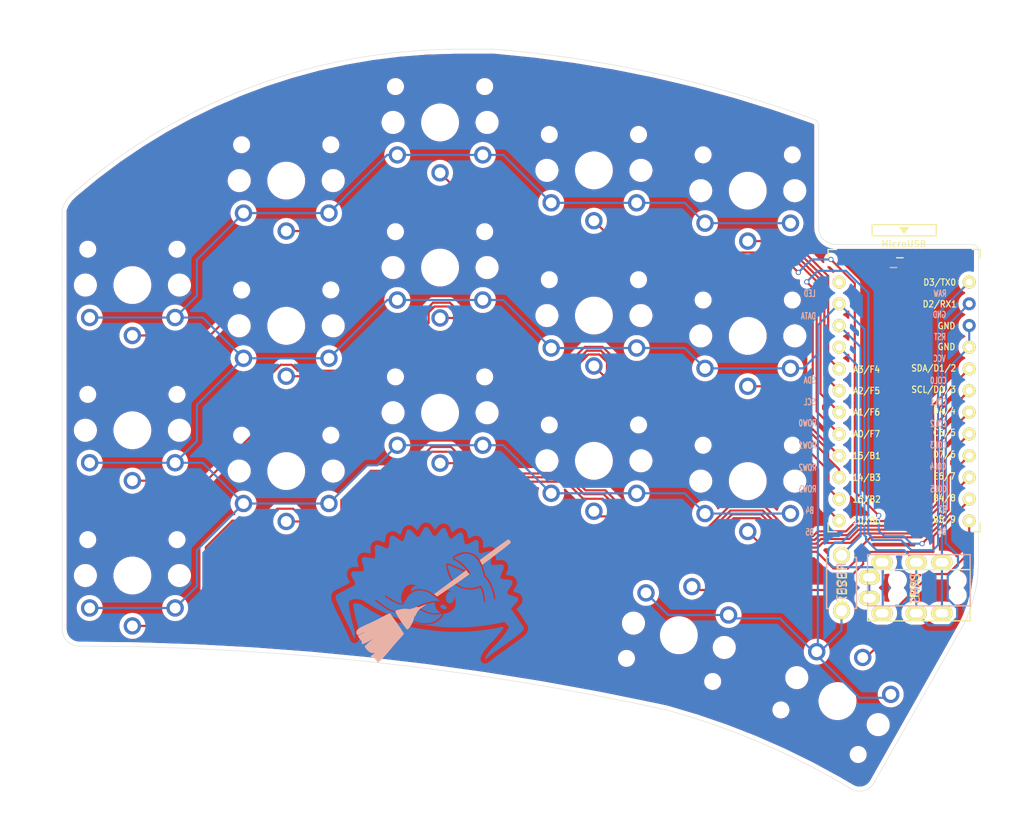
<source format=kicad_pcb>
(kicad_pcb (version 20171130) (host pcbnew 5.1.9)
  (title_block (title Ferris_Sweep_Compact) (date 2020-09-03) (rev 0.1) (company BroomLabs))
  (layers (0 F.Cu signal) (31 B.Cu signal) (34 B.Paste user) (35 F.Paste user) (36 B.SilkS user) (37 F.SilkS user hide) (38 B.Mask user) (39 F.Mask user) (44 Edge.Cuts user))
  (net 0 "")
  (net 1 row0)
  (net 2 row1)
  (net 3 row2)
  (net 4 row3)
  (net 5 GND)
  (net 6 VCC)
  (net 7 col0)
  (net 8 col1)
  (net 9 col2)
  (net 10 col3)
  (net 11 col4)
  (net 12 col5)
  (net 13 LED)
  (net 14 data)
  (net 15 reset)
  (net 16 SCL)
  (net 17 SDA)
  (net 18 "Net-(U1-Pad24)")
  (net 19 "Net-(J1-PadA)")
  (net 20 "Net-(U1-Pad14)")
  (net 21 "Net-(U1-Pad13)")
  (net 22 "Net-(U1-Pad12)")
  (net 23 "Net-(U1-Pad11)")
  (module Kailh:SW_PG1350_reversible_b2 (layer B.Cu) (at 126.5 91.48 330)
    (fp_text reference SW21 hide)
    (fp_text value SW_PUSH hide)
    (pad "" np_thru_hole circle (at -5.22 4.2 330) (size 0.9906 0.9906) (drill 0.9906) (layers *.Cu *.Mask))
    (pad 2 thru_hole circle (at 5 -3.8 330) (size 2.032 2.032) (drill 1.27) (layers *.Cu *.Mask) (net 5 GND))
    (pad "" np_thru_hole circle (at 0 0 330) (size 3.429 3.429) (drill 3.429) (layers *.Cu *.Mask))
    (pad 2 thru_hole circle (at -5 -3.8 330) (size 2.032 2.032) (drill 1.27) (layers *.Cu *.Mask) (net 5 GND))
    (pad 1 thru_hole circle (at 0 -5.9 330) (size 2.032 2.032) (drill 1.27) (layers *.Cu *.Mask) (net 22 "Net-(U1-Pad12)"))
    (pad "" np_thru_hole circle (at 5.22 4.2 330) (size 0.9906 0.9906) (drill 0.9906) (layers *.Cu *.Mask))
    (pad "" np_thru_hole circle (at 5.5 0 330) (size 1.7018 1.7018) (drill 1.7018) (layers *.Cu *.Mask))
    (pad "" np_thru_hole circle (at -5.5 0 330) (size 1.7018 1.7018) (drill 1.7018) (layers *.Cu *.Mask))
  )
  (module kbd:ProMicro_v3 (layer F.Cu) (at 134.3 56.9)
    (fp_text reference U1 hide)
    (fp_text value ProMicro hide)
    (fp_text user MicroUSB (at -0.05 -18.95) (layer F.SilkS) (effects (font (size 0.75 0.75) (thickness 0.12))))
    (fp_text user B4/8 (at 4.705 10.8 unlocked) (layer F.SilkS) (effects (font (size 0.75 0.67) (thickness 0.125))))
    (fp_text user D2/RX1 (at 4.155 -11.9 unlocked) (layer F.SilkS) (effects (font (size 0.75 0.67) (thickness 0.125))))
    (fp_text user B5/9 (at 4.705 13.3 unlocked) (layer F.SilkS) (effects (font (size 0.75 0.67) (thickness 0.125))))
    (fp_text user C6/5 (at 4.705 3.15 unlocked) (layer F.SilkS) (effects (font (size 0.75 0.67) (thickness 0.125))))
    (fp_text user SCL/D0/3 (at 3.455 -1.9 unlocked) (layer F.SilkS) (effects (font (size 0.75 0.67) (thickness 0.125))))
    (fp_text user SDA/D1/2 (at 3.455 -4.4 unlocked) (layer F.SilkS) (effects (font (size 0.75 0.67) (thickness 0.125))))
    (fp_text user D4/4 (at 4.705 0.6 unlocked) (layer F.SilkS) (effects (font (size 0.75 0.67) (thickness 0.125))))
    (fp_text user D3/TX0 (at 4.155 -14.45 unlocked) (layer F.SilkS) (effects (font (size 0.75 0.67) (thickness 0.125))))
    (fp_text user GND (at 4.955 -6.9 unlocked) (layer F.SilkS) (effects (font (size 0.75 0.67) (thickness 0.125))))
    (fp_text user GND (at 4.955 -9.35 unlocked) (layer F.SilkS) (effects (font (size 0.75 0.67) (thickness 0.125))))
    (fp_text user D7/6 (at 4.705 5.7 unlocked) (layer F.SilkS) (effects (font (size 0.75 0.67) (thickness 0.125))))
    (fp_text user E6/7 (at 4.705 8.25 unlocked) (layer F.SilkS) (effects (font (size 0.75 0.67) (thickness 0.125))))
    (fp_text user 16/B2 (at -4.395 10.95 unlocked) (layer F.SilkS) (effects (font (size 0.75 0.67) (thickness 0.125))))
    (fp_text user 10/B6 (at -4.395 13.45 unlocked) (layer F.SilkS) (effects (font (size 0.75 0.67) (thickness 0.125))))
    (fp_text user 14/B3 (at -4.395 8.4 unlocked) (layer F.SilkS) (effects (font (size 0.75 0.67) (thickness 0.125))))
    (fp_text user 15/B1 (at -4.395 5.85 unlocked) (layer F.SilkS) (effects (font (size 0.75 0.67) (thickness 0.125))))
    (fp_text user A0/F7 (at -4.395 3.3 unlocked) (layer F.SilkS) (effects (font (size 0.75 0.67) (thickness 0.125))))
    (fp_text user A1/F6 (at -4.395 0.75 unlocked) (layer F.SilkS) (effects (font (size 0.75 0.67) (thickness 0.125))))
    (fp_text user A2/F5 (at -4.395 -1.75 unlocked) (layer F.SilkS) (effects (font (size 0.75 0.67) (thickness 0.125))))
    (fp_text user A3/F4 (at -4.395 -4.25 unlocked) (layer F.SilkS) (effects (font (size 0.75 0.67) (thickness 0.125))))
    (fp_text user VCC (at 4.1275 -5.5245 unlocked) (layer B.SilkS) (effects (font (size 0.75 0.5) (thickness 0.125)) (justify mirror)))
    (fp_text user RST (at 4.191 -8.0645 unlocked) (layer B.SilkS) (effects (font (size 0.75 0.5) (thickness 0.125)) (justify mirror)))
    (fp_text user GND (at 4.1275 -10.668 unlocked) (layer B.SilkS) (effects (font (size 0.75 0.5) (thickness 0.125)) (justify mirror)))
    (fp_text user RAW (at 4.191 -13.1445 unlocked) (layer B.SilkS) (effects (font (size 0.75 0.5) (thickness 0.125)) (justify mirror)))
    (fp_text user - (at -0.545 -17.4) (layer F.SilkS) (effects (font (thickness 0.15) italic)))
    (fp_text user - (at -1.2065 -16.256) (layer B.SilkS) (effects (font (thickness 0.15) italic) (justify mirror)))
    (fp_text user LED (at -11.049 -13.1445) (layer B.SilkS) (effects (font (size 0.75 0.5) (thickness 0.125)) (justify mirror)))
    (fp_text user DATA (at -11.2 -10.5) (layer B.SilkS) (effects (font (size 0.75 0.5) (thickness 0.125)) (justify mirror)))
    (fp_text user COL3 (at 4 4.6) (layer B.SilkS) (effects (font (size 0.75 0.5) (thickness 0.125)) (justify mirror)))
    (fp_text user ROW0 (at -11.3 2.032) (layer B.SilkS) (effects (font (size 0.75 0.5) (thickness 0.125)) (justify mirror)))
    (fp_text user COL2 (at 4 2.1) (layer B.SilkS) (effects (font (size 0.75 0.5) (thickness 0.125)) (justify mirror)))
    (fp_text user SCL (at -11.049 -0.4445) (layer B.SilkS) (effects (font (size 0.75 0.5) (thickness 0.125)) (justify mirror)))
    (fp_text user COL1 (at 4 -0.4445) (layer B.SilkS) (effects (font (size 0.75 0.5) (thickness 0.125)) (justify mirror)))
    (fp_text user SDA (at -11.049 -2.9845) (layer B.SilkS) (effects (font (size 0.75 0.5) (thickness 0.125)) (justify mirror)))
    (fp_text user COL0 (at 4 -2.95) (layer B.SilkS) (effects (font (size 0.75 0.5) (thickness 0.125)) (justify mirror)))
    (fp_text user B6 (at 4.445 14.732) (layer B.SilkS) (effects (font (size 0.75 0.5) (thickness 0.125)) (justify mirror)))
    (fp_text user B5 (at -11.049 14.7955) (layer B.SilkS) (effects (font (size 0.75 0.5) (thickness 0.125)) (justify mirror)))
    (fp_text user B4 (at -11.049 12.2555) (layer B.SilkS) (effects (font (size 0.75 0.5) (thickness 0.125)) (justify mirror)))
    (fp_text user B2 (at 4.5085 12.1285) (layer B.SilkS) (effects (font (size 0.75 0.5) (thickness 0.125)) (justify mirror)))
    (fp_text user ROW3 (at -11.3 9.75) (layer B.SilkS) (effects (font (size 0.75 0.5) (thickness 0.125)) (justify mirror)))
    (fp_text user COL5 (at 4 9.75) (layer B.SilkS) (effects (font (size 0.75 0.5) (thickness 0.125)) (justify mirror)))
    (fp_text user ROW2 (at -11.3 7.239) (layer B.SilkS) (effects (font (size 0.75 0.5) (thickness 0.125)) (justify mirror)))
    (fp_text user COL4 (at 3.95 7.112) (layer B.SilkS) (effects (font (size 0.75 0.5) (thickness 0.125)) (justify mirror)))
    (fp_text user ROW1 (at -11.3 4.6355) (layer B.SilkS) (effects (font (size 0.75 0.5) (thickness 0.125)) (justify mirror)))
    (pad 1 thru_hole circle (at 7.6114 -14.478) (size 1.524 1.524) (drill 0.8128) (layers *.Cu *.Mask F.SilkS) (net 13 LED))
    (pad 2 thru_hole circle (at 7.6114 -11.938) (size 1.524 1.524) (drill 0.8128) (layers *.Cu *.Mask) (net 14 data))
    (pad 3 thru_hole circle (at 7.6114 -9.398) (size 1.524 1.524) (drill 0.8128) (layers *.Cu *.Mask) (net 5 GND))
    (pad 4 thru_hole circle (at 7.6114 -6.858) (size 1.524 1.524) (drill 0.8128) (layers *.Cu *.Mask F.SilkS) (net 5 GND))
    (pad 5 thru_hole circle (at 7.6114 -4.318) (size 1.524 1.524) (drill 0.8128) (layers *.Cu *.Mask F.SilkS) (net 17 SDA))
    (pad 6 thru_hole circle (at 7.6114 -1.778) (size 1.524 1.524) (drill 0.8128) (layers *.Cu *.Mask F.SilkS) (net 16 SCL))
    (pad 7 thru_hole circle (at 7.6114 0.762) (size 1.524 1.524) (drill 0.8128) (layers *.Cu *.Mask F.SilkS) (net 1 row0))
    (pad 8 thru_hole circle (at 7.6114 3.302) (size 1.524 1.524) (drill 0.8128) (layers *.Cu *.Mask F.SilkS) (net 2 row1))
    (pad 9 thru_hole circle (at 7.6114 5.842) (size 1.524 1.524) (drill 0.8128) (layers *.Cu *.Mask F.SilkS) (net 3 row2))
    (pad 10 thru_hole circle (at 7.6114 8.382) (size 1.524 1.524) (drill 0.8128) (layers *.Cu *.Mask F.SilkS) (net 4 row3))
    (pad 11 thru_hole circle (at 7.6114 10.922) (size 1.524 1.524) (drill 0.8128) (layers *.Cu *.Mask F.SilkS) (net 23 "Net-(U1-Pad11)"))
    (pad 12 thru_hole circle (at 7.6114 13.462) (size 1.524 1.524) (drill 0.8128) (layers *.Cu *.Mask F.SilkS) (net 22 "Net-(U1-Pad12)"))
    (pad 13 thru_hole circle (at -7.6086 13.462) (size 1.524 1.524) (drill 0.8128) (layers *.Cu *.Mask F.SilkS) (net 21 "Net-(U1-Pad13)"))
    (pad 14 thru_hole circle (at -7.6086 10.922) (size 1.524 1.524) (drill 0.8128) (layers *.Cu *.Mask F.SilkS) (net 20 "Net-(U1-Pad14)"))
    (pad 15 thru_hole circle (at -7.6086 8.382) (size 1.524 1.524) (drill 0.8128) (layers *.Cu *.Mask F.SilkS) (net 12 col5))
    (pad 16 thru_hole circle (at -7.6086 5.842) (size 1.524 1.524) (drill 0.8128) (layers *.Cu *.Mask F.SilkS) (net 11 col4))
    (pad 17 thru_hole circle (at -7.6086 3.302) (size 1.524 1.524) (drill 0.8128) (layers *.Cu *.Mask F.SilkS) (net 10 col3))
    (pad 18 thru_hole circle (at -7.6086 0.762) (size 1.524 1.524) (drill 0.8128) (layers *.Cu *.Mask F.SilkS) (net 9 col2))
    (pad 19 thru_hole circle (at -7.6086 -1.778) (size 1.524 1.524) (drill 0.8128) (layers *.Cu *.Mask F.SilkS) (net 8 col1))
    (pad 20 thru_hole circle (at -7.6086 -4.318) (size 1.524 1.524) (drill 0.8128) (layers *.Cu *.Mask F.SilkS) (net 7 col0))
    (pad 21 thru_hole circle (at -7.6086 -6.858) (size 1.524 1.524) (drill 0.8128) (layers *.Cu *.Mask F.SilkS) (net 6 VCC))
    (pad 22 thru_hole circle (at -7.6086 -9.398) (size 1.524 1.524) (drill 0.8128) (layers *.Cu *.Mask F.SilkS) (net 15 reset))
    (pad 23 thru_hole circle (at -7.6086 -11.938) (size 1.524 1.524) (drill 0.8128) (layers *.Cu *.Mask F.SilkS) (net 5 GND))
    (pad 24 thru_hole circle (at -7.6086 -14.478) (size 1.524 1.524) (drill 0.8128) (layers *.Cu *.Mask F.SilkS) (net 18 "Net-(U1-Pad24)"))
  )
  (module Kailh:SW_PG1350_reversible_b2 (layer F.Cu) (at 80 40.72)
    (fp_text reference SW10 hide)
    (fp_text value SW_PUSH hide)
    (pad "" np_thru_hole circle (at -5.22 -4.2) (size 0.9906 0.9906) (drill 0.9906) (layers *.Cu *.Mask))
    (pad 2 thru_hole circle (at 5 3.8) (size 2.032 2.032) (drill 1.27) (layers *.Cu *.Mask) (net 5 GND))
    (pad "" np_thru_hole circle (at 0 0) (size 3.429 3.429) (drill 3.429) (layers *.Cu *.Mask))
    (pad 2 thru_hole circle (at -5 3.8) (size 2.032 2.032) (drill 1.27) (layers *.Cu *.Mask) (net 5 GND))
    (pad 1 thru_hole circle (at 0 5.9) (size 2.032 2.032) (drill 1.27) (layers *.Cu *.Mask) (net 20 "Net-(U1-Pad14)"))
    (pad "" np_thru_hole circle (at 5.22 -4.2) (size 0.9906 0.9906) (drill 0.9906) (layers *.Cu *.Mask))
    (pad "" np_thru_hole circle (at 5.5 0) (size 1.7018 1.7018) (drill 1.7018) (layers *.Cu *.Mask))
    (pad "" np_thru_hole circle (at -5.5 0) (size 1.7018 1.7018) (drill 1.7018) (layers *.Cu *.Mask))
  )
  (module Kailh:SW_PG1350_reversible_b2 (layer F.Cu) (at 44 42.77)
    (fp_text reference SW2 hide)
    (fp_text value SW_PUSH hide)
    (pad "" np_thru_hole circle (at -5.22 -4.2) (size 0.9906 0.9906) (drill 0.9906) (layers *.Cu *.Mask))
    (pad 2 thru_hole circle (at 5 3.8) (size 2.032 2.032) (drill 1.27) (layers *.Cu *.Mask) (net 5 GND))
    (pad "" np_thru_hole circle (at 0 0) (size 3.429 3.429) (drill 3.429) (layers *.Cu *.Mask))
    (pad 2 thru_hole circle (at -5 3.8) (size 2.032 2.032) (drill 1.27) (layers *.Cu *.Mask) (net 5 GND))
    (pad 1 thru_hole circle (at 0 5.9) (size 2.032 2.032) (drill 1.27) (layers *.Cu *.Mask) (net 4 row3))
    (pad "" np_thru_hole circle (at 5.22 -4.2) (size 0.9906 0.9906) (drill 0.9906) (layers *.Cu *.Mask))
    (pad "" np_thru_hole circle (at 5.5 0) (size 1.7018 1.7018) (drill 1.7018) (layers *.Cu *.Mask))
    (pad "" np_thru_hole circle (at -5.5 0) (size 1.7018 1.7018) (drill 1.7018) (layers *.Cu *.Mask))
  )
  (module Kailh:SW_PG1350_reversible_b2 (layer F.Cu) (at 62 30.54)
    (fp_text reference SW3 hide)
    (fp_text value SW_PUSH hide)
    (pad "" np_thru_hole circle (at -5.22 -4.2) (size 0.9906 0.9906) (drill 0.9906) (layers *.Cu *.Mask))
    (pad 2 thru_hole circle (at 5 3.8) (size 2.032 2.032) (drill 1.27) (layers *.Cu *.Mask) (net 5 GND))
    (pad "" np_thru_hole circle (at 0 0) (size 3.429 3.429) (drill 3.429) (layers *.Cu *.Mask))
    (pad 2 thru_hole circle (at -5 3.8) (size 2.032 2.032) (drill 1.27) (layers *.Cu *.Mask) (net 5 GND))
    (pad 1 thru_hole circle (at 0 5.9) (size 2.032 2.032) (drill 1.27) (layers *.Cu *.Mask) (net 10 col3))
    (pad "" np_thru_hole circle (at 5.22 -4.2) (size 0.9906 0.9906) (drill 0.9906) (layers *.Cu *.Mask))
    (pad "" np_thru_hole circle (at 5.5 0) (size 1.7018 1.7018) (drill 1.7018) (layers *.Cu *.Mask))
    (pad "" np_thru_hole circle (at -5.5 0) (size 1.7018 1.7018) (drill 1.7018) (layers *.Cu *.Mask))
  )
  (module Kailh:SW_PG1350_reversible_b2 (layer F.Cu) (at 80 23.73)
    (fp_text reference SW4 hide)
    (fp_text value SW_PUSH hide)
    (pad "" np_thru_hole circle (at -5.22 -4.2) (size 0.9906 0.9906) (drill 0.9906) (layers *.Cu *.Mask))
    (pad 2 thru_hole circle (at 5 3.8) (size 2.032 2.032) (drill 1.27) (layers *.Cu *.Mask) (net 5 GND))
    (pad "" np_thru_hole circle (at 0 0) (size 3.429 3.429) (drill 3.429) (layers *.Cu *.Mask))
    (pad 2 thru_hole circle (at -5 3.8) (size 2.032 2.032) (drill 1.27) (layers *.Cu *.Mask) (net 5 GND))
    (pad 1 thru_hole circle (at 0 5.9) (size 2.032 2.032) (drill 1.27) (layers *.Cu *.Mask) (net 9 col2))
    (pad "" np_thru_hole circle (at 5.22 -4.2) (size 0.9906 0.9906) (drill 0.9906) (layers *.Cu *.Mask))
    (pad "" np_thru_hole circle (at 5.5 0) (size 1.7018 1.7018) (drill 1.7018) (layers *.Cu *.Mask))
    (pad "" np_thru_hole circle (at -5.5 0) (size 1.7018 1.7018) (drill 1.7018) (layers *.Cu *.Mask))
  )
  (module Kailh:SW_PG1350_reversible_b2 (layer F.Cu) (at 98 29.34)
    (fp_text reference SW5 hide)
    (fp_text value SW_PUSH hide)
    (pad "" np_thru_hole circle (at -5.22 -4.2) (size 0.9906 0.9906) (drill 0.9906) (layers *.Cu *.Mask))
    (pad 2 thru_hole circle (at 5 3.8) (size 2.032 2.032) (drill 1.27) (layers *.Cu *.Mask) (net 5 GND))
    (pad "" np_thru_hole circle (at 0 0) (size 3.429 3.429) (drill 3.429) (layers *.Cu *.Mask))
    (pad 2 thru_hole circle (at -5 3.8) (size 2.032 2.032) (drill 1.27) (layers *.Cu *.Mask) (net 5 GND))
    (pad 1 thru_hole circle (at 0 5.9) (size 2.032 2.032) (drill 1.27) (layers *.Cu *.Mask) (net 8 col1))
    (pad "" np_thru_hole circle (at 5.22 -4.2) (size 0.9906 0.9906) (drill 0.9906) (layers *.Cu *.Mask))
    (pad "" np_thru_hole circle (at 5.5 0) (size 1.7018 1.7018) (drill 1.7018) (layers *.Cu *.Mask))
    (pad "" np_thru_hole circle (at -5.5 0) (size 1.7018 1.7018) (drill 1.7018) (layers *.Cu *.Mask))
  )
  (module Kailh:SW_PG1350_reversible_b2 (layer F.Cu) (at 116 31.72)
    (fp_text reference SW6 hide)
    (fp_text value SW_PUSH hide)
    (pad "" np_thru_hole circle (at -5.22 -4.2) (size 0.9906 0.9906) (drill 0.9906) (layers *.Cu *.Mask))
    (pad 2 thru_hole circle (at 5 3.8) (size 2.032 2.032) (drill 1.27) (layers *.Cu *.Mask) (net 5 GND))
    (pad "" np_thru_hole circle (at 0 0) (size 3.429 3.429) (drill 3.429) (layers *.Cu *.Mask))
    (pad 2 thru_hole circle (at -5 3.8) (size 2.032 2.032) (drill 1.27) (layers *.Cu *.Mask) (net 5 GND))
    (pad 1 thru_hole circle (at 0 5.9) (size 2.032 2.032) (drill 1.27) (layers *.Cu *.Mask) (net 7 col0))
    (pad "" np_thru_hole circle (at 5.22 -4.2) (size 0.9906 0.9906) (drill 0.9906) (layers *.Cu *.Mask))
    (pad "" np_thru_hole circle (at 5.5 0) (size 1.7018 1.7018) (drill 1.7018) (layers *.Cu *.Mask))
    (pad "" np_thru_hole circle (at -5.5 0) (size 1.7018 1.7018) (drill 1.7018) (layers *.Cu *.Mask))
  )
  (module Kailh:SW_PG1350_reversible_b2 (layer F.Cu) (at 44 59.77)
    (fp_text reference SW8 hide)
    (fp_text value SW_PUSH hide)
    (pad "" np_thru_hole circle (at -5.22 -4.2) (size 0.9906 0.9906) (drill 0.9906) (layers *.Cu *.Mask))
    (pad 2 thru_hole circle (at 5 3.8) (size 2.032 2.032) (drill 1.27) (layers *.Cu *.Mask) (net 5 GND))
    (pad "" np_thru_hole circle (at 0 0) (size 3.429 3.429) (drill 3.429) (layers *.Cu *.Mask))
    (pad 2 thru_hole circle (at -5 3.8) (size 2.032 2.032) (drill 1.27) (layers *.Cu *.Mask) (net 5 GND))
    (pad 1 thru_hole circle (at 0 5.9) (size 2.032 2.032) (drill 1.27) (layers *.Cu *.Mask) (net 11 col4))
    (pad "" np_thru_hole circle (at 5.22 -4.2) (size 0.9906 0.9906) (drill 0.9906) (layers *.Cu *.Mask))
    (pad "" np_thru_hole circle (at 5.5 0) (size 1.7018 1.7018) (drill 1.7018) (layers *.Cu *.Mask))
    (pad "" np_thru_hole circle (at -5.5 0) (size 1.7018 1.7018) (drill 1.7018) (layers *.Cu *.Mask))
  )
  (module Kailh:SW_PG1350_reversible_b2 (layer F.Cu) (at 62 47.54)
    (fp_text reference SW9 hide)
    (fp_text value SW_PUSH hide)
    (pad "" np_thru_hole circle (at -5.22 -4.2) (size 0.9906 0.9906) (drill 0.9906) (layers *.Cu *.Mask))
    (pad 2 thru_hole circle (at 5 3.8) (size 2.032 2.032) (drill 1.27) (layers *.Cu *.Mask) (net 5 GND))
    (pad "" np_thru_hole circle (at 0 0) (size 3.429 3.429) (drill 3.429) (layers *.Cu *.Mask))
    (pad 2 thru_hole circle (at -5 3.8) (size 2.032 2.032) (drill 1.27) (layers *.Cu *.Mask) (net 5 GND))
    (pad 1 thru_hole circle (at 0 5.9) (size 2.032 2.032) (drill 1.27) (layers *.Cu *.Mask) (net 12 col5))
    (pad "" np_thru_hole circle (at 5.22 -4.2) (size 0.9906 0.9906) (drill 0.9906) (layers *.Cu *.Mask))
    (pad "" np_thru_hole circle (at 5.5 0) (size 1.7018 1.7018) (drill 1.7018) (layers *.Cu *.Mask))
    (pad "" np_thru_hole circle (at -5.5 0) (size 1.7018 1.7018) (drill 1.7018) (layers *.Cu *.Mask))
  )
  (module Kailh:SW_PG1350_reversible_b2 (layer F.Cu) (at 98 46.34)
    (fp_text reference SW11 hide)
    (fp_text value SW_PUSH hide)
    (pad "" np_thru_hole circle (at -5.22 -4.2) (size 0.9906 0.9906) (drill 0.9906) (layers *.Cu *.Mask))
    (pad 2 thru_hole circle (at 5 3.8) (size 2.032 2.032) (drill 1.27) (layers *.Cu *.Mask) (net 5 GND))
    (pad "" np_thru_hole circle (at 0 0) (size 3.429 3.429) (drill 3.429) (layers *.Cu *.Mask))
    (pad 2 thru_hole circle (at -5 3.8) (size 2.032 2.032) (drill 1.27) (layers *.Cu *.Mask) (net 5 GND))
    (pad 1 thru_hole circle (at 0 5.9) (size 2.032 2.032) (drill 1.27) (layers *.Cu *.Mask) (net 21 "Net-(U1-Pad13)"))
    (pad "" np_thru_hole circle (at 5.22 -4.2) (size 0.9906 0.9906) (drill 0.9906) (layers *.Cu *.Mask))
    (pad "" np_thru_hole circle (at 5.5 0) (size 1.7018 1.7018) (drill 1.7018) (layers *.Cu *.Mask))
    (pad "" np_thru_hole circle (at -5.5 0) (size 1.7018 1.7018) (drill 1.7018) (layers *.Cu *.Mask))
  )
  (module Kailh:SW_PG1350_reversible_b2 (layer F.Cu) (at 116 48.72)
    (fp_text reference SW12 hide)
    (fp_text value SW_PUSH hide)
    (pad "" np_thru_hole circle (at -5.22 -4.2) (size 0.9906 0.9906) (drill 0.9906) (layers *.Cu *.Mask))
    (pad 2 thru_hole circle (at 5 3.8) (size 2.032 2.032) (drill 1.27) (layers *.Cu *.Mask) (net 5 GND))
    (pad "" np_thru_hole circle (at 0 0) (size 3.429 3.429) (drill 3.429) (layers *.Cu *.Mask))
    (pad 2 thru_hole circle (at -5 3.8) (size 2.032 2.032) (drill 1.27) (layers *.Cu *.Mask) (net 5 GND))
    (pad 1 thru_hole circle (at 0 5.9) (size 2.032 2.032) (drill 1.27) (layers *.Cu *.Mask) (net 13 LED))
    (pad "" np_thru_hole circle (at 5.22 -4.2) (size 0.9906 0.9906) (drill 0.9906) (layers *.Cu *.Mask))
    (pad "" np_thru_hole circle (at 5.5 0) (size 1.7018 1.7018) (drill 1.7018) (layers *.Cu *.Mask))
    (pad "" np_thru_hole circle (at -5.5 0) (size 1.7018 1.7018) (drill 1.7018) (layers *.Cu *.Mask))
  )
  (module Kailh:SW_PG1350_reversible_b2 (layer F.Cu) (at 62 64.545)
    (fp_text reference SW15 hide)
    (fp_text value SW_PUSH hide)
    (pad "" np_thru_hole circle (at -5.22 -4.2) (size 0.9906 0.9906) (drill 0.9906) (layers *.Cu *.Mask))
    (pad 2 thru_hole circle (at 5 3.8) (size 2.032 2.032) (drill 1.27) (layers *.Cu *.Mask) (net 5 GND))
    (pad "" np_thru_hole circle (at 0 0) (size 3.429 3.429) (drill 3.429) (layers *.Cu *.Mask))
    (pad 2 thru_hole circle (at -5 3.8) (size 2.032 2.032) (drill 1.27) (layers *.Cu *.Mask) (net 5 GND))
    (pad 1 thru_hole circle (at 0 5.9) (size 2.032 2.032) (drill 1.27) (layers *.Cu *.Mask) (net 16 SCL))
    (pad "" np_thru_hole circle (at 5.22 -4.2) (size 0.9906 0.9906) (drill 0.9906) (layers *.Cu *.Mask))
    (pad "" np_thru_hole circle (at 5.5 0) (size 1.7018 1.7018) (drill 1.7018) (layers *.Cu *.Mask))
    (pad "" np_thru_hole circle (at -5.5 0) (size 1.7018 1.7018) (drill 1.7018) (layers *.Cu *.Mask))
  )
  (module Kailh:SW_PG1350_reversible_b2 (layer F.Cu) (at 80 57.72)
    (fp_text reference SW16 hide)
    (fp_text value SW_PUSH hide)
    (pad "" np_thru_hole circle (at -5.22 -4.2) (size 0.9906 0.9906) (drill 0.9906) (layers *.Cu *.Mask))
    (pad 2 thru_hole circle (at 5 3.8) (size 2.032 2.032) (drill 1.27) (layers *.Cu *.Mask) (net 5 GND))
    (pad "" np_thru_hole circle (at 0 0) (size 3.429 3.429) (drill 3.429) (layers *.Cu *.Mask))
    (pad 2 thru_hole circle (at -5 3.8) (size 2.032 2.032) (drill 1.27) (layers *.Cu *.Mask) (net 5 GND))
    (pad 1 thru_hole circle (at 0 5.9) (size 2.032 2.032) (drill 1.27) (layers *.Cu *.Mask) (net 1 row0))
    (pad "" np_thru_hole circle (at 5.22 -4.2) (size 0.9906 0.9906) (drill 0.9906) (layers *.Cu *.Mask))
    (pad "" np_thru_hole circle (at 5.5 0) (size 1.7018 1.7018) (drill 1.7018) (layers *.Cu *.Mask))
    (pad "" np_thru_hole circle (at -5.5 0) (size 1.7018 1.7018) (drill 1.7018) (layers *.Cu *.Mask))
  )
  (module Kailh:SW_PG1350_reversible_b2 (layer F.Cu) (at 98 63.345)
    (fp_text reference SW17 hide)
    (fp_text value SW_PUSH hide)
    (pad "" np_thru_hole circle (at -5.22 -4.2) (size 0.9906 0.9906) (drill 0.9906) (layers *.Cu *.Mask))
    (pad 2 thru_hole circle (at 5 3.8) (size 2.032 2.032) (drill 1.27) (layers *.Cu *.Mask) (net 5 GND))
    (pad "" np_thru_hole circle (at 0 0) (size 3.429 3.429) (drill 3.429) (layers *.Cu *.Mask))
    (pad 2 thru_hole circle (at -5 3.8) (size 2.032 2.032) (drill 1.27) (layers *.Cu *.Mask) (net 5 GND))
    (pad 1 thru_hole circle (at 0 5.9) (size 2.032 2.032) (drill 1.27) (layers *.Cu *.Mask) (net 2 row1))
    (pad "" np_thru_hole circle (at 5.22 -4.2) (size 0.9906 0.9906) (drill 0.9906) (layers *.Cu *.Mask))
    (pad "" np_thru_hole circle (at 5.5 0) (size 1.7018 1.7018) (drill 1.7018) (layers *.Cu *.Mask))
    (pad "" np_thru_hole circle (at -5.5 0) (size 1.7018 1.7018) (drill 1.7018) (layers *.Cu *.Mask))
  )
  (module Kailh:SW_PG1350_reversible_b2 (layer F.Cu) (at 116 65.72)
    (fp_text reference SW18 hide)
    (fp_text value SW_PUSH hide)
    (pad "" np_thru_hole circle (at -5.22 -4.2) (size 0.9906 0.9906) (drill 0.9906) (layers *.Cu *.Mask))
    (pad 2 thru_hole circle (at 5 3.8) (size 2.032 2.032) (drill 1.27) (layers *.Cu *.Mask) (net 5 GND))
    (pad "" np_thru_hole circle (at 0 0) (size 3.429 3.429) (drill 3.429) (layers *.Cu *.Mask))
    (pad 2 thru_hole circle (at -5 3.8) (size 2.032 2.032) (drill 1.27) (layers *.Cu *.Mask) (net 5 GND))
    (pad 1 thru_hole circle (at 0 5.9) (size 2.032 2.032) (drill 1.27) (layers *.Cu *.Mask) (net 3 row2))
    (pad "" np_thru_hole circle (at 5.22 -4.2) (size 0.9906 0.9906) (drill 0.9906) (layers *.Cu *.Mask))
    (pad "" np_thru_hole circle (at 5.5 0) (size 1.7018 1.7018) (drill 1.7018) (layers *.Cu *.Mask))
    (pad "" np_thru_hole circle (at -5.5 0) (size 1.7018 1.7018) (drill 1.7018) (layers *.Cu *.Mask))
  )
  (module Kailh:SW_PG1350_reversible_b2 (layer B.Cu) (at 107.94 83.77 345)
    (fp_text reference SW20 hide)
    (fp_text value SW_PUSH hide)
    (pad "" np_thru_hole circle (at -5.22 4.2 345) (size 0.9906 0.9906) (drill 0.9906) (layers *.Cu *.Mask))
    (pad 2 thru_hole circle (at 5 -3.8 345) (size 2.032 2.032) (drill 1.27) (layers *.Cu *.Mask) (net 5 GND))
    (pad "" np_thru_hole circle (at 0 0 345) (size 3.429 3.429) (drill 3.429) (layers *.Cu *.Mask))
    (pad 2 thru_hole circle (at -5 -3.8 345) (size 2.032 2.032) (drill 1.27) (layers *.Cu *.Mask) (net 5 GND))
    (pad 1 thru_hole circle (at 0 -5.9 345) (size 2.032 2.032) (drill 1.27) (layers *.Cu *.Mask) (net 23 "Net-(U1-Pad11)"))
    (pad "" np_thru_hole circle (at 5.22 4.2 345) (size 0.9906 0.9906) (drill 0.9906) (layers *.Cu *.Mask))
    (pad "" np_thru_hole circle (at 5.5 0 345) (size 1.7018 1.7018) (drill 1.7018) (layers *.Cu *.Mask))
    (pad "" np_thru_hole circle (at -5.5 0 345) (size 1.7018 1.7018) (drill 1.7018) (layers *.Cu *.Mask))
  )
  (module Kailh:SW_PG1350_reversible_b2 (layer F.Cu) (at 44 76.775)
    (fp_text reference SW14 hide)
    (fp_text value SW_PUSH hide)
    (pad "" np_thru_hole circle (at -5.22 -4.2) (size 0.9906 0.9906) (drill 0.9906) (layers *.Cu *.Mask))
    (pad 2 thru_hole circle (at 5 3.8) (size 2.032 2.032) (drill 1.27) (layers *.Cu *.Mask) (net 5 GND))
    (pad "" np_thru_hole circle (at 0 0) (size 3.429 3.429) (drill 3.429) (layers *.Cu *.Mask))
    (pad 2 thru_hole circle (at -5 3.8) (size 2.032 2.032) (drill 1.27) (layers *.Cu *.Mask) (net 5 GND))
    (pad 1 thru_hole circle (at 0 5.9) (size 2.032 2.032) (drill 1.27) (layers *.Cu *.Mask) (net 17 SDA))
    (pad "" np_thru_hole circle (at 5.22 -4.2) (size 0.9906 0.9906) (drill 0.9906) (layers *.Cu *.Mask))
    (pad "" np_thru_hole circle (at 5.5 0) (size 1.7018 1.7018) (drill 1.7018) (layers *.Cu *.Mask))
    (pad "" np_thru_hole circle (at -5.5 0) (size 1.7018 1.7018) (drill 1.7018) (layers *.Cu *.Mask))
  )
  (module Kailh:ferris_broom (layer B.Cu) (at 80.3 79.55 171)
    (fp_text reference G*** hide)
    (fp_text value LOGO hide)
    (fp_poly (pts (xy -2.070755 5.735079) (xy -2.013767 5.733193) (xy -1.962647 5.729706) (xy -1.947334 5.728157) (xy -1.91579 5.72403) (xy -1.878997 5.7183) (xy -1.841135 5.711737) (xy -1.806387 5.705109) (xy -1.778935 5.699187) (xy -1.762962 5.694739) (xy -1.761197 5.693913) (xy -1.749383 5.689933) (xy -1.733913 5.686542) (xy -1.69976 5.678685) (xy -1.654944 5.666018) (xy -1.604482 5.650132) (xy -1.553391 5.632615) (xy -1.506685 5.615056) (xy -1.500717 5.612659) (xy -1.452864 5.593201) (xy -1.41605 5.578176) (xy -1.397757 5.569244) (xy -1.388734 5.561978) (xy -1.388534 5.561206) (xy -1.381213 5.555741) (xy -1.363354 5.550046) (xy -1.361017 5.54952) (xy -1.334178 5.540519) (xy -1.312334 5.52897) (xy -1.296618 5.519291) (xy -1.269751 5.503909) (xy -1.235579 5.484988) (xy -1.20015 5.465865) (xy -1.165151 5.446711) (xy -1.136388 5.43002) (xy -1.116756 5.41754) (xy -1.109147 5.411019) (xy -1.109134 5.410901) (xy -1.10226 5.403266) (xy -1.08585 5.394053) (xy -1.067279 5.384314) (xy -1.042639 5.369673) (xy -1.017625 5.353721) (xy -0.997933 5.340048) (xy -0.9906 5.334) (xy -0.981678 5.327142) (xy -0.963529 5.314319) (xy -0.950384 5.305308) (xy -0.929902 5.290103) (xy -0.916869 5.277912) (xy -0.9144 5.273582) (xy -0.907692 5.266773) (xy -0.903817 5.26626) (xy -0.891672 5.261021) (xy -0.87273 5.247713) (xy -0.861947 5.238743) (xy -0.83469 5.215391) (xy -0.805662 5.191395) (xy -0.798736 5.185833) (xy -0.783298 5.173272) (xy -0.766052 5.158572) (xy -0.744798 5.139762) (xy -0.717335 5.114874) (xy -0.681463 5.08194) (xy -0.645536 5.048757) (xy -0.620612 5.023913) (xy -0.5975 4.997804) (xy -0.57919 4.974145) (xy -0.568671 4.956653) (xy -0.567267 4.951469) (xy -0.574481 4.944193) (xy -0.592494 4.934555) (xy -0.615857 4.924975) (xy -0.639126 4.917873) (xy -0.646085 4.916446) (xy -0.66792 4.910824) (xy -0.688468 4.903524) (xy -0.709079 4.896441) (xy -0.723126 4.893733) (xy -0.736557 4.891119) (xy -0.760155 4.884352) (xy -0.781842 4.877256) (xy -0.807062 4.869305) (xy -0.824412 4.865225) (xy -0.829734 4.865593) (xy -0.834929 4.865546) (xy -0.840317 4.861881) (xy -0.855473 4.854392) (xy -0.878215 4.847573) (xy -0.880534 4.847062) (xy -0.905832 4.839411) (xy -0.926267 4.82956) (xy -0.926868 4.829151) (xy -0.94749 4.819766) (xy -0.96086 4.817533) (xy -0.979529 4.813619) (xy -1.003289 4.803975) (xy -1.007659 4.801729) (xy -1.035188 4.789332) (xy -1.062581 4.780376) (xy -1.064684 4.779889) (xy -1.083341 4.77372) (xy -1.092105 4.76673) (xy -1.0922 4.76606) (xy -1.099409 4.760066) (xy -1.112072 4.758267) (xy -1.132942 4.75281) (xy -1.151467 4.741333) (xy -1.169281 4.729143) (xy -1.183206 4.7244) (xy -1.199285 4.720663) (xy -1.217894 4.712669) (xy -1.23352 4.704764) (xy -1.26091 4.691156) (xy -1.296604 4.673555) (xy -1.337143 4.653672) (xy -1.350434 4.647174) (xy -1.389858 4.627766) (xy -1.423633 4.610852) (xy -1.448933 4.59787) (xy -1.462935 4.590257) (xy -1.464734 4.589042) (xy -1.474577 4.582584) (xy -1.492773 4.5728) (xy -1.494367 4.572) (xy -1.512926 4.562153) (xy -1.523685 4.555359) (xy -1.524 4.555067) (xy -1.533841 4.548685) (xy -1.552032 4.538937) (xy -1.553634 4.538133) (xy -1.572192 4.528291) (xy -1.582951 4.521505) (xy -1.583267 4.521213) (xy -1.593061 4.514343) (xy -1.615209 4.501387) (xy -1.646767 4.483895) (xy -1.66297 4.472895) (xy -1.669742 4.466167) (xy -1.681018 4.458082) (xy -1.68361 4.4577) (xy -1.694208 4.453086) (xy -1.71368 4.441126) (xy -1.732602 4.428096) (xy -1.755478 4.412672) (xy -1.77295 4.40277) (xy -1.780117 4.40058) (xy -1.786238 4.396375) (xy -1.786467 4.3942) (xy -1.79291 4.385979) (xy -1.794934 4.385733) (xy -1.807142 4.380633) (xy -1.820334 4.370917) (xy -1.840889 4.352931) (xy -1.8542 4.341283) (xy -1.869873 4.33012) (xy -1.8796 4.326467) (xy -1.887821 4.320024) (xy -1.888067 4.318) (xy -1.894943 4.310532) (xy -1.901033 4.309533) (xy -1.91516 4.302683) (xy -1.918872 4.296833) (xy -1.929139 4.285588) (xy -1.934834 4.284133) (xy -1.946994 4.280058) (xy -1.948745 4.277783) (xy -1.956307 4.269799) (xy -1.973742 4.254458) (xy -1.997562 4.234807) (xy -2.002367 4.23096) (xy -2.05897 4.185366) (xy -2.107345 4.145084) (xy -2.152571 4.105695) (xy -2.199724 4.062784) (xy -2.25082 4.014837) (xy -2.282144 3.986602) (xy -2.31506 3.959258) (xy -2.343577 3.937729) (xy -2.3495 3.933712) (xy -2.382716 3.908023) (xy -2.422294 3.871176) (xy -2.465482 3.826283) (xy -2.509527 3.776456) (xy -2.551678 3.724809) (xy -2.589183 3.674454) (xy -2.619144 3.628746) (xy -2.632928 3.60764) (xy -2.652372 3.580174) (xy -2.668043 3.559171) (xy -2.690166 3.527118) (xy -2.712998 3.489087) (xy -2.727361 3.461805) (xy -2.741979 3.433921) (xy -2.755504 3.412175) (xy -2.765069 3.401168) (xy -2.765246 3.401062) (xy -2.776185 3.389869) (xy -2.772838 3.38069) (xy -2.761979 3.3782) (xy -2.745394 3.38026) (xy -2.719645 3.385523) (xy -2.703126 3.389552) (xy -2.659361 3.400905) (xy -2.296252 3.040302) (xy -2.179516 2.924591) (xy -2.064878 2.811389) (xy -1.953713 2.702039) (xy -1.847395 2.597883) (xy -1.747298 2.500265) (xy -1.654795 2.410526) (xy -1.57126 2.33001) (xy -1.498069 2.260059) (xy -1.490134 2.252522) (xy -1.435936 2.201049) (xy -1.392906 2.159989) (xy -1.359926 2.1281) (xy -1.335881 2.104141) (xy -1.319654 2.086869) (xy -1.310128 2.075042) (xy -1.306187 2.067418) (xy -1.306715 2.062755) (xy -1.310595 2.05981) (xy -1.31522 2.057912) (xy -1.335836 2.04737) (xy -1.347003 2.039052) (xy -1.360058 2.029955) (xy -1.383666 2.016257) (xy -1.413109 2.000674) (xy -1.418167 1.998126) (xy -1.449636 1.981792) (xy -1.47753 1.966258) (xy -1.496319 1.954618) (xy -1.497626 1.953683) (xy -1.517702 1.942744) (xy -1.533609 1.938867) (xy -1.546724 1.934474) (xy -1.5494 1.928989) (xy -1.552509 1.92298) (xy -1.554445 1.924155) (xy -1.564266 1.92363) (xy -1.582504 1.916106) (xy -1.588569 1.912866) (xy -1.609834 1.902294) (xy -1.625786 1.896729) (xy -1.627975 1.896481) (xy -1.642532 1.89276) (xy -1.660765 1.884708) (xy -1.69831 1.868494) (xy -1.74143 1.854734) (xy -1.766179 1.849081) (xy -1.786701 1.844) (xy -1.798574 1.839186) (xy -1.814186 1.832973) (xy -1.824567 1.830496) (xy -1.846536 1.826373) (xy -1.858182 1.823299) (xy -1.865883 1.819529) (xy -1.8669 1.818913) (xy -1.880912 1.813315) (xy -1.90606 1.80559) (xy -1.936925 1.797166) (xy -1.96809 1.789471) (xy -1.994134 1.783934) (xy -2.0066 1.782091) (xy -2.028804 1.778781) (xy -2.056421 1.772863) (xy -2.061634 1.771551) (xy -2.086245 1.765782) (xy -2.10518 1.762402) (xy -2.1082 1.762121) (xy -2.124082 1.760743) (xy -2.148861 1.758045) (xy -2.159 1.756841) (xy -2.305927 1.744119) (xy -2.460366 1.740238) (xy -2.616413 1.745054) (xy -2.768162 1.758421) (xy -2.878667 1.774503) (xy -2.906407 1.779029) (xy -2.931223 1.782618) (xy -2.955197 1.786837) (xy -2.983266 1.793214) (xy -2.986257 1.793986) (xy -3.042283 1.808501) (xy -3.082076 1.818429) (xy -3.105611 1.823765) (xy -3.1115 1.82473) (xy -3.127667 1.82777) (xy -3.151485 1.833749) (xy -3.174475 1.840449) (xy -3.183467 1.843551) (xy -3.198545 1.847117) (xy -3.202785 1.846988) (xy -3.21378 1.849392) (xy -3.234258 1.85712) (xy -3.246771 1.862577) (xy -3.270943 1.872644) (xy -3.289611 1.878752) (xy -3.294782 1.8796) (xy -3.308606 1.882445) (xy -3.333658 1.889919) (xy -3.365418 1.900426) (xy -3.399364 1.912375) (xy -3.430976 1.924171) (xy -3.455733 1.934221) (xy -3.469115 1.94093) (xy -3.469422 1.941163) (xy -3.481387 1.946064) (xy -3.485257 1.944699) (xy -3.494781 1.945644) (xy -3.514807 1.953018) (xy -3.540037 1.964756) (xy -3.566417 1.977743) (xy -3.586726 1.987136) (xy -3.596168 1.990774) (xy -3.608624 1.995179) (xy -3.633452 2.005979) (xy -3.667953 2.021854) (xy -3.709424 2.041482) (xy -3.755166 2.063543) (xy -3.802478 2.086715) (xy -3.848659 2.109679) (xy -3.891009 2.131112) (xy -3.926827 2.149694) (xy -3.953413 2.164103) (xy -3.966429 2.171879) (xy -3.98478 2.183619) (xy -4.013092 2.201131) (xy -4.046745 2.221575) (xy -4.066578 2.233469) (xy -4.141123 2.277946) (xy -4.166062 2.263214) (xy -4.182833 2.25204) (xy -4.190878 2.244189) (xy -4.191 2.243637) (xy -4.196453 2.235762) (xy -4.211055 2.218735) (xy -4.232176 2.195567) (xy -4.243917 2.183086) (xy -4.282792 2.141536) (xy -4.311807 2.108922) (xy -4.333329 2.08247) (xy -4.349727 2.059403) (xy -4.350795 2.057765) (xy -4.365502 2.03706) (xy -4.377267 2.022726) (xy -4.388135 2.008492) (xy -4.403941 1.984977) (xy -4.419601 1.959976) (xy -4.436055 1.933584) (xy -4.450101 1.912459) (xy -4.458294 1.901656) (xy -4.465894 1.890317) (xy -4.478754 1.867674) (xy -4.494699 1.837636) (xy -4.503518 1.820333) (xy -4.521058 1.785565) (xy -4.537267 1.753678) (xy -4.549583 1.7297) (xy -4.553101 1.722967) (xy -4.56451 1.701134) (xy -4.573819 1.682438) (xy -4.583879 1.660939) (xy -4.59754 1.630694) (xy -4.599823 1.6256) (xy -4.615489 1.590924) (xy -4.633411 1.55167) (xy -4.644207 1.528233) (xy -4.655959 1.502202) (xy -4.663982 1.48317) (xy -4.666521 1.475356) (xy -4.669029 1.467185) (xy -4.676768 1.447947) (xy -4.686716 1.424881) (xy -4.698389 1.397194) (xy -4.706961 1.374454) (xy -4.710155 1.363458) (xy -4.716227 1.344645) (xy -4.718775 1.339882) (xy -4.726507 1.322361) (xy -4.728771 1.314482) (xy -4.733021 1.299758) (xy -4.741585 1.272692) (xy -4.753239 1.236938) (xy -4.766757 1.196147) (xy -4.780914 1.153976) (xy -4.794486 1.114076) (xy -4.806248 1.080102) (xy -4.814974 1.055707) (xy -4.818906 1.045633) (xy -4.825384 1.028109) (xy -4.833854 1.00132) (xy -4.83939 0.982133) (xy -4.848012 0.951076) (xy -4.853486 0.931763) (xy -4.857161 0.919616) (xy -4.860389 0.910054) (xy -4.861855 0.905933) (xy -4.868436 0.885379) (xy -4.876284 0.858025) (xy -4.883583 0.830562) (xy -4.888513 0.809679) (xy -4.88946 0.804333) (xy -4.892803 0.788878) (xy -4.899338 0.764723) (xy -4.902643 0.753533) (xy -4.909664 0.729081) (xy -4.914085 0.711191) (xy -4.914775 0.706967) (xy -4.91934 0.691914) (xy -4.920362 0.690033) (xy -4.92499 0.67698) (xy -4.930473 0.655055) (xy -4.935276 0.631437) (xy -4.937859 0.613305) (xy -4.937828 0.608491) (xy -4.942569 0.599489) (xy -4.953337 0.588129) (xy -4.966151 0.569374) (xy -4.969934 0.553568) (xy -4.972994 0.534634) (xy -4.980814 0.507721) (xy -4.986867 0.491066) (xy -4.996249 0.466605) (xy -5.002398 0.449303) (xy -5.003801 0.444186) (xy -4.995894 0.442635) (xy -4.974416 0.441374) (xy -4.942725 0.44054) (xy -4.907471 0.440267) (xy -4.858575 0.441078) (xy -4.825375 0.443592) (xy -4.806709 0.447925) (xy -4.80243 0.45085) (xy -4.796046 0.465159) (xy -4.789915 0.489191) (xy -4.787716 0.501754) (xy -4.782751 0.526331) (xy -4.776939 0.543089) (xy -4.774224 0.546704) (xy -4.767907 0.558099) (xy -4.766734 0.56747) (xy -4.764223 0.585366) (xy -4.757934 0.610759) (xy -4.755175 0.619887) (xy -4.746726 0.64924) (xy -4.73758 0.685216) (xy -4.732587 0.706967) (xy -4.725807 0.735286) (xy -4.719432 0.757098) (xy -4.715622 0.766233) (xy -4.710566 0.778721) (xy -4.703841 0.801902) (xy -4.699102 0.821267) (xy -4.691063 0.852638) (xy -4.682224 0.881313) (xy -4.677762 0.893233) (xy -4.670016 0.913835) (xy -4.65964 0.944425) (xy -4.648752 0.978736) (xy -4.647716 0.982133) (xy -4.635131 1.02196) (xy -4.620636 1.065324) (xy -4.60563 1.108299) (xy -4.591515 1.146961) (xy -4.57969 1.177386) (xy -4.571557 1.195648) (xy -4.571474 1.195802) (xy -4.564695 1.213623) (xy -4.563534 1.221459) (xy -4.560378 1.233487) (xy -4.551874 1.257388) (xy -4.539464 1.289521) (xy -4.524594 1.326249) (xy -4.508708 1.363931) (xy -4.493249 1.398928) (xy -4.492197 1.401233) (xy -4.482454 1.422676) (xy -4.469047 1.45235) (xy -4.457757 1.477433) (xy -4.443475 1.508535) (xy -4.429785 1.537226) (xy -4.421541 1.553633) (xy -4.410349 1.575105) (xy -4.402 1.591531) (xy -4.401901 1.591733) (xy -4.374228 1.647385) (xy -4.350719 1.693428) (xy -4.332188 1.728318) (xy -4.319447 1.750514) (xy -4.314361 1.757723) (xy -4.305518 1.76946) (xy -4.29126 1.790995) (xy -4.275667 1.816043) (xy -4.258319 1.843548) (xy -4.242421 1.866792) (xy -4.232387 1.8796) (xy -4.218581 1.897092) (xy -4.203775 1.919536) (xy -4.203045 1.920764) (xy -4.191271 1.938205) (xy -4.182417 1.947057) (xy -4.181399 1.947333) (xy -4.173653 1.953863) (xy -4.16148 1.970196) (xy -4.157068 1.977074) (xy -4.144845 1.995788) (xy -4.133378 2.008295) (xy -4.120158 2.014366) (xy -4.102676 2.013769) (xy -4.078424 2.006275) (xy -4.044891 1.991654) (xy -3.999569 1.969676) (xy -3.98215 1.961044) (xy -3.920601 1.930654) (xy -3.866749 1.904492) (xy -3.814863 1.879834) (xy -3.759208 1.853957) (xy -3.69405 1.824138) (xy -3.690595 1.822566) (xy -3.667203 1.812833) (xy -3.634343 1.800351) (xy -3.595568 1.786334) (xy -3.554424 1.771994) (xy -3.514464 1.758544) (xy -3.479234 1.747199) (xy -3.452286 1.739171) (xy -3.437169 1.735673) (xy -3.436214 1.735614) (xy -3.421173 1.731869) (xy -3.400437 1.722871) (xy -3.399381 1.722326) (xy -3.372649 1.711464) (xy -3.331096 1.698701) (xy -3.276661 1.684554) (xy -3.211282 1.669542) (xy -3.167996 1.660415) (xy -3.141615 1.654541) (xy -3.122273 1.649356) (xy -3.116167 1.647034) (xy -3.103222 1.643128) (xy -3.076296 1.637864) (xy -3.038248 1.631654) (xy -2.991935 1.624909) (xy -2.940217 1.618041) (xy -2.885953 1.611462) (xy -2.832001 1.605582) (xy -2.8194 1.604319) (xy -2.761684 1.599843) (xy -2.691766 1.596355) (xy -2.612836 1.593855) (xy -2.528081 1.592342) (xy -2.440689 1.591815) (xy -2.353849 1.592273) (xy -2.270747 1.593714) (xy -2.194573 1.596138) (xy -2.128513 1.599544) (xy -2.075757 1.603929) (xy -2.070049 1.604571) (xy -1.991895 1.614353) (xy -1.92762 1.623948) (xy -1.874184 1.633871) (xy -1.828547 1.644635) (xy -1.820334 1.646866) (xy -1.790994 1.654912) (xy -1.754472 1.664791) (xy -1.7272 1.672091) (xy -1.69622 1.680641) (xy -1.669898 1.68844) (xy -1.655234 1.693336) (xy -1.636713 1.699579) (xy -1.610391 1.707391) (xy -1.6002 1.710203) (xy -1.566846 1.720761) (xy -1.532795 1.733816) (xy -1.526582 1.736536) (xy -1.502363 1.746301) (xy -1.483152 1.751999) (xy -1.478398 1.7526) (xy -1.464053 1.757175) (xy -1.460903 1.760415) (xy -1.449873 1.767649) (xy -1.43077 1.773788) (xy -1.413037 1.77993) (xy -1.405471 1.787011) (xy -1.405467 1.787139) (xy -1.398422 1.79362) (xy -1.389676 1.794933) (xy -1.371408 1.799783) (xy -1.353692 1.80975) (xy -1.336277 1.820751) (xy -1.309127 1.835985) (xy -1.277778 1.852359) (xy -1.274234 1.854136) (xy -1.245659 1.86879) (xy -1.223428 1.880938) (xy -1.21155 1.888367) (xy -1.210734 1.889138) (xy -1.201253 1.896357) (xy -1.18268 1.90782) (xy -1.175471 1.911936) (xy -1.144442 1.929301) (xy -1.112596 1.902334) (xy -1.088531 1.880917) (xy -1.060275 1.854312) (xy -1.042025 1.836363) (xy -1.025702 1.820447) (xy -0.998926 1.794961) (xy -0.963711 1.761794) (xy -0.922072 1.722834) (xy -0.876021 1.679972) (xy -0.827573 1.635096) (xy -0.821267 1.62927) (xy -0.758406 1.571118) (xy -0.693392 1.510779) (xy -0.628105 1.450013) (xy -0.564426 1.39058) (xy -0.504238 1.334242) (xy -0.44942 1.282756) (xy -0.401854 1.237885) (xy -0.36342 1.201388) (xy -0.341395 1.180254) (xy -0.305485 1.145541) (xy -0.420701 1.139759) (xy -0.463656 1.137225) (xy -0.500768 1.134325) (xy -0.528627 1.131378) (xy -0.543824 1.128703) (xy -0.545242 1.128116) (xy -0.561252 1.124209) (xy -0.569084 1.124643) (xy -0.583235 1.124223) (xy -0.608998 1.121125) (xy -0.642426 1.116058) (xy -0.679575 1.109732) (xy -0.716499 1.102856) (xy -0.74925 1.096139) (xy -0.773883 1.09029) (xy -0.786453 1.086019) (xy -0.787151 1.085444) (xy -0.797928 1.08073) (xy -0.817879 1.077463) (xy -0.819 1.077371) (xy -0.836751 1.074004) (xy -0.866821 1.066208) (xy -0.905506 1.055025) (xy -0.949098 1.041497) (xy -0.965303 1.036245) (xy -1.012778 1.020346) (xy -1.046641 1.007985) (xy -1.069526 0.997914) (xy -1.084063 0.988883) (xy -1.092884 0.979642) (xy -1.096214 0.974091) (xy -1.10685 0.957332) (xy -1.125236 0.931971) (xy -1.148181 0.902334) (xy -1.159584 0.888217) (xy -1.192382 0.843994) (xy -1.225498 0.792074) (xy -1.255957 0.737724) (xy -1.280781 0.686208) (xy -1.29551 0.6477) (xy -1.306217 0.618567) (xy -1.320309 0.586012) (xy -1.325393 0.575471) (xy -1.337269 0.549663) (xy -1.345601 0.52771) (xy -1.34752 0.520437) (xy -1.354654 0.50122) (xy -1.359971 0.493624) (xy -1.366894 0.482099) (xy -1.378513 0.458431) (xy -1.393159 0.426168) (xy -1.407835 0.392024) (xy -1.473801 0.219116) (xy -1.524288 0.052216) (xy -1.559283 -0.108567) (xy -1.578773 -0.263125) (xy -1.582746 -0.411347) (xy -1.571188 -0.553125) (xy -1.544087 -0.68835) (xy -1.536763 -0.714729) (xy -1.522625 -0.76045) (xy -1.508301 -0.801795) (xy -1.49491 -0.835961) (xy -1.483571 -0.860144) (xy -1.475403 -0.871543) (xy -1.47396 -0.872067) (xy -1.468704 -0.879132) (xy -1.467179 -0.887449) (xy -1.462511 -0.902042) (xy -1.451301 -0.926091) (xy -1.435883 -0.954633) (xy -1.434341 -0.957299) (xy -1.357519 -1.072624) (xy -1.265833 -1.18015) (xy -1.159586 -1.279612) (xy -1.039079 -1.370748) (xy -0.904613 -1.453292) (xy -0.814617 -1.499918) (xy -0.773639 -1.518889) (xy -0.72857 -1.538253) (xy -0.682266 -1.556952) (xy -0.637585 -1.573932) (xy -0.597387 -1.588137) (xy -0.564528 -1.598512) (xy -0.541866 -1.604) (xy -0.532748 -1.60403) (xy -0.525402 -1.604743) (xy -0.524934 -1.607162) (xy -0.517545 -1.613712) (xy -0.499407 -1.620868) (xy -0.476559 -1.62704) (xy -0.455041 -1.630639) (xy -0.440893 -1.630074) (xy -0.439833 -1.629565) (xy -0.432348 -1.63066) (xy -0.4318 -1.633567) (xy -0.424558 -1.640306) (xy -0.410634 -1.642534) (xy -0.389467 -1.642534) (xy -0.389467 -1.748482) (xy -0.388853 -1.790316) (xy -0.38718 -1.826869) (xy -0.384698 -1.854316) (xy -0.381661 -1.868834) (xy -0.381511 -1.869132) (xy -0.373766 -1.884174) (xy -0.361457 -1.908828) (xy -0.348776 -1.934634) (xy -0.313665 -2.00279) (xy -0.273086 -2.075146) (xy -0.228941 -2.148772) (xy -0.183132 -2.220739) (xy -0.137562 -2.288116) (xy -0.094131 -2.347974) (xy -0.054741 -2.397383) (xy -0.03175 -2.422984) (xy -0.020508 -2.436165) (xy -0.016934 -2.442634) (xy -0.011132 -2.451404) (xy 0.004838 -2.46966) (xy 0.028827 -2.495271) (xy 0.058685 -2.526104) (xy 0.09226 -2.56003) (xy 0.127403 -2.594915) (xy 0.161962 -2.628629) (xy 0.193787 -2.659039) (xy 0.220729 -2.684016) (xy 0.240635 -2.701426) (xy 0.251357 -2.709139) (xy 0.252143 -2.709334) (xy 0.261604 -2.715446) (xy 0.270933 -2.726267) (xy 0.284385 -2.739382) (xy 0.293969 -2.7432) (xy 0.303989 -2.7477) (xy 0.3048 -2.75044) (xy 0.311272 -2.758407) (xy 0.328396 -2.772893) (xy 0.352727 -2.791029) (xy 0.357716 -2.794536) (xy 0.383427 -2.813027) (xy 0.403076 -2.828255) (xy 0.412996 -2.837355) (xy 0.413455 -2.838096) (xy 0.423196 -2.844228) (xy 0.428272 -2.8448) (xy 0.439078 -2.849604) (xy 0.440266 -2.853267) (xy 0.447072 -2.860895) (xy 0.452261 -2.861734) (xy 0.464911 -2.866014) (xy 0.467077 -2.868912) (xy 0.47555 -2.877099) (xy 0.494468 -2.890737) (xy 0.519452 -2.907097) (xy 0.546122 -2.923451) (xy 0.570095 -2.93707) (xy 0.586994 -2.945224) (xy 0.591464 -2.9464) (xy 0.600633 -2.951795) (xy 0.601133 -2.954296) (xy 0.608157 -2.962744) (xy 0.619355 -2.967976) (xy 0.637046 -2.975554) (xy 0.662036 -2.988495) (xy 0.676939 -2.996968) (xy 0.706305 -3.012717) (xy 0.735698 -3.026081) (xy 0.74707 -3.030331) (xy 0.767587 -3.038442) (xy 0.779589 -3.045721) (xy 0.780503 -3.046987) (xy 0.789178 -3.052009) (xy 0.811367 -3.061336) (xy 0.844468 -3.074065) (xy 0.885882 -3.089294) (xy 0.933008 -3.106119) (xy 0.983246 -3.12364) (xy 1.033995 -3.140952) (xy 1.082657 -3.157154) (xy 1.12663 -3.171344) (xy 1.163315 -3.182618) (xy 1.190111 -3.190075) (xy 1.198033 -3.191901) (xy 1.229229 -3.19867) (xy 1.256604 -3.205355) (xy 1.269999 -3.209185) (xy 1.28907 -3.214091) (xy 1.318413 -3.220158) (xy 1.350433 -3.225859) (xy 1.408824 -3.235135) (xy 1.461418 -3.242723) (xy 1.511054 -3.248826) (xy 1.560571 -3.253646) (xy 1.612806 -3.257387) (xy 1.6706 -3.260253) (xy 1.73679 -3.262445) (xy 1.814216 -3.264168) (xy 1.905716 -3.265623) (xy 1.90643 -3.265633) (xy 2.030388 -3.266781) (xy 2.140474 -3.266389) (xy 2.2397 -3.264223) (xy 2.331077 -3.260051) (xy 2.417617 -3.25364) (xy 2.50233 -3.244757) (xy 2.588228 -3.233168) (xy 2.678323 -3.218641) (xy 2.775625 -3.200942) (xy 2.798233 -3.196612) (xy 2.856562 -3.185156) (xy 2.90134 -3.175862) (xy 2.935709 -3.168038) (xy 2.962807 -3.160992) (xy 2.971744 -3.158408) (xy 2.998319 -3.151599) (xy 3.015691 -3.152138) (xy 3.027605 -3.162505) (xy 3.037809 -3.185179) (xy 3.045055 -3.206931) (xy 3.053774 -3.235226) (xy 3.059625 -3.256257) (xy 3.061439 -3.265787) (xy 3.061374 -3.265926) (xy 3.052766 -3.266895) (xy 3.029432 -3.26861) (xy 2.993554 -3.270936) (xy 2.947318 -3.273737) (xy 2.892906 -3.276877) (xy 2.832501 -3.28022) (xy 2.827251 -3.280505) (xy 2.762658 -3.284095) (xy 2.700432 -3.287736) (xy 2.643534 -3.291242) (xy 2.594924 -3.294424) (xy 2.557561 -3.297097) (xy 2.535766 -3.298934) (xy 2.495883 -3.302294) (xy 2.44946 -3.30534) (xy 2.408766 -3.30732) (xy 2.376175 -3.308145) (xy 2.329871 -3.308787) (xy 2.272824 -3.30925) (xy 2.208005 -3.309538) (xy 2.138384 -3.309654) (xy 2.066933 -3.3096) (xy 1.996623 -3.309381) (xy 1.930423 -3.309) (xy 1.871306 -3.30846) (xy 1.822241 -3.307764) (xy 1.7862 -3.306916) (xy 1.777999 -3.306617) (xy 1.754905 -3.305833) (xy 1.71691 -3.304758) (xy 1.666045 -3.303441) (xy 1.604339 -3.30193) (xy 1.533822 -3.300274) (xy 1.456524 -3.298522) (xy 1.374475 -3.296722) (xy 1.295399 -3.295042) (xy 1.001519 -3.287945) (xy 0.722297 -3.279161) (xy 0.455526 -3.268519) (xy 0.199 -3.255844) (xy -0.04949 -3.240964) (xy -0.29215 -3.223706) (xy -0.531187 -3.203896) (xy -0.768808 -3.181363) (xy -1.007221 -3.155933) (xy -1.248632 -3.127432) (xy -1.495249 -3.095689) (xy -1.74928 -3.06053) (xy -1.811867 -3.051525) (xy -2.208085 -2.990355) (xy -2.608847 -2.921136) (xy -3.012582 -2.844292) (xy -3.417717 -2.760252) (xy -3.822682 -2.669439) (xy -4.225904 -2.572282) (xy -4.625812 -2.469205) (xy -5.020834 -2.360634) (xy -5.409398 -2.246997) (xy -5.789932 -2.128719) (xy -6.160866 -2.006226) (xy -6.520627 -1.879944) (xy -6.867643 -1.7503) (xy -7.200342 -1.617719) (xy -7.382337 -1.54127) (xy -7.504507 -1.488932) (xy -7.53897 -1.503934) (xy -7.647014 -1.557772) (xy -7.758215 -1.626224) (xy -7.870468 -1.707811) (xy -7.981664 -1.801055) (xy -8.042167 -1.857308) (xy -8.081687 -1.896583) (xy -8.109862 -1.928055) (xy -8.128475 -1.954615) (xy -8.139311 -1.979151) (xy -8.144153 -2.004554) (xy -8.144934 -2.023718) (xy -8.141031 -2.075149) (xy -8.129157 -2.135964) (xy -8.109061 -2.206842) (xy -8.080493 -2.288462) (xy -8.043201 -2.381503) (xy -7.996937 -2.486643) (xy -7.941449 -2.604561) (xy -7.898316 -2.6924) (xy -7.823081 -2.839647) (xy -7.740389 -2.994671) (xy -7.651577 -3.155278) (xy -7.557981 -3.319274) (xy -7.460938 -3.484463) (xy -7.361784 -3.648651) (xy -7.261857 -3.809643) (xy -7.162493 -3.965244) (xy -7.065028 -4.11326) (xy -6.9708 -4.251496) (xy -6.881145 -4.377757) (xy -6.828313 -4.449234) (xy -6.704379 -4.619897) (xy -6.58618 -4.794474) (xy -6.47474 -4.971103) (xy -6.371083 -5.147925) (xy -6.276233 -5.32308) (xy -6.191216 -5.494707) (xy -6.117055 -5.660945) (xy -6.054775 -5.819936) (xy -6.02397 -5.909733) (xy -6.005617 -5.970327) (xy -5.991295 -6.025477) (xy -5.98131 -6.073271) (xy -5.975967 -6.111796) (xy -5.975572 -6.139139) (xy -5.98043 -6.153387) (xy -5.984805 -6.155009) (xy -5.995667 -6.151072) (xy -6.007101 -6.145199) (xy -6.033907 -6.126357) (xy -6.071113 -6.094226) (xy -6.118677 -6.048848) (xy -6.176559 -5.990265) (xy -6.244718 -5.91852) (xy -6.323113 -5.833655) (xy -6.411703 -5.735712) (xy -6.510448 -5.624734) (xy -6.542842 -5.588) (xy -6.598388 -5.526413) (xy -6.663871 -5.456393) (xy -6.736569 -5.380754) (xy -6.813759 -5.30231) (xy -6.892721 -5.223873) (xy -6.935554 -5.182108) (xy -7.023286 -5.096994) (xy -7.118664 -5.004157) (xy -7.220607 -4.904664) (xy -7.328034 -4.799584) (xy -7.439863 -4.689983) (xy -7.555015 -4.57693) (xy -7.672407 -4.461493) (xy -7.79096 -4.34474) (xy -7.909591 -4.227739) (xy -8.027221 -4.111556) (xy -8.142768 -3.997261) (xy -8.255151 -3.885922) (xy -8.36329 -3.778605) (xy -8.466103 -3.676379) (xy -8.562509 -3.580312) (xy -8.651428 -3.491472) (xy -8.731778 -3.410926) (xy -8.802478 -3.339743) (xy -8.862449 -3.27899) (xy -8.877975 -3.263174) (xy -8.999074 -3.139426) (xy -9.108801 -3.026855) (xy -9.207809 -2.924719) (xy -9.296752 -2.832274) (xy -9.376285 -2.748778) (xy -9.447061 -2.673488) (xy -9.509735 -2.605661) (xy -9.564961 -2.544555) (xy -9.613393 -2.489426) (xy -9.655684 -2.439531) (xy -9.69249 -2.394129) (xy -9.724464 -2.352475) (xy -9.75226 -2.313828) (xy -9.776533 -2.277444) (xy -9.797936 -2.24258) (xy -9.817124 -2.208494) (xy -9.832228 -2.179483) (xy -9.869379 -2.093136) (xy -9.892885 -2.009656) (xy -9.90265 -1.930443) (xy -9.898581 -1.856903) (xy -9.880581 -1.790437) (xy -9.861201 -1.751419) (xy -9.853029 -1.740922) (xy -9.834833 -1.719935) (xy -9.806501 -1.688339) (xy -9.767924 -1.646017) (xy -9.718991 -1.592849) (xy -9.659592 -1.528717) (xy -9.589615 -1.453504) (xy -9.50895 -1.367091) (xy -9.417487 -1.269359) (xy -9.315115 -1.160191) (xy -9.201724 -1.039468) (xy -9.077202 -0.907071) (xy -8.941441 -0.762884) (xy -8.794328 -0.606787) (xy -8.635754 -0.438661) (xy -8.4709 -0.263997) (xy -8.392445 -0.180857) (xy -8.324845 -0.109104) (xy -8.267301 -0.047841) (xy -8.219011 0.003826) (xy -8.179175 0.046794) (xy -8.146993 0.081959) (xy -8.121663 0.110216) (xy -8.102386 0.132462) (xy -8.088361 0.149592) (xy -8.078786 0.162503) (xy -8.072862 0.172089) (xy -8.069788 0.179248) (xy -8.068764 0.184875) (xy -8.068734 0.18605) (xy -8.073433 0.195317) (xy -8.086997 0.217295) (xy -8.108628 0.250791) (xy -8.137528 0.294613) (xy -8.172897 0.347567) (xy -8.213937 0.408461) (xy -8.25985 0.4761) (xy -8.309837 0.549292) (xy -8.363099 0.626844) (xy -8.385824 0.659805) (xy -8.458165 0.764969) (xy -8.522122 0.858675) (xy -8.57748 0.940601) (xy -8.624026 1.010423) (xy -8.661547 1.067817) (xy -8.689828 1.112459) (xy -8.708656 1.144026) (xy -8.717816 1.162195) (xy -8.718058 1.162863) (xy -8.729786 1.21456) (xy -8.733484 1.273968) (xy -8.729298 1.334052) (xy -8.717373 1.387779) (xy -8.713193 1.399409) (xy -8.686223 1.449877) (xy -8.647879 1.498002) (xy -8.602653 1.539014) (xy -8.555038 1.568142) (xy -8.553722 1.568737) (xy -8.53999 1.573969) (xy -8.520486 1.579766) (xy -8.494039 1.586353) (xy -8.459477 1.593959) (xy -8.415626 1.602809) (xy -8.361316 1.613131) (xy -8.295375 1.62515) (xy -8.216629 1.639094) (xy -8.123907 1.65519) (xy -8.016038 1.673663) (xy -7.9756 1.680543) (xy -7.883117 1.696335) (xy -7.795612 1.711425) (xy -7.714508 1.72556) (xy -7.641228 1.738484) (xy -7.577193 1.749942) (xy -7.523828 1.759679) (xy -7.482554 1.76744) (xy -7.454794 1.772969) (xy -7.44197 1.776013) (xy -7.441274 1.776345) (xy -7.435728 1.785552) (xy -7.423863 1.807026) (xy -7.407168 1.838012) (xy -7.387137 1.875754) (xy -7.376128 1.896694) (xy -7.316143 2.011156) (xy -7.536499 2.514761) (xy -7.575079 2.603255) (xy -7.611912 2.688361) (xy -7.646382 2.768614) (xy -7.677872 2.842551) (xy -7.705765 2.908708) (xy -7.729445 2.965618) (xy -7.748295 3.011819) (xy -7.761699 3.045845) (xy -7.769041 3.066232) (xy -7.769889 3.069152) (xy -7.779328 3.138016) (xy -7.773365 3.20586) (xy -7.753418 3.270448) (xy -7.720908 3.32954) (xy -7.677252 3.380899) (xy -7.623872 3.422288) (xy -7.562185 3.451469) (xy -7.520451 3.462437) (xy -7.503442 3.46366) (xy -7.47035 3.464095) (xy -7.422006 3.46376) (xy -7.359241 3.462672) (xy -7.282884 3.460851) (xy -7.193768 3.458314) (xy -7.092723 3.455079) (xy -6.980581 3.451165) (xy -6.943584 3.449813) (xy -6.849854 3.446378) (xy -6.761281 3.443181) (xy -6.679289 3.440271) (xy -6.605302 3.437696) (xy -6.540743 3.435505) (xy -6.487035 3.433745) (xy -6.445602 3.432464) (xy -6.417867 3.431711) (xy -6.405254 3.431533) (xy -6.404627 3.431588) (xy -6.399359 3.438438) (xy -6.385403 3.456254) (xy -6.364575 3.482724) (xy -6.338696 3.515534) (xy -6.322857 3.535584) (xy -6.241962 3.637935) (xy -6.359396 4.157884) (xy -6.385338 4.272724) (xy -6.407801 4.372262) (xy -6.427011 4.457716) (xy -6.443195 4.530307) (xy -6.456582 4.591253) (xy -6.467398 4.641776) (xy -6.475871 4.683094) (xy -6.482227 4.716427) (xy -6.486693 4.742995) (xy -6.489498 4.764018) (xy -6.490868 4.780715) (xy -6.49103 4.794306) (xy -6.490211 4.806011) (xy -6.488639 4.817049) (xy -6.486541 4.82864) (xy -6.485443 4.834598) (xy -6.464751 4.906432) (xy -6.431211 4.96927) (xy -6.386359 5.021701) (xy -6.331729 5.062312) (xy -6.268858 5.089691) (xy -6.199279 5.102427) (xy -6.19383 5.102753) (xy -6.180466 5.103085) (xy -6.165697 5.102545) (xy -6.148201 5.100848) (xy -6.126657 5.097706) (xy -6.099742 5.092835) (xy -6.066136 5.085948) (xy -6.024517 5.076759) (xy -5.973562 5.064982) (xy -5.911951 5.050331) (xy -5.838361 5.03252) (xy -5.751472 5.011262) (xy -5.649961 4.986272) (xy -5.609167 4.976204) (xy -5.084234 4.846591) (xy -4.984751 4.931194) (xy -4.946907 4.963556) (xy -4.920121 4.987307) (xy -4.902484 5.004727) (xy -4.892085 5.018095) (xy -4.887017 5.029692) (xy -4.885368 5.041797) (xy -4.885227 5.050016) (xy -4.885517 5.067072) (xy -4.88636 5.098594) (xy -4.887676 5.142127) (xy -4.889388 5.195216) (xy -4.891418 5.255406) (xy -4.89369 5.32024) (xy -4.894335 5.338233) (xy -4.896579 5.404602) (xy -4.898436 5.467623) (xy -4.899849 5.524704) (xy -4.900765 5.573255) (xy -4.901127 5.610685) (xy -4.90088 5.634404) (xy -4.900725 5.63775) (xy -4.897967 5.683267) (xy -4.821767 5.604324) (xy -4.706123 5.484674) (xy -4.598246 5.373404) (xy -4.494294 5.266568) (xy -4.390426 5.160216) (xy -4.282801 5.0504) (xy -4.2799 5.047446) (xy -4.209234 4.975434) (xy -4.149474 4.914473) (xy -4.099639 4.863555) (xy -4.058748 4.821671) (xy -4.025819 4.787813) (xy -3.999871 4.760973) (xy -3.979924 4.740142) (xy -3.964995 4.724312) (xy -3.955867 4.714417) (xy -3.943396 4.699332) (xy -3.941868 4.688809) (xy -3.950621 4.675081) (xy -3.952324 4.672859) (xy -3.965858 4.652938) (xy -3.981869 4.626276) (xy -3.988491 4.614333) (xy -4.001214 4.591716) (xy -4.011127 4.575966) (xy -4.014361 4.572) (xy -4.019445 4.563576) (xy -4.030899 4.542185) (xy -4.047607 4.510046) (xy -4.068451 4.469382) (xy -4.092316 4.422413) (xy -4.118085 4.371359) (xy -4.144643 4.318443) (xy -4.170872 4.265885) (xy -4.195657 4.215906) (xy -4.217881 4.170726) (xy -4.236428 4.132568) (xy -4.250182 4.103652) (xy -4.254786 4.093633) (xy -4.27113 4.057213) (xy -4.288546 4.018193) (xy -4.298282 3.996266) (xy -4.311837 3.965952) (xy -4.324613 3.937881) (xy -4.330935 3.9243) (xy -4.344918 3.893675) (xy -4.360127 3.858573) (xy -4.375022 3.822787) (xy -4.388065 3.790109) (xy -4.397716 3.764332) (xy -4.402437 3.749248) (xy -4.402667 3.74754) (xy -4.406285 3.734031) (xy -4.415301 3.712829) (xy -4.418678 3.705977) (xy -4.4306 3.679738) (xy -4.43941 3.655426) (xy -4.440394 3.65184) (xy -4.447875 3.62928) (xy -4.459169 3.602211) (xy -4.46189 3.596424) (xy -4.473709 3.568315) (xy -4.482601 3.540918) (xy -4.483645 3.536587) (xy -4.489703 3.518649) (xy -4.501035 3.503529) (xy -4.520715 3.488528) (xy -4.55182 3.470949) (xy -4.567767 3.462783) (xy -4.588279 3.451052) (xy -4.616396 3.433123) (xy -4.648966 3.411229) (xy -4.68284 3.387602) (xy -4.714866 3.364474) (xy -4.741892 3.344079) (xy -4.760766 3.328649) (xy -4.768215 3.320776) (xy -4.775936 3.312544) (xy -4.792979 3.297796) (xy -4.808936 3.285004) (xy -4.832276 3.265623) (xy -4.859419 3.241264) (xy -4.887524 3.214722) (xy -4.91375 3.188793) (xy -4.935255 3.166272) (xy -4.949199 3.149954) (xy -4.953001 3.14325) (xy -4.959575 3.134724) (xy -4.975676 3.122962) (xy -4.978401 3.121313) (xy -4.995398 3.109579) (xy -5.003652 3.100555) (xy -5.003801 3.099757) (xy -5.009201 3.090821) (xy -5.023456 3.073272) (xy -5.043651 3.050669) (xy -5.046772 3.047319) (xy -5.07423 3.016804) (xy -5.102413 2.983605) (xy -5.121962 2.9591) (xy -5.143535 2.93146) (xy -5.164957 2.905127) (xy -5.176714 2.891366) (xy -5.196327 2.866375) (xy -5.215056 2.83819) (xy -5.217383 2.834217) (xy -5.229758 2.814798) (xy -5.239395 2.803573) (xy -5.241622 2.802466) (xy -5.249005 2.795784) (xy -5.261239 2.778681) (xy -5.269702 2.764965) (xy -5.285342 2.740178) (xy -5.300063 2.719879) (xy -5.305591 2.713552) (xy -5.320221 2.696591) (xy -5.336265 2.674708) (xy -5.350189 2.653165) (xy -5.358461 2.637224) (xy -5.359401 2.633407) (xy -5.364395 2.622551) (xy -5.376692 2.605416) (xy -5.379469 2.602033) (xy -5.397652 2.577412) (xy -5.414536 2.55015) (xy -5.415452 2.548465) (xy -5.431557 2.521404) (xy -5.450521 2.493293) (xy -5.453531 2.489198) (xy -5.467447 2.468119) (xy -5.485624 2.437214) (xy -5.50493 2.401892) (xy -5.512337 2.3876) (xy -5.53119 2.351387) (xy -5.549962 2.316689) (xy -5.565535 2.289226) (xy -5.570034 2.281766) (xy -5.584239 2.257618) (xy -5.603186 2.223532) (xy -5.625633 2.181929) (xy -5.65034 2.135225) (xy -5.676068 2.085839) (xy -5.701577 2.03619) (xy -5.725626 1.988695) (xy -5.746975 1.945773) (xy -5.764385 1.909843) (xy -5.776615 1.883321) (xy -5.782426 1.868627) (xy -5.782734 1.866964) (xy -5.786108 1.858387) (xy -5.795269 1.837696) (xy -5.808778 1.808089) (xy -5.823535 1.776313) (xy -5.843183 1.733514) (xy -5.863006 1.688983) (xy -5.880143 1.649212) (xy -5.888145 1.629833) (xy -5.903393 1.59264) (xy -5.919609 1.554265) (xy -5.93201 1.525885) (xy -5.94293 1.500169) (xy -5.950214 1.480347) (xy -5.952067 1.472631) (xy -5.955656 1.460251) (xy -5.964633 1.43966) (xy -5.96841 1.432024) (xy -5.977994 1.410551) (xy -5.990916 1.377974) (xy -6.005246 1.339284) (xy -6.015182 1.310946) (xy -6.045612 1.221901) (xy -6.04329 1.074618) (xy -6.040967 0.927335) (xy -6.004767 0.908388) (xy -5.968566 0.889441) (xy -5.952432 0.925204) (xy -5.9439 0.946623) (xy -5.931927 0.980024) (xy -5.917975 1.021182) (xy -5.903505 1.065871) (xy -5.90055 1.075267) (xy -5.887331 1.117063) (xy -5.875612 1.15325) (xy -5.86644 1.180652) (xy -5.860863 1.196097) (xy -5.859989 1.198033) (xy -5.854064 1.214345) (xy -5.853632 1.21667) (xy -5.849456 1.229274) (xy -5.840127 1.251932) (xy -5.829398 1.275937) (xy -5.817056 1.303744) (xy -5.807771 1.326701) (xy -5.803982 1.338254) (xy -5.79906 1.353601) (xy -5.789747 1.377213) (xy -5.784661 1.389054) (xy -5.772829 1.416598) (xy -5.758057 1.452003) (xy -5.744235 1.4859) (xy -5.730185 1.519477) (xy -5.711677 1.561831) (xy -5.691577 1.606467) (xy -5.679602 1.632379) (xy -5.663401 1.667293) (xy -5.650246 1.696183) (xy -5.641577 1.715852) (xy -5.638801 1.723031) (xy -5.635004 1.733989) (xy -5.624442 1.757451) (xy -5.608354 1.790997) (xy -5.58798 1.83221) (xy -5.56456 1.878671) (xy -5.539335 1.927962) (xy -5.513543 1.977664) (xy -5.488426 2.025361) (xy -5.465223 2.068632) (xy -5.445174 2.105061) (xy -5.429519 2.132228) (xy -5.4261 2.137833) (xy -5.412601 2.160964) (xy -5.394696 2.193543) (xy -5.375505 2.229849) (xy -5.368404 2.243666) (xy -5.34953 2.279238) (xy -5.330521 2.312579) (xy -5.314506 2.338279) (xy -5.309597 2.345265) (xy -5.290931 2.372324) (xy -5.273771 2.400437) (xy -5.271519 2.404531) (xy -5.255047 2.431502) (xy -5.236677 2.456722) (xy -5.235536 2.458099) (xy -5.222323 2.475708) (xy -5.21566 2.488214) (xy -5.215467 2.489473) (xy -5.210705 2.501396) (xy -5.198774 2.521179) (xy -5.183207 2.543561) (xy -5.167538 2.563279) (xy -5.161658 2.569619) (xy -5.149211 2.585067) (xy -5.13343 2.608465) (xy -5.125769 2.621032) (xy -5.112197 2.642334) (xy -5.101451 2.655921) (xy -5.097688 2.658533) (xy -5.090143 2.665208) (xy -5.078401 2.681987) (xy -5.073449 2.690283) (xy -5.05564 2.71788) (xy -5.035601 2.744173) (xy -5.032781 2.747433) (xy -5.014935 2.768557) (xy -4.992852 2.796045) (xy -4.978029 2.815166) (xy -4.954608 2.844348) (xy -4.92611 2.877651) (xy -4.902839 2.903386) (xy -4.882048 2.92641) (xy -4.866789 2.944877) (xy -4.85998 2.955227) (xy -4.859867 2.955824) (xy -4.853301 2.964087) (xy -4.837218 2.975717) (xy -4.834467 2.97738) (xy -4.81746 2.989221) (xy -4.809213 2.998487) (xy -4.809067 2.999317) (xy -4.803205 3.008671) (xy -4.787511 3.026461) (xy -4.764828 3.049893) (xy -4.737996 3.07617) (xy -4.709856 3.102497) (xy -4.68325 3.126079) (xy -4.665002 3.14107) (xy -4.643797 3.15825) (xy -4.628843 3.171611) (xy -4.624282 3.176842) (xy -4.615639 3.185766) (xy -4.595958 3.201699) (xy -4.568391 3.22241) (xy -4.536089 3.245665) (xy -4.502203 3.269232) (xy -4.469885 3.290879) (xy -4.442286 3.308373) (xy -4.423834 3.31885) (xy -4.387421 3.338173) (xy -4.363637 3.353861) (xy -4.349406 3.368613) (xy -4.34165 3.385127) (xy -4.339712 3.392654) (xy -4.331913 3.418501) (xy -4.320334 3.44741) (xy -4.317957 3.452491) (xy -4.30636 3.479112) (xy -4.297637 3.503645) (xy -4.29646 3.507907) (xy -4.288756 3.530597) (xy -4.2771 3.557303) (xy -4.274744 3.562043) (xy -4.264637 3.584164) (xy -4.259095 3.600756) (xy -4.258734 3.603606) (xy -4.255555 3.615272) (xy -4.247043 3.638621) (xy -4.234737 3.669862) (xy -4.220178 3.705202) (xy -4.204902 3.740848) (xy -4.190451 3.773009) (xy -4.187002 3.780366) (xy -4.176761 3.802498) (xy -4.163328 3.832191) (xy -4.154349 3.852333) (xy -4.138804 3.88695) (xy -4.120884 3.926147) (xy -4.109952 3.9497) (xy -4.098216 3.975323) (xy -4.090351 3.993579) (xy -4.088063 4.0005) (xy -4.085141 4.007637) (xy -4.075616 4.027513) (xy -4.060659 4.057824) (xy -4.041445 4.096266) (xy -4.019145 4.140536) (xy -3.994933 4.188331) (xy -3.96998 4.237346) (xy -3.94546 4.285279) (xy -3.922545 4.329825) (xy -3.902408 4.368681) (xy -3.886221 4.399544) (xy -3.875158 4.420109) (xy -3.870401 4.428067) (xy -3.863598 4.437426) (xy -3.852142 4.456661) (xy -3.844558 4.4704) (xy -3.829167 4.497296) (xy -3.813984 4.521149) (xy -3.808574 4.528692) (xy -3.797228 4.54836) (xy -3.793067 4.564175) (xy -3.789181 4.579717) (xy -3.785138 4.584368) (xy -3.77526 4.594481) (xy -3.759928 4.614337) (xy -3.741994 4.639704) (xy -3.724312 4.666349) (xy -3.709735 4.69004) (xy -3.701117 4.706546) (xy -3.699934 4.710742) (xy -3.694093 4.726495) (xy -3.677538 4.752041) (xy -3.651723 4.785395) (xy -3.618101 4.824573) (xy -3.610107 4.83344) (xy -3.582713 4.865234) (xy -3.554611 4.900464) (xy -3.534658 4.9276) (xy -3.494217 4.982042) (xy -3.446963 5.039263) (xy -3.399341 5.09151) (xy -3.393017 5.097981) (xy -3.375305 5.116516) (xy -3.36378 5.129718) (xy -3.361267 5.133614) (xy -3.35513 5.143258) (xy -3.338135 5.161855) (xy -3.31241 5.187491) (xy -3.280081 5.21825) (xy -3.243274 5.252215) (xy -3.204117 5.287472) (xy -3.164737 5.322103) (xy -3.127259 5.354194) (xy -3.093811 5.381829) (xy -3.066518 5.403092) (xy -3.048121 5.415709) (xy -3.031073 5.427489) (xy -3.02276 5.43659) (xy -3.0226 5.437425) (xy -3.015803 5.443481) (xy -3.011092 5.444067) (xy -2.998475 5.449035) (xy -2.978209 5.461823) (xy -2.962409 5.473618) (xy -2.940096 5.489958) (xy -2.922028 5.500726) (xy -2.91465 5.503251) (xy -2.904801 5.507701) (xy -2.904067 5.51022) (xy -2.896983 5.517455) (xy -2.87945 5.526666) (xy -2.874434 5.528733) (xy -2.85526 5.537903) (xy -2.845228 5.545913) (xy -2.8448 5.547247) (xy -2.837921 5.553363) (xy -2.8321 5.554133) (xy -2.820828 5.558348) (xy -2.8194 5.561927) (xy -2.812103 5.568992) (xy -2.79451 5.575187) (xy -2.794098 5.575279) (xy -2.774624 5.581581) (xy -2.763965 5.588651) (xy -2.752334 5.59535) (xy -2.743738 5.596466) (xy -2.725457 5.602595) (xy -2.717878 5.609073) (xy -2.706551 5.617818) (xy -2.701266 5.617879) (xy -2.69049 5.618964) (xy -2.671495 5.626423) (xy -2.666242 5.629031) (xy -2.64111 5.640219) (xy -2.608908 5.652231) (xy -2.5908 5.658121) (xy -2.528812 5.67687) (xy -2.480969 5.691143) (xy -2.445242 5.701484) (xy -2.419607 5.708442) (xy -2.402037 5.712563) (xy -2.390504 5.714393) (xy -2.382982 5.714479) (xy -2.382201 5.714392) (xy -2.361722 5.715323) (xy -2.353734 5.717529) (xy -2.329853 5.723465) (xy -2.292322 5.728311) (xy -2.244394 5.73198) (xy -2.189321 5.734388) (xy -2.130357 5.735449) (xy -2.070755 5.735079)) (layer B.Cu) (width 0.01))
    (fp_poly (pts (xy 3.338859 1.039943) (xy 3.381528 1.037073) (xy 3.414098 1.031849) (xy 3.443386 1.022761) (xy 3.471333 1.010616) (xy 3.542832 0.967875) (xy 3.607733 0.911121) (xy 3.664984 0.842341) (xy 3.713532 0.763523) (xy 3.752325 0.676654) (xy 3.780309 0.58372) (xy 3.796432 0.486708) (xy 3.799747 0.390693) (xy 3.797299 0.313779) (xy 3.759199 0.350196) (xy 3.673719 0.423651) (xy 3.575263 0.494102) (xy 3.467764 0.559419) (xy 3.355157 0.617476) (xy 3.241376 0.666145) (xy 3.130355 0.703298) (xy 3.084249 0.715249) (xy 3.049708 0.723486) (xy 3.017103 0.731513) (xy 2.996217 0.736878) (xy 2.969051 0.742504) (xy 2.944627 0.745053) (xy 2.943301 0.745067) (xy 2.926849 0.747477) (xy 2.920999 0.752447) (xy 2.926114 0.766195) (xy 2.939823 0.789421) (xy 2.959677 0.818764) (xy 2.983225 0.850868) (xy 3.008019 0.882372) (xy 3.031607 0.90992) (xy 3.04881 0.92765) (xy 3.109678 0.977639) (xy 3.170468 1.012259) (xy 3.234392 1.032756) (xy 3.304661 1.040371) (xy 3.338859 1.039943)) (layer B.Cu) (width 0.01))
    (fp_poly (pts (xy 0.876959 -0.512614) (xy 0.879912 -0.513257) (xy 0.909731 -0.520829) (xy 0.950577 -0.532551) (xy 0.999376 -0.547409) (xy 1.053055 -0.564389) (xy 1.108539 -0.582475) (xy 1.162754 -0.600654) (xy 1.212625 -0.617911) (xy 1.25508 -0.633232) (xy 1.287043 -0.645603) (xy 1.303866 -0.653146) (xy 1.327085 -0.664074) (xy 1.359259 -0.677603) (xy 1.392766 -0.690556) (xy 1.41799 -0.70002) (xy 1.442859 -0.709847) (xy 1.469644 -0.721054) (xy 1.500622 -0.734654) (xy 1.538066 -0.751664) (xy 1.584249 -0.773098) (xy 1.641445 -0.799972) (xy 1.701799 -0.828502) (xy 1.790699 -0.870597) (xy 1.990634 -1.072415) (xy 2.069517 -1.152176) (xy 2.137023 -1.220741) (xy 2.193816 -1.278817) (xy 2.240566 -1.327109) (xy 2.277937 -1.366325) (xy 2.306597 -1.39717) (xy 2.327213 -1.420351) (xy 2.340451 -1.436574) (xy 2.346978 -1.446545) (xy 2.347727 -1.450669) (xy 2.337133 -1.458448) (xy 2.313359 -1.470926) (xy 2.279096 -1.486898) (xy 2.237036 -1.50516) (xy 2.189869 -1.524506) (xy 2.140286 -1.543732) (xy 2.137833 -1.544653) (xy 2.097444 -1.559856) (xy 2.058067 -1.574784) (xy 2.025451 -1.587254) (xy 2.01182 -1.592529) (xy 1.986019 -1.601772) (xy 1.965641 -1.607611) (xy 1.958789 -1.608667) (xy 1.941554 -1.61242) (xy 1.932401 -1.616333) (xy 1.916696 -1.622488) (xy 1.888261 -1.631781) (xy 1.850774 -1.643153) (xy 1.807909 -1.655543) (xy 1.763342 -1.667892) (xy 1.720749 -1.679138) (xy 1.683806 -1.688221) (xy 1.680633 -1.688954) (xy 1.64504 -1.697141) (xy 1.610788 -1.705064) (xy 1.587499 -1.710491) (xy 1.510641 -1.726839) (xy 1.427179 -1.741738) (xy 1.350433 -1.752959) (xy 1.307609 -1.758468) (xy 1.263139 -1.764289) (xy 1.225385 -1.769324) (xy 1.219199 -1.770165) (xy 1.156081 -1.776576) (xy 1.0818 -1.780579) (xy 1.001959 -1.782131) (xy 0.922164 -1.781187) (xy 0.848018 -1.777702) (xy 0.800099 -1.773465) (xy 0.751827 -1.767563) (xy 0.696348 -1.759999) (xy 0.637115 -1.751324) (xy 0.57758 -1.742086) (xy 0.521197 -1.732835) (xy 0.471419 -1.724123) (xy 0.431698 -1.716498) (xy 0.406399 -1.710756) (xy 0.379671 -1.703999) (xy 0.347122 -1.696235) (xy 0.334433 -1.69333) (xy 0.286755 -1.6819) (xy 0.237291 -1.668513) (xy 0.181713 -1.65192) (xy 0.115695 -1.630872) (xy 0.097366 -1.624871) (xy 0.057153 -1.612043) (xy 0.021585 -1.601424) (xy -0.005616 -1.594076) (xy -0.02073 -1.59106) (xy -0.021167 -1.59104) (xy -0.020533 -1.588533) (xy -0.006195 -1.582029) (xy 0.01937 -1.572526) (xy 0.052427 -1.561425) (xy 0.090109 -1.548565) (xy 0.12247 -1.536207) (xy 0.145654 -1.525903) (xy 0.155135 -1.520055) (xy 0.166798 -1.512017) (xy 0.171701 -1.512258) (xy 0.180836 -1.510909) (xy 0.200781 -1.50325) (xy 0.227383 -1.490895) (xy 0.229859 -1.489659) (xy 0.348134 -1.421013) (xy 0.455886 -1.339375) (xy 0.55229 -1.245632) (xy 0.636521 -1.140672) (xy 0.707755 -1.025383) (xy 0.75626 -0.922867) (xy 0.771785 -0.882802) (xy 0.78707 -0.838997) (xy 0.80115 -0.794778) (xy 0.813059 -0.753473) (xy 0.821834 -0.718408) (xy 0.826508 -0.692911) (xy 0.826433 -0.680945) (xy 0.826989 -0.669474) (xy 0.829813 -0.667297) (xy 0.834165 -0.658281) (xy 0.839539 -0.636304) (xy 0.845077 -0.605234) (xy 0.847767 -0.586531) (xy 0.852768 -0.550086) (xy 0.85688 -0.527452) (xy 0.861412 -0.515648) (xy 0.867669 -0.511696) (xy 0.876959 -0.512614)) (layer B.Cu) (width 0.01))
    (fp_poly (pts (xy 1.18609 8.26694) (xy 1.214188 8.264416) (xy 1.237977 8.258478) (xy 1.263762 8.247824) (xy 1.28018 8.239924) (xy 1.332822 8.207593) (xy 1.373164 8.170943) (xy 1.383832 8.156508) (xy 1.402225 8.12883) (xy 1.427504 8.089272) (xy 1.458829 8.039199) (xy 1.495361 7.979973) (xy 1.536259 7.912958) (xy 1.580683 7.839518) (xy 1.627793 7.761017) (xy 1.676751 7.678817) (xy 1.688673 7.658705) (xy 1.749686 7.555933) (xy 1.802685 7.467207) (xy 1.848074 7.391879) (xy 1.886258 7.329302) (xy 1.917639 7.278828) (xy 1.942624 7.239812) (xy 1.961614 7.211605) (xy 1.975016 7.193561) (xy 1.983232 7.185032) (xy 1.985006 7.184165) (xy 1.99968 7.182101) (xy 2.027464 7.178955) (xy 2.064598 7.175126) (xy 2.107324 7.171015) (xy 2.114947 7.170311) (xy 2.161716 7.166274) (xy 2.194493 7.164243) (xy 2.216106 7.164256) (xy 2.229381 7.166351) (xy 2.237146 7.170565) (xy 2.238569 7.171966) (xy 2.24602 7.180248) (xy 2.26376 7.200056) (xy 2.290799 7.230284) (xy 2.326148 7.269825) (xy 2.368819 7.317574) (xy 2.417823 7.372423) (xy 2.472171 7.433267) (xy 2.530876 7.498999) (xy 2.592947 7.568512) (xy 2.606265 7.583428) (xy 2.669458 7.654042) (xy 2.729997 7.721376) (xy 2.786832 7.784281) (xy 2.838912 7.84161) (xy 2.885185 7.892213) (xy 2.924601 7.934941) (xy 2.956108 7.968647) (xy 2.978657 7.992182) (xy 2.991195 8.004397) (xy 2.99226 8.005268) (xy 3.046465 8.036544) (xy 3.108708 8.055594) (xy 3.17475 8.061852) (xy 3.240349 8.054752) (xy 3.278688 8.043487) (xy 3.335647 8.013629) (xy 3.387009 7.970326) (xy 3.429288 7.916938) (xy 3.45033 7.878233) (xy 3.457965 7.859688) (xy 3.470674 7.826764) (xy 3.487877 7.78104) (xy 3.508994 7.724098) (xy 3.533443 7.657519) (xy 3.560645 7.582884) (xy 3.590019 7.501775) (xy 3.620985 7.415771) (xy 3.652961 7.326455) (xy 3.653977 7.323608) (xy 3.830783 6.828249) (xy 3.957129 6.788924) (xy 4.083474 6.7496) (xy 4.522832 7.079603) (xy 4.599843 7.137265) (xy 4.673782 7.192281) (xy 4.74339 7.243735) (xy 4.807407 7.290713) (xy 4.864574 7.332298) (xy 4.913631 7.367577) (xy 4.953318 7.395635) (xy 4.982376 7.415555) (xy 4.999546 7.426424) (xy 5.002045 7.427717) (xy 5.051638 7.442567) (xy 5.109023 7.447434) (xy 5.168424 7.442465) (xy 5.224067 7.42781) (xy 5.239021 7.421613) (xy 5.291008 7.390283) (xy 5.338536 7.347533) (xy 5.377344 7.297853) (xy 5.401481 7.250429) (xy 5.40705 7.230297) (xy 5.414883 7.193742) (xy 5.424921 7.141113) (xy 5.437101 7.072759) (xy 5.451364 6.98903) (xy 5.467648 6.890276) (xy 5.485893 6.776845) (xy 5.506038 6.649087) (xy 5.506066 6.648906) (xy 5.592534 6.095805) (xy 5.706144 6.032403) (xy 5.74553 6.010535) (xy 5.779427 5.991931) (xy 5.805217 5.978008) (xy 5.820283 5.970187) (xy 5.823042 5.969) (xy 5.831055 5.972538) (xy 5.853067 5.982745) (xy 5.887788 5.999012) (xy 5.933927 6.020731) (xy 5.990193 6.047291) (xy 6.055298 6.078083) (xy 6.127949 6.112498) (xy 6.206858 6.149927) (xy 6.290733 6.189761) (xy 6.315956 6.201749) (xy 6.405535 6.244151) (xy 6.490678 6.284101) (xy 6.570042 6.32099) (xy 6.642284 6.35421) (xy 6.706061 6.383152) (xy 6.76003 6.407205) (xy 6.802848 6.425761) (xy 6.833171 6.438211) (xy 6.849658 6.443945) (xy 6.850123 6.444051) (xy 6.916044 6.449981) (xy 6.980538 6.440513) (xy 7.041451 6.417163) (xy 7.096626 6.381452) (xy 7.143907 6.334896) (xy 7.181138 6.279016) (xy 7.206163 6.215328) (xy 7.212072 6.189133) (xy 7.21374 6.172468) (xy 7.214712 6.144306) (xy 7.214975 6.103965) (xy 7.214516 6.050757) (xy 7.213325 5.983999) (xy 7.211389 5.903004) (xy 7.208695 5.807088) (xy 7.205232 5.695566) (xy 7.201405 5.580011) (xy 7.182328 5.017456) (xy 7.20826 4.995811) (xy 7.225251 4.981431) (xy 7.251215 4.959223) (xy 7.282336 4.932458) (xy 7.308678 4.909707) (xy 7.383165 4.845248) (xy 7.630699 4.906618) (xy 7.763975 4.939661) (xy 7.881838 4.968867) (xy 7.985311 4.994467) (xy 8.075417 5.016692) (xy 8.15318 5.035774) (xy 8.219624 5.051945) (xy 8.275773 5.065434) (xy 8.322649 5.076474) (xy 8.361277 5.085295) (xy 8.39268 5.092129) (xy 8.417882 5.097207) (xy 8.437906 5.100761) (xy 8.453777 5.103021) (xy 8.466517 5.104219) (xy 8.477151 5.104586) (xy 8.486701 5.104353) (xy 8.496192 5.103751) (xy 8.501635 5.103356) (xy 8.568814 5.090472) (xy 8.630181 5.063019) (xy 8.683935 5.022877) (xy 8.728277 4.971929) (xy 8.761406 4.912057) (xy 8.78152 4.845142) (xy 8.786398 4.805777) (xy 8.786878 4.792512) (xy 8.786526 4.777746) (xy 8.785086 4.760185) (xy 8.782302 4.738534) (xy 8.777919 4.711497) (xy 8.771679 4.677779) (xy 8.763328 4.636086) (xy 8.752609 4.585123) (xy 8.739266 4.523594) (xy 8.723044 4.450205) (xy 8.703686 4.363661) (xy 8.680937 4.262667) (xy 8.665967 4.196425) (xy 8.644825 4.102516) (xy 8.624943 4.013351) (xy 8.606618 3.930319) (xy 8.590147 3.854812) (xy 8.575829 3.788222) (xy 8.563962 3.731938) (xy 8.554843 3.687353) (xy 8.548771 3.655858) (xy 8.546044 3.638842) (xy 8.545991 3.636268) (xy 8.552537 3.626005) (xy 8.5677 3.605183) (xy 8.589497 3.576443) (xy 8.615939 3.542428) (xy 8.628283 3.526788) (xy 8.706346 3.428326) (xy 8.808756 3.433426) (xy 8.885198 3.437049) (xy 8.967802 3.440636) (xy 9.054858 3.444138) (xy 9.144657 3.447505) (xy 9.235491 3.450689) (xy 9.325651 3.45364) (xy 9.413427 3.456311) (xy 9.497111 3.458653) (xy 9.574994 3.460615) (xy 9.645367 3.46215) (xy 9.706521 3.463208) (xy 9.756747 3.463741) (xy 9.794335 3.4637) (xy 9.817578 3.463036) (xy 9.823327 3.462447) (xy 9.887625 3.442064) (xy 9.946287 3.406957) (xy 9.996952 3.359018) (xy 10.037258 3.300135) (xy 10.044899 3.285066) (xy 10.056891 3.258492) (xy 10.064547 3.236084) (xy 10.068827 3.212567) (xy 10.070692 3.18267) (xy 10.0711 3.141133) (xy 10.0711 3.052233) (xy 9.842993 2.532114) (xy 9.614887 2.011995) (xy 9.671649 1.901348) (xy 9.692212 1.861424) (xy 9.710353 1.826499) (xy 9.724522 1.799534) (xy 9.733172 1.783488) (xy 9.734753 1.780767) (xy 9.744091 1.777568) (xy 9.768869 1.771868) (xy 9.807815 1.763905) (xy 9.859658 1.753913) (xy 9.923128 1.742129) (xy 9.996952 1.728787) (xy 10.07986 1.714125) (xy 10.17058 1.698378) (xy 10.267841 1.681781) (xy 10.274397 1.680672) (xy 10.391253 1.660812) (xy 10.492382 1.643389) (xy 10.578785 1.62821) (xy 10.651464 1.615087) (xy 10.71142 1.603826) (xy 10.759654 1.594238) (xy 10.797169 1.586132) (xy 10.824964 1.579316) (xy 10.844042 1.573599) (xy 10.852029 1.570478) (xy 10.900007 1.541283) (xy 10.945597 1.499799) (xy 10.984327 1.450543) (xy 11.002944 1.418058) (xy 11.014083 1.39403) (xy 11.021301 1.37321) (xy 11.025438 1.350745) (xy 11.027333 1.32178) (xy 11.027828 1.28146) (xy 11.027833 1.274233) (xy 11.027456 1.231658) (xy 11.0258 1.201283) (xy 11.022072 1.178383) (xy 11.015482 1.158231) (xy 11.005239 1.136101) (xy 11.004454 1.134533) (xy 10.995572 1.119455) (xy 10.977908 1.09181) (xy 10.952358 1.052924) (xy 10.919816 1.004128) (xy 10.881178 0.946748) (xy 10.837339 0.882113) (xy 10.789193 0.811552) (xy 10.737636 0.736392) (xy 10.683564 0.657961) (xy 10.672504 0.641967) (xy 10.363933 0.195968) (xy 10.416997 0.016328) (xy 11.373047 -0.687879) (xy 11.517954 -0.794687) (xy 11.649596 -0.891872) (xy 11.768408 -0.979764) (xy 11.874825 -1.05869) (xy 11.969284 -1.128979) (xy 12.052218 -1.190959) (xy 12.124065 -1.244957) (xy 12.185259 -1.291304) (xy 12.236237 -1.330326) (xy 12.277433 -1.362353) (xy 12.309283 -1.387712) (xy 12.332224 -1.406732) (xy 12.346689 -1.419742) (xy 12.352629 -1.426293) (xy 12.3775 -1.467951) (xy 12.393927 -1.510333) (xy 12.403148 -1.558229) (xy 12.406405 -1.616427) (xy 12.406426 -1.634067) (xy 12.404693 -1.67839) (xy 12.399809 -1.722739) (xy 12.39125 -1.768149) (xy 12.378496 -1.815655) (xy 12.361022 -1.866293) (xy 12.338307 -1.921099) (xy 12.309828 -1.981108) (xy 12.275061 -2.047354) (xy 12.233484 -2.120875) (xy 12.184575 -2.202705) (xy 12.127811 -2.29388) (xy 12.06267 -2.395435) (xy 11.988628 -2.508406) (xy 11.905162 -2.633828) (xy 11.891448 -2.6543) (xy 11.789672 -2.805308) (xy 11.679257 -2.967586) (xy 11.560048 -3.141355) (xy 11.431891 -3.326833) (xy 11.294634 -3.524242) (xy 11.148121 -3.733801) (xy 10.992199 -3.95573) (xy 10.826715 -4.190249) (xy 10.651514 -4.437578) (xy 10.466443 -4.697936) (xy 10.271348 -4.971544) (xy 10.23319 -5.024967) (xy 10.178995 -5.101336) (xy 10.124865 -5.178573) (xy 10.072242 -5.254558) (xy 10.022567 -5.32717) (xy 9.977283 -5.394291) (xy 9.937833 -5.453799) (xy 9.905657 -5.503575) (xy 9.884772 -5.5372) (xy 9.807572 -5.664384) (xy 9.737578 -5.777688) (xy 9.674879 -5.876983) (xy 9.619561 -5.96214) (xy 9.571714 -6.033029) (xy 9.531424 -6.089522) (xy 9.49878 -6.131489) (xy 9.47387 -6.158802) (xy 9.456781 -6.171331) (xy 9.452757 -6.1722) (xy 9.443447 -6.164599) (xy 9.43611 -6.145208) (xy 9.435347 -6.141536) (xy 9.433068 -6.110291) (xy 9.434782 -6.065087) (xy 9.440113 -6.008323) (xy 9.448686 -5.942399) (xy 9.460123 -5.869715) (xy 9.474049 -5.79267) (xy 9.490087 -5.713665) (xy 9.507861 -5.6351) (xy 9.526132 -5.5626) (xy 9.578158 -5.380061) (xy 9.636402 -5.200561) (xy 9.702028 -5.021087) (xy 9.776196 -4.838627) (xy 9.860069 -4.650169) (xy 9.952334 -4.4577) (xy 10.008721 -4.341769) (xy 10.062902 -4.226171) (xy 10.116283 -4.107712) (xy 10.170272 -3.983198) (xy 10.226275 -3.849436) (xy 10.2857 -3.703232) (xy 10.295876 -3.677828) (xy 10.370307 -3.488599) (xy 10.439322 -3.306876) (xy 10.50275 -3.133255) (xy 10.560426 -2.968335) (xy 10.612179 -2.812713) (xy 10.657842 -2.666986) (xy 10.697247 -2.531752) (xy 10.730225 -2.407609) (xy 10.756607 -2.295152) (xy 10.776226 -2.194981) (xy 10.788914 -2.107692) (xy 10.794501 -2.033883) (xy 10.79282 -1.974152) (xy 10.786233 -1.937278) (xy 10.782453 -1.925809) (xy 10.776808 -1.915086) (xy 10.767555 -1.903583) (xy 10.752947 -1.889774) (xy 10.73124 -1.872132) (xy 10.700689 -1.849132) (xy 10.659549 -1.819248) (xy 10.613794 -1.786467) (xy 10.564189 -1.75477) (xy 10.502391 -1.721113) (xy 10.43268 -1.687445) (xy 10.359339 -1.655717) (xy 10.28665 -1.627881) (xy 10.218894 -1.605887) (xy 10.215033 -1.604783) (xy 10.100408 -1.574607) (xy 9.994872 -1.552218) (xy 9.893171 -1.53697) (xy 9.790049 -1.528219) (xy 9.680254 -1.525319) (xy 9.58064 -1.526883) (xy 9.493991 -1.530398) (xy 9.421976 -1.535343) (xy 9.362333 -1.542065) (xy 9.312796 -1.550909) (xy 9.271103 -1.562223) (xy 9.234988 -1.576354) (xy 9.224433 -1.58143) (xy 9.205565 -1.590266) (xy 9.172475 -1.605029) (xy 9.12657 -1.625125) (xy 9.069256 -1.64996) (xy 9.001937 -1.678939) (xy 8.926021 -1.71147) (xy 8.842914 -1.746956) (xy 8.75402 -1.784806) (xy 8.660747 -1.824424) (xy 8.5645 -1.865217) (xy 8.466685 -1.90659) (xy 8.368708 -1.947949) (xy 8.271975 -1.988702) (xy 8.177892 -2.028252) (xy 8.087865 -2.066008) (xy 8.0033 -2.101373) (xy 7.925603 -2.133755) (xy 7.856179 -2.16256) (xy 7.796435 -2.187193) (xy 7.747777 -2.20706) (xy 7.71161 -2.221567) (xy 7.689341 -2.230121) (xy 7.687733 -2.230697) (xy 7.373925 -2.339332) (xy 7.073945 -2.438619) (xy 6.787553 -2.528633) (xy 6.514507 -2.609449) (xy 6.254566 -2.681143) (xy 6.180593 -2.700499) (xy 6.074687 -2.727856) (xy 6.008927 -2.688978) (xy 5.944454 -2.653445) (xy 5.888202 -2.627749) (xy 5.841254 -2.61224) (xy 5.804691 -2.607269) (xy 5.779594 -2.613186) (xy 5.778008 -2.614213) (xy 5.76939 -2.622432) (xy 5.751713 -2.640856) (xy 5.727226 -2.667088) (xy 5.698181 -2.698733) (xy 5.684874 -2.713382) (xy 5.644439 -2.758015) (xy 5.613497 -2.791813) (xy 5.59011 -2.816434) (xy 5.572341 -2.833536) (xy 5.558251 -2.844776) (xy 5.545903 -2.851812) (xy 5.53336 -2.856303) (xy 5.518683 -2.859906) (xy 5.5118 -2.861466) (xy 5.482508 -2.869356) (xy 5.457858 -2.878058) (xy 5.447968 -2.882878) (xy 5.43141 -2.889892) (xy 5.403867 -2.898335) (xy 5.370994 -2.906494) (xy 5.367535 -2.907249) (xy 5.321208 -2.916904) (xy 5.266276 -2.927831) (xy 5.204783 -2.939671) (xy 5.138772 -2.952062) (xy 5.070286 -2.964646) (xy 5.001369 -2.977063) (xy 4.934062 -2.988954) (xy 4.870411 -2.999958) (xy 4.812457 -3.009716) (xy 4.762245 -3.017869) (xy 4.721816 -3.024056) (xy 4.693216 -3.027918) (xy 4.678485 -3.029096) (xy 4.676982 -3.028804) (xy 4.680909 -3.021774) (xy 4.693641 -3.005661) (xy 4.712505 -2.98383) (xy 4.714231 -2.981902) (xy 4.738718 -2.954335) (xy 4.762457 -2.92715) (xy 4.777932 -2.909044) (xy 4.796485 -2.887231) (xy 4.812935 -2.868397) (xy 4.816186 -2.864786) (xy 4.826042 -2.853185) (xy 4.844086 -2.831255) (xy 4.867965 -2.801917) (xy 4.895324 -2.768092) (xy 4.923809 -2.732703) (xy 4.951068 -2.698669) (xy 4.974746 -2.668915) (xy 4.99249 -2.64636) (xy 4.999407 -2.637367) (xy 5.009825 -2.623786) (xy 5.027855 -2.600506) (xy 5.050672 -2.571168) (xy 5.068377 -2.548467) (xy 5.092468 -2.516911) (xy 5.113154 -2.48852) (xy 5.127797 -2.466986) (xy 5.133125 -2.457788) (xy 5.144225 -2.444466) (xy 5.165182 -2.436738) (xy 5.180688 -2.43427) (xy 5.214266 -2.429539) (xy 5.251113 -2.423513) (xy 5.262033 -2.421537) (xy 5.296641 -2.4156) (xy 5.33225 -2.410291) (xy 5.342466 -2.408966) (xy 5.376683 -2.403865) (xy 5.412441 -2.39721) (xy 5.418666 -2.395874) (xy 5.441404 -2.391083) (xy 5.476283 -2.384036) (xy 5.518807 -2.375627) (xy 5.56448 -2.366754) (xy 5.571066 -2.365488) (xy 5.616822 -2.356623) (xy 5.660078 -2.348093) (xy 5.696338 -2.340796) (xy 5.721106 -2.335627) (xy 5.723466 -2.335109) (xy 5.754698 -2.328188) (xy 5.784852 -2.321502) (xy 5.7912 -2.320094) (xy 5.810975 -2.315333) (xy 5.842663 -2.307285) (xy 5.881831 -2.297092) (xy 5.922433 -2.286326) (xy 5.968776 -2.27397) (xy 6.015936 -2.261478) (xy 6.057819 -2.25046) (xy 6.083909 -2.243664) (xy 6.130814 -2.231205) (xy 6.173246 -2.218978) (xy 6.213427 -2.206053) (xy 6.253581 -2.191499) (xy 6.295931 -2.174386) (xy 6.342701 -2.153782) (xy 6.396114 -2.128759) (xy 6.458394 -2.098384) (xy 6.531763 -2.061727) (xy 6.595122 -2.029697) (xy 6.663364 -1.995125) (xy 6.728787 -1.962051) (xy 6.78941 -1.93147) (xy 6.843254 -1.90438) (xy 6.888337 -1.881776) (xy 6.922678 -1.864654) (xy 6.944297 -1.854011) (xy 6.9469 -1.852757) (xy 6.975939 -1.838625) (xy 7.000856 -1.826077) (xy 7.014633 -1.818729) (xy 7.025736 -1.812865) (xy 7.050124 -1.800314) (xy 7.085959 -1.782006) (xy 7.131402 -1.758871) (xy 7.184616 -1.731838) (xy 7.243761 -1.701837) (xy 7.307001 -1.6698) (xy 7.372495 -1.636655) (xy 7.438407 -1.603332) (xy 7.502898 -1.570762) (xy 7.564129 -1.539874) (xy 7.620262 -1.511599) (xy 7.66946 -1.486867) (xy 7.709883 -1.466606) (xy 7.739694 -1.451748) (xy 7.753426 -1.44498) (xy 7.781097 -1.431127) (xy 7.796524 -1.421162) (xy 7.802689 -1.411566) (xy 7.802577 -1.398821) (xy 7.800888 -1.389015) (xy 7.791348 -1.360974) (xy 7.776221 -1.33593) (xy 7.762569 -1.318716) (xy 7.754531 -1.307047) (xy 7.754159 -1.306296) (xy 7.745212 -1.298742) (xy 7.726744 -1.288433) (xy 7.7216 -1.285984) (xy 7.715832 -1.282777) (xy 7.711401 -1.279787) (xy 7.707147 -1.277531) (xy 7.701911 -1.276528) (xy 7.694533 -1.277296) (xy 7.683854 -1.280352) (xy 7.668713 -1.286214) (xy 7.647953 -1.2954) (xy 7.620412 -1.308428) (xy 7.584932 -1.325817) (xy 7.540352 -1.348083) (xy 7.485514 -1.375745) (xy 7.419258 -1.409321) (xy 7.340424 -1.449329) (xy 7.247852 -1.496286) (xy 7.2263 -1.507209) (xy 7.154134 -1.543748) (xy 7.084923 -1.578731) (xy 7.020491 -1.611242) (xy 6.962666 -1.640361) (xy 6.913272 -1.66517) (xy 6.874137 -1.684749) (xy 6.847085 -1.69818) (xy 6.836833 -1.703184) (xy 6.807866 -1.7173) (xy 6.783076 -1.729776) (xy 6.769395 -1.737048) (xy 6.758338 -1.742879) (xy 6.733898 -1.755457) (xy 6.69781 -1.773899) (xy 6.651807 -1.797321) (xy 6.597625 -1.824843) (xy 6.536997 -1.85558) (xy 6.471658 -1.88865) (xy 6.454917 -1.897114) (xy 6.36389 -1.942751) (xy 6.286131 -1.980858) (xy 6.220096 -2.012112) (xy 6.164243 -2.037193) (xy 6.11703 -2.056781) (xy 6.076915 -2.071553) (xy 6.042353 -2.08219) (xy 6.024033 -2.08678) (xy 6.008845 -2.09133) (xy 6.002866 -2.093453) (xy 5.987188 -2.098296) (xy 5.962707 -2.104887) (xy 5.952066 -2.107561) (xy 5.927096 -2.113808) (xy 5.891535 -2.122844) (xy 5.851176 -2.133191) (xy 5.8293 -2.138838) (xy 5.785647 -2.150092) (xy 5.754166 -2.158077) (xy 5.730651 -2.163835) (xy 5.7109 -2.168407) (xy 5.7023 -2.170317) (xy 5.687699 -2.176246) (xy 5.68325 -2.178788) (xy 5.673891 -2.182421) (xy 5.672666 -2.181258) (xy 5.665585 -2.180553) (xy 5.648231 -2.184257) (xy 5.64515 -2.185128) (xy 5.616963 -2.192381) (xy 5.592233 -2.197541) (xy 5.568551 -2.202288) (xy 5.551775 -2.206518) (xy 5.531763 -2.211244) (xy 5.513675 -2.214381) (xy 5.488382 -2.218679) (xy 5.471583 -2.222201) (xy 5.443503 -2.228755) (xy 5.418741 -2.234127) (xy 5.390966 -2.239617) (xy 5.353845 -2.246523) (xy 5.3467 -2.247831) (xy 5.31149 -2.254309) (xy 5.28001 -2.260172) (xy 5.25818 -2.264318) (xy 5.255683 -2.264806) (xy 5.237778 -2.265524) (xy 5.2324 -2.2575) (xy 5.226512 -2.236492) (xy 5.211383 -2.210973) (xy 5.190814 -2.185429) (xy 5.168604 -2.164348) (xy 5.148556 -2.152216) (xy 5.142088 -2.150878) (xy 5.130603 -2.145768) (xy 5.129388 -2.14385) (xy 5.11894 -2.133505) (xy 5.095492 -2.117943) (xy 5.061654 -2.098504) (xy 5.020037 -2.076531) (xy 4.973252 -2.053365) (xy 4.923909 -2.030348) (xy 4.874619 -2.008822) (xy 4.837056 -1.993606) (xy 4.804326 -1.980729) (xy 4.774357 -1.968656) (xy 4.754033 -1.960167) (xy 4.703621 -1.93983) (xy 4.639964 -1.916707) (xy 4.566312 -1.891836) (xy 4.485916 -1.86626) (xy 4.402024 -1.841018) (xy 4.317889 -1.817152) (xy 4.2545 -1.800241) (xy 4.166148 -1.781427) (xy 4.069418 -1.768781) (xy 3.961538 -1.76202) (xy 3.869266 -1.760644) (xy 3.771466 -1.759385) (xy 3.689906 -1.755054) (xy 3.624163 -1.747597) (xy 3.573816 -1.736959) (xy 3.538443 -1.723086) (xy 3.528183 -1.71646) (xy 3.499598 -1.697723) (xy 3.458654 -1.675054) (xy 3.408938 -1.650227) (xy 3.354032 -1.625018) (xy 3.297522 -1.601202) (xy 3.287031 -1.597033) (xy 3.225471 -1.572293) (xy 3.175814 -1.550746) (xy 3.133939 -1.530116) (xy 3.095724 -1.508125) (xy 3.057046 -1.482497) (xy 3.013785 -1.450956) (xy 2.990312 -1.433147) (xy 2.969502 -1.416454) (xy 2.954894 -1.403916) (xy 2.935549 -1.388319) (xy 2.917479 -1.375522) (xy 2.903017 -1.365096) (xy 2.90179 -1.357811) (xy 2.912829 -1.347586) (xy 2.913009 -1.347439) (xy 2.922555 -1.338569) (xy 2.922744 -1.331504) (xy 2.911676 -1.322354) (xy 2.895929 -1.312451) (xy 2.875815 -1.298825) (xy 2.863523 -1.288097) (xy 2.861733 -1.284935) (xy 2.854848 -1.279189) (xy 2.849033 -1.278467) (xy 2.837766 -1.273895) (xy 2.836333 -1.27) (xy 2.829816 -1.261869) (xy 2.827301 -1.261534) (xy 2.815348 -1.256761) (xy 2.79662 -1.244863) (xy 2.790519 -1.240367) (xy 2.771818 -1.227104) (xy 2.758879 -1.219735) (xy 2.75686 -1.2192) (xy 2.745769 -1.214491) (xy 2.740725 -1.210861) (xy 2.707992 -1.184546) (xy 2.68648 -1.168215) (xy 2.674648 -1.160725) (xy 2.672016 -1.159934) (xy 2.663457 -1.155653) (xy 2.643046 -1.143798) (xy 2.613243 -1.125844) (xy 2.576505 -1.103268) (xy 2.545149 -1.083734) (xy 2.504409 -1.058546) (xy 2.468327 -1.036871) (xy 2.439466 -1.020197) (xy 2.420387 -1.010015) (xy 2.414027 -1.007534) (xy 2.404991 -1.002056) (xy 2.404533 -0.999637) (xy 2.397479 -0.991314) (xy 2.385483 -0.985796) (xy 2.368874 -0.979119) (xy 2.362199 -0.974642) (xy 2.355125 -0.968986) (xy 2.338956 -0.959148) (xy 2.311586 -0.943906) (xy 2.277919 -0.92578) (xy 2.255715 -0.912823) (xy 2.238906 -0.901137) (xy 2.237098 -0.899584) (xy 2.221347 -0.890413) (xy 2.214134 -0.889) (xy 2.201806 -0.885023) (xy 2.199922 -0.88265) (xy 2.191527 -0.875899) (xy 2.172014 -0.863994) (xy 2.145401 -0.84937) (xy 2.142066 -0.847624) (xy 2.106859 -0.82928) (xy 2.070446 -0.81031) (xy 2.044699 -0.796899) (xy 2.021035 -0.783758) (xy 2.00446 -0.773021) (xy 1.999544 -0.768426) (xy 1.989838 -0.762116) (xy 1.988173 -0.762) (xy 1.977907 -0.758495) (xy 1.955305 -0.748839) (xy 1.923241 -0.73432) (xy 1.884591 -0.716224) (xy 1.863996 -0.706383) (xy 1.786883 -0.669437) (xy 1.722778 -0.639085) (xy 1.669534 -0.614364) (xy 1.625006 -0.594311) (xy 1.587048 -0.577965) (xy 1.553513 -0.564362) (xy 1.522254 -0.552539) (xy 1.515533 -0.550105) (xy 1.484886 -0.538425) (xy 1.458726 -0.527295) (xy 1.443566 -0.519603) (xy 1.430721 -0.513511) (xy 1.406519 -0.503718) (xy 1.374155 -0.491363) (xy 1.33682 -0.477586) (xy 1.297709 -0.463528) (xy 1.260014 -0.450329) (xy 1.226928 -0.439129) (xy 1.201645 -0.43107) (xy 1.187357 -0.42729) (xy 1.185333 -0.427385) (xy 1.178092 -0.426707) (xy 1.15924 -0.421439) (xy 1.136649 -0.414009) (xy 1.097686 -0.401237) (xy 1.054161 -0.388134) (xy 1.010839 -0.376016) (xy 0.972483 -0.366198) (xy 0.943855 -0.359996) (xy 0.937366 -0.358969) (xy 0.912816 -0.353174) (xy 0.896425 -0.346576) (xy 0.881296 -0.340991) (xy 0.874704 -0.341674) (xy 0.864482 -0.342251) (xy 0.848992 -0.337942) (xy 0.825461 -0.331046) (xy 0.797953 -0.325546) (xy 0.796946 -0.325398) (xy 0.753221 -0.31873) (xy 0.720477 -0.312814) (xy 0.702733 -0.308988) (xy 0.662302 -0.301828) (xy 0.609791 -0.29564) (xy 0.550038 -0.290701) (xy 0.48788 -0.287285) (xy 0.428158 -0.285668) (xy 0.375709 -0.286125) (xy 0.340284 -0.288368) (xy 0.313792 -0.289651) (xy 0.295363 -0.287685) (xy 0.290309 -0.28497) (xy 0.293259 -0.2756) (xy 0.305694 -0.261112) (xy 0.322952 -0.245696) (xy 0.340373 -0.23354) (xy 0.352777 -0.228828) (xy 0.364254 -0.223675) (xy 0.365477 -0.221686) (xy 0.373378 -0.21394) (xy 0.39178 -0.199632) (xy 0.417061 -0.181546) (xy 0.423333 -0.177236) (xy 0.44965 -0.158758) (xy 0.469913 -0.14354) (xy 0.480505 -0.134323) (xy 0.481188 -0.13335) (xy 0.490855 -0.127046) (xy 0.49181 -0.127) (xy 0.502017 -0.122443) (xy 0.52204 -0.110368) (xy 0.547967 -0.093166) (xy 0.554119 -0.0889) (xy 0.582324 -0.070672) (xy 0.607229 -0.057195) (xy 0.624137 -0.050961) (xy 0.62596 -0.0508) (xy 0.640748 -0.046363) (xy 0.665034 -0.034546) (xy 0.694383 -0.017588) (xy 0.704763 -0.011025) (xy 0.792022 0.043313) (xy 0.890972 0.101276) (xy 0.997745 0.160826) (xy 1.108475 0.219926) (xy 1.219293 0.276536) (xy 1.326331 0.328619) (xy 1.425722 0.374136) (xy 1.479338 0.39714) (xy 1.653903 0.464628) (xy 1.826676 0.521302) (xy 1.995561 0.566616) (xy 2.158461 0.600022) (xy 2.31328 0.620975) (xy 2.349499 0.624128) (xy 2.40437 0.627352) (xy 2.464566 0.629192) (xy 2.527024 0.62972) (xy 2.588678 0.629012) (xy 2.646463 0.627142) (xy 2.697314 0.624184) (xy 2.738166 0.620212) (xy 2.765953 0.615302) (xy 2.770585 0.613907) (xy 2.785513 0.61063) (xy 2.809032 0.607198) (xy 2.815166 0.60649) (xy 2.843061 0.602858) (xy 2.86739 0.598749) (xy 2.870199 0.59816) (xy 2.941935 0.581434) (xy 3.003843 0.564588) (xy 3.062927 0.545646) (xy 3.088482 0.536628) (xy 3.237052 0.474677) (xy 3.377458 0.398894) (xy 3.510491 0.308723) (xy 3.63694 0.203608) (xy 3.757593 0.082991) (xy 3.801024 0.034208) (xy 3.917837 -0.113436) (xy 4.025316 -0.275006) (xy 4.123305 -0.4502) (xy 4.211651 -0.638714) (xy 4.290197 -0.840246) (xy 4.358789 -1.054492) (xy 4.359895 -1.058334) (xy 4.373538 -1.107249) (xy 4.386834 -1.15739) (xy 4.398314 -1.203061) (xy 4.406506 -1.23857) (xy 4.406885 -1.240367) (xy 4.415721 -1.282218) (xy 4.422116 -1.310071) (xy 4.427094 -1.326504) (xy 4.431676 -1.334096) (xy 4.436885 -1.335423) (xy 4.443648 -1.333104) (xy 4.454157 -1.330024) (xy 4.468752 -1.328657) (xy 4.490051 -1.329141) (xy 4.520677 -1.331612) (xy 4.563249 -1.336207) (xy 4.6101 -1.341802) (xy 4.631655 -1.344206) (xy 4.663006 -1.347435) (xy 4.694766 -1.350541) (xy 4.728885 -1.353895) (xy 4.759782 -1.357124) (xy 4.779433 -1.359367) (xy 4.858837 -1.368416) (xy 4.923411 -1.373643) (xy 4.974805 -1.375114) (xy 5.01467 -1.3729) (xy 5.033433 -1.369896) (xy 5.051151 -1.365767) (xy 5.058824 -1.363219) (xy 5.058833 -1.363182) (xy 5.065728 -1.360677) (xy 5.072626 -1.359152) (xy 5.086423 -1.35573) (xy 5.112137 -1.348747) (xy 5.145432 -1.339396) (xy 5.165759 -1.333572) (xy 5.201761 -1.323331) (xy 5.232963 -1.314725) (xy 5.25487 -1.308981) (xy 5.261308 -1.30749) (xy 5.279014 -1.303065) (xy 5.304767 -1.295621) (xy 5.316342 -1.292045) (xy 5.335455 -1.286065) (xy 5.367915 -1.275972) (xy 5.410887 -1.262644) (xy 5.461538 -1.246958) (xy 5.517032 -1.229795) (xy 5.5499 -1.21964) (xy 5.630803 -1.194608) (xy 5.697848 -1.173728) (xy 5.753374 -1.156215) (xy 5.799721 -1.141284) (xy 5.839228 -1.12815) (xy 5.874234 -1.116029) (xy 5.90708 -1.104136) (xy 5.940104 -1.091685) (xy 5.975646 -1.077892) (xy 5.9944 -1.070521) (xy 6.121179 -1.019612) (xy 6.236344 -0.971228) (xy 6.34457 -0.923269) (xy 6.450533 -0.873636) (xy 6.558908 -0.820228) (xy 6.612466 -0.792991) (xy 6.658437 -0.769395) (xy 6.691317 -0.752342) (xy 6.713064 -0.740604) (xy 6.725631 -0.732952) (xy 6.730973 -0.728157) (xy 6.731047 -0.724992) (xy 6.727806 -0.722228) (xy 6.726521 -0.721323) (xy 6.717404 -0.708325) (xy 6.715645 -0.702734) (xy 6.709457 -0.687939) (xy 6.697323 -0.66675) (xy 6.693208 -0.6604) (xy 6.679248 -0.637156) (xy 6.669459 -0.616716) (xy 6.668206 -0.613072) (xy 6.654264 -0.591528) (xy 6.631791 -0.580551) (xy 6.606857 -0.582788) (xy 6.602941 -0.584603) (xy 6.586388 -0.594629) (xy 6.5786 -0.601239) (xy 6.569296 -0.607678) (xy 6.547165 -0.620233) (xy 6.514629 -0.637665) (xy 6.474112 -0.658732) (xy 6.428038 -0.682195) (xy 6.378829 -0.706813) (xy 6.328911 -0.731346) (xy 6.280705 -0.754554) (xy 6.258676 -0.764957) (xy 6.185128 -0.798595) (xy 6.104469 -0.834028) (xy 6.020068 -0.869883) (xy 5.935294 -0.904788) (xy 5.853515 -0.93737) (xy 5.7781 -0.966255) (xy 5.712417 -0.99007) (xy 5.6769 -1.002065) (xy 5.644472 -1.012439) (xy 5.600457 -1.026322) (xy 5.547829 -1.042792) (xy 5.489564 -1.06093) (xy 5.428634 -1.079818) (xy 5.368016 -1.098534) (xy 5.310683 -1.11616) (xy 5.25961 -1.131776) (xy 5.217771 -1.144462) (xy 5.188141 -1.153298) (xy 5.1816 -1.155199) (xy 5.153063 -1.163398) (xy 5.114374 -1.174526) (xy 5.071649 -1.186825) (xy 5.047148 -1.193881) (xy 5.009481 -1.20418) (xy 4.976213 -1.211545) (xy 4.944147 -1.216059) (xy 4.910084 -1.217804) (xy 4.870828 -1.216861) (xy 4.82318 -1.213313) (xy 4.763941 -1.207242) (xy 4.720166 -1.202267) (xy 4.672124 -1.196756) (xy 4.629618 -1.191998) (xy 4.595642 -1.188318) (xy 4.573191 -1.186042) (xy 4.56565 -1.185452) (xy 4.556384 -1.181866) (xy 4.558118 -1.170708) (xy 4.571428 -1.15089) (xy 4.596889 -1.121323) (xy 4.603161 -1.114498) (xy 4.675205 -1.025357) (xy 4.734303 -0.927246) (xy 4.780649 -0.819586) (xy 4.814441 -0.701794) (xy 4.835872 -0.573292) (xy 4.845138 -0.433496) (xy 4.845579 -0.3937) (xy 4.844709 -0.34047) (xy 4.842272 -0.284709) (xy 4.838549 -0.22907) (xy 4.833821 -0.176206) (xy 4.828367 -0.12877) (xy 4.82247 -0.089413) (xy 4.81641 -0.06079) (xy 4.810467 -0.045552) (xy 4.808554 -0.043903) (xy 4.804685 -0.035135) (xy 4.805851 -0.030034) (xy 4.806499 -0.01342) (xy 4.801935 0.016855) (xy 4.792806 0.058566) (xy 4.779759 0.109487) (xy 4.763442 0.167393) (xy 4.744501 0.230057) (xy 4.723584 0.295253) (xy 4.701336 0.360757) (xy 4.678407 0.424341) (xy 4.659293 0.474133) (xy 4.630613 0.545653) (xy 4.606339 0.603666) (xy 4.585082 0.650576) (xy 4.565451 0.688786) (xy 4.546057 0.7207) (xy 4.52551 0.748722) (xy 4.50242 0.775254) (xy 4.475396 0.802701) (xy 4.461607 0.815966) (xy 4.35647 0.908633) (xy 4.25201 0.985379) (xy 4.146537 1.047049) (xy 4.038359 1.09449) (xy 3.925787 1.128548) (xy 3.80713 1.150067) (xy 3.789722 1.152151) (xy 3.703228 1.157378) (xy 3.615745 1.153208) (xy 3.524729 1.139184) (xy 3.427635 1.114847) (xy 3.321917 1.079739) (xy 3.263899 1.057556) (xy 3.210476 1.035757) (xy 3.168252 1.016779) (xy 3.132391 0.998002) (xy 3.098054 0.976811) (xy 3.060406 0.950585) (xy 3.043766 0.938417) (xy 3.002781 0.907535) (xy 2.960591 0.874646) (xy 2.922236 0.843741) (xy 2.89345 0.819422) (xy 2.836268 0.769128) (xy 2.520917 0.766856) (xy 2.429741 0.766059) (xy 2.352943 0.764962) (xy 2.287966 0.763368) (xy 2.232256 0.761077) (xy 2.183256 0.757889) (xy 2.138411 0.753606) (xy 2.095165 0.748029) (xy 2.050962 0.740957) (xy 2.003248 0.732193) (xy 1.955799 0.722816) (xy 1.844224 0.698237) (xy 1.734648 0.669638) (xy 1.624296 0.63607) (xy 1.510392 0.596583) (xy 1.390159 0.550228) (xy 1.260821 0.496057) (xy 1.153249 0.448407) (xy 1.091533 0.420517) (xy 0.852683 0.662046) (xy 0.789887 0.725703) (xy 0.721785 0.795015) (xy 0.651421 0.866867) (xy 0.58184 0.938139) (xy 0.516086 1.005716) (xy 0.457204 1.06648) (xy 0.423333 1.1016) (xy 0.372079 1.154698) (xy 0.311759 1.216886) (xy 0.245232 1.285234) (xy 0.175359 1.356812) (xy 0.105 1.42869) (xy 0.037015 1.497936) (xy -0.017848 1.55363) (xy -0.125126 1.6625) (xy -0.221567 1.760738) (xy -0.308395 1.849598) (xy -0.38683 1.930337) (xy -0.458097 2.004207) (xy -0.519943 2.068817) (xy -0.542347 2.092132) (xy -0.572669 2.123427) (xy -0.606941 2.158617) (xy -0.641196 2.193621) (xy -0.641395 2.193824) (xy -0.721272 2.275214) (xy -0.692953 2.306933) (xy -0.671212 2.330638) (xy -0.6443 2.35911) (xy -0.624417 2.379656) (xy -0.60419 2.400969) (xy -0.589748 2.417506) (xy -0.584201 2.425702) (xy -0.5842 2.425716) (xy -0.578795 2.434195) (xy -0.565004 2.450222) (xy -0.554802 2.461043) (xy -0.536435 2.482038) (xy -0.523396 2.500745) (xy -0.520365 2.50719) (xy -0.513467 2.520283) (xy -0.509039 2.523067) (xy -0.502421 2.529532) (xy -0.488144 2.547066) (xy -0.468273 2.572869) (xy -0.444873 2.604146) (xy -0.420007 2.6381) (xy -0.395739 2.671932) (xy -0.374134 2.702847) (xy -0.357255 2.728048) (xy -0.354003 2.733149) (xy -0.341724 2.751919) (xy -0.332778 2.764366) (xy -0.323997 2.776917) (xy -0.308679 2.800553) (xy -0.288975 2.831827) (xy -0.267038 2.867294) (xy -0.245021 2.903504) (xy -0.227024 2.9337) (xy -0.192021 2.99527) (xy -0.152562 3.068237) (xy -0.11077 3.148394) (xy -0.068773 3.231536) (xy -0.028694 3.313458) (xy 0.007339 3.389954) (xy 0.03616 3.4544) (xy 0.046646 3.478391) (xy 0.06062 3.509966) (xy 0.071721 3.534833) (xy 0.08469 3.563975) (xy 0.095632 3.588942) (xy 0.101439 3.602566) (xy 0.108977 3.620414) (xy 0.119971 3.645859) (xy 0.125104 3.6576) (xy 0.136784 3.687512) (xy 0.14604 3.716884) (xy 0.148092 3.725333) (xy 0.153993 3.747567) (xy 0.16009 3.762529) (xy 0.1607 3.763433) (xy 0.166438 3.774788) (xy 0.176302 3.797823) (xy 0.188524 3.828343) (xy 0.193589 3.841477) (xy 0.203095 3.866909) (xy 0.210006 3.888134) (xy 0.214733 3.908574) (xy 0.217686 3.931653) (xy 0.219276 3.960794) (xy 0.219914 3.999419) (xy 0.220011 4.050952) (xy 0.220003 4.06161) (xy 0.219581 4.110959) (xy 0.218488 4.154792) (xy 0.216857 4.190151) (xy 0.214819 4.214079) (xy 0.212841 4.223255) (xy 0.206889 4.227131) (xy 0.193442 4.229814) (xy 0.170552 4.231384) (xy 0.136269 4.231921) (xy 0.088647 4.231506) (xy 0.037287 4.230488) (xy -0.033588 4.228585) (xy -0.089698 4.226362) (xy -0.133207 4.223624) (xy -0.166283 4.220181) (xy -0.191092 4.215838) (xy -0.2098 4.210404) (xy -0.2159 4.207951) (xy -0.232756 4.202122) (xy -0.259889 4.19427) (xy -0.287867 4.186992) (xy -0.341274 4.173637) (xy -0.380116 4.163425) (xy -0.406351 4.155788) (xy -0.421938 4.150159) (xy -0.428568 4.146255) (xy -0.440619 4.141885) (xy -0.460728 4.139953) (xy -0.482122 4.137548) (xy -0.51297 4.131484) (xy -0.5461 4.123206) (xy -0.58651 4.112275) (xy -0.630394 4.100885) (xy -0.6604 4.093419) (xy -0.733891 4.075362) (xy -0.797053 4.0592) (xy -0.848355 4.045347) (xy -0.886265 4.034217) (xy -0.909252 4.026226) (xy -0.910167 4.025836) (xy -0.931335 4.019031) (xy -0.962608 4.011702) (xy -0.997288 4.005413) (xy -0.997936 4.005314) (xy -1.030647 3.999559) (xy -1.058199 3.993337) (xy -1.074995 3.987924) (xy -1.075696 3.98757) (xy -1.096819 3.980834) (xy -1.111117 3.979333) (xy -1.130149 3.976464) (xy -1.13919 3.972018) (xy -1.152913 3.965285) (xy -1.17922 3.956861) (xy -1.213998 3.947866) (xy -1.253133 3.939426) (xy -1.27 3.936295) (xy -1.297123 3.931168) (xy -1.325527 3.924923) (xy -1.359019 3.916619) (xy -1.401406 3.905314) (xy -1.452034 3.891316) (xy -1.493333 3.88007) (xy -1.535578 3.869035) (xy -1.57122 3.860169) (xy -1.579034 3.858332) (xy -1.609058 3.851224) (xy -1.649374 3.841423) (xy -1.693868 3.830426) (xy -1.722967 3.823134) (xy -1.766854 3.812068) (xy -1.810658 3.801029) (xy -1.848258 3.791558) (xy -1.8669 3.786867) (xy -1.90181 3.777636) (xy -1.943563 3.765956) (xy -1.9812 3.754927) (xy -2.018865 3.744595) (xy -2.056873 3.735838) (xy -2.087073 3.73053) (xy -2.087377 3.730493) (xy -2.112812 3.728181) (xy -2.129672 3.730897) (xy -2.14498 3.741236) (xy -2.162185 3.758126) (xy -2.194317 3.791032) (xy -2.149523 3.832266) (xy -2.122335 3.857395) (xy -2.095898 3.881994) (xy -2.077886 3.8989) (xy -2.021049 3.951104) (xy -1.959134 4.004734) (xy -1.888309 4.063075) (xy -1.858434 4.087027) (xy -1.833818 4.10714) (xy -1.814945 4.123503) (xy -1.805304 4.133071) (xy -1.804812 4.13385) (xy -1.795061 4.139776) (xy -1.790901 4.1402) (xy -1.778467 4.147016) (xy -1.774939 4.1529) (xy -1.763624 4.164163) (xy -1.7571 4.1656) (xy -1.745663 4.17009) (xy -1.744134 4.174066) (xy -1.737691 4.182287) (xy -1.735667 4.182533) (xy -1.723459 4.187634) (xy -1.710267 4.19735) (xy -1.689712 4.215335) (xy -1.6764 4.226983) (xy -1.661333 4.238099) (xy -1.65253 4.2418) (xy -1.642675 4.246524) (xy -1.623604 4.25889) (xy -1.6002 4.275667) (xy -1.575508 4.292958) (xy -1.555183 4.305162) (xy -1.544059 4.309533) (xy -1.530179 4.315855) (xy -1.526538 4.320117) (xy -1.514181 4.332283) (xy -1.500717 4.341283) (xy -1.477197 4.35435) (xy -1.462617 4.36245) (xy -1.446615 4.37201) (xy -1.439334 4.37728) (xy -1.429494 4.383652) (xy -1.411304 4.393396) (xy -1.4097 4.3942) (xy -1.391142 4.404046) (xy -1.380383 4.410841) (xy -1.380067 4.411133) (xy -1.370227 4.417515) (xy -1.352036 4.427263) (xy -1.350434 4.428067) (xy -1.331872 4.437944) (xy -1.321114 4.444811) (xy -1.3208 4.445108) (xy -1.312061 4.450196) (xy -1.290903 4.461221) (xy -1.26015 4.476747) (xy -1.222628 4.495339) (xy -1.2065 4.503241) (xy -1.16515 4.523491) (xy -1.127547 4.541999) (xy -1.097152 4.557057) (xy -1.077426 4.566953) (xy -1.073961 4.568736) (xy -1.053659 4.577302) (xy -1.039273 4.580467) (xy -1.024472 4.585677) (xy -1.007534 4.5974) (xy -0.986807 4.609823) (xy -0.968138 4.614333) (xy -0.952854 4.617161) (xy -0.948267 4.622127) (xy -0.940931 4.629021) (xy -0.92304 4.635427) (xy -0.92075 4.635956) (xy -0.894042 4.644331) (xy -0.86597 4.656617) (xy -0.863726 4.657795) (xy -0.840547 4.668139) (xy -0.821144 4.673423) (xy -0.818466 4.6736) (xy -0.799556 4.677513) (xy -0.78024 4.68563) (xy -0.763098 4.692842) (xy -0.733996 4.703102) (xy -0.697294 4.714932) (xy -0.664634 4.724756) (xy -0.617526 4.738616) (xy -0.567174 4.753679) (xy -0.521154 4.767669) (xy -0.499534 4.774363) (xy -0.427567 4.796873) (xy -0.425153 4.940553) (xy -0.424609 4.989437) (xy -0.424637 5.033441) (xy -0.425195 5.069326) (xy -0.426242 5.093851) (xy -0.427271 5.102646) (xy -0.43584 5.117747) (xy -0.455144 5.141552) (xy -0.482969 5.171854) (xy -0.517102 5.206442) (xy -0.555331 5.243107) (xy -0.595442 5.279641) (xy -0.635223 5.313835) (xy -0.654802 5.329766) (xy -0.682319 5.352261) (xy -0.711202 5.376739) (xy -0.718014 5.382677) (xy -0.738332 5.398773) (xy -0.754715 5.408681) (xy -0.759884 5.410193) (xy -0.769728 5.414836) (xy -0.770467 5.417515) (xy -0.776909 5.426049) (xy -0.793387 5.439877) (xy -0.80645 5.449241) (xy -0.827784 5.463969) (xy -0.842763 5.474781) (xy -0.846667 5.477933) (xy -0.859698 5.488119) (xy -0.881824 5.502963) (xy -0.907348 5.518873) (xy -0.930576 5.532261) (xy -0.941917 5.537986) (xy -0.958396 5.54725) (xy -0.965201 5.554834) (xy -0.972238 5.561066) (xy -0.991422 5.57333) (xy -1.019859 5.589878) (xy -1.054653 5.608964) (xy -1.056217 5.609798) (xy -1.093753 5.630074) (xy -1.127607 5.648849) (xy -1.153934 5.66396) (xy -1.1684 5.672903) (xy -1.192625 5.685457) (xy -1.217084 5.693453) (xy -1.235725 5.699014) (xy -1.244501 5.704631) (xy -1.2446 5.705139) (xy -1.251605 5.711809) (xy -1.268799 5.720712) (xy -1.272117 5.722109) (xy -1.298016 5.732764) (xy -1.3208 5.742242) (xy -1.343821 5.75161) (xy -1.3589 5.757452) (xy -1.377485 5.764663) (xy -1.402706 5.77476) (xy -1.4097 5.777605) (xy -1.439373 5.788477) (xy -1.473775 5.799396) (xy -1.4859 5.802818) (xy -1.516052 5.810941) (xy -1.554227 5.821249) (xy -1.591734 5.831394) (xy -1.633657 5.842003) (xy -1.677765 5.851489) (xy -1.728231 5.860638) (xy -1.789226 5.870239) (xy -1.826198 5.87563) (xy -1.851893 5.878069) (xy -1.891329 5.880244) (xy -1.941316 5.882053) (xy -1.998663 5.883395) (xy -2.060179 5.884171) (xy -2.101365 5.884323) (xy -2.226368 5.88286) (xy -2.335892 5.878412) (xy -2.431145 5.870867) (xy -2.513335 5.860115) (xy -2.583668 5.846047) (xy -2.6162 5.837312) (xy -2.678392 5.818783) (xy -2.726041 5.804258) (xy -2.760906 5.793148) (xy -2.784743 5.784865) (xy -2.799308 5.77882) (xy -2.80636 5.774425) (xy -2.807312 5.773278) (xy -2.818512 5.76739) (xy -2.831563 5.7658) (xy -2.851668 5.760614) (xy -2.861734 5.7531) (xy -2.878173 5.742244) (xy -2.887671 5.7404) (xy -2.903218 5.736598) (xy -2.907898 5.732585) (xy -2.918928 5.72535) (xy -2.938031 5.719212) (xy -2.955764 5.713069) (xy -2.96333 5.705988) (xy -2.963334 5.70586) (xy -2.970201 5.698943) (xy -2.976034 5.698066) (xy -2.987313 5.694336) (xy -2.988734 5.69118) (xy -2.995818 5.683945) (xy -3.013351 5.674734) (xy -3.018367 5.672666) (xy -3.037541 5.663497) (xy -3.047573 5.655486) (xy -3.048 5.654153) (xy -3.054723 5.647692) (xy -3.058584 5.647184) (xy -3.070662 5.642186) (xy -3.090549 5.629403) (xy -3.106342 5.617551) (xy -3.128844 5.601202) (xy -3.147324 5.59047) (xy -3.155025 5.588) (xy -3.165519 5.584077) (xy -3.166534 5.581359) (xy -3.173104 5.573041) (xy -3.189205 5.561367) (xy -3.192054 5.559642) (xy -3.211459 5.546276) (xy -3.239056 5.524704) (xy -3.272719 5.496841) (xy -3.310321 5.464602) (xy -3.349735 5.429905) (xy -3.388835 5.394665) (xy -3.425495 5.360797) (xy -3.457586 5.330217) (xy -3.482984 5.304841) (xy -3.49956 5.286585) (xy -3.5052 5.277548) (xy -3.510659 5.270151) (xy -3.524773 5.254634) (xy -3.539203 5.239729) (xy -3.573205 5.205385) (xy -3.850353 5.487348) (xy -3.92023 5.558396) (xy -3.998723 5.638128) (xy -4.082533 5.723196) (xy -4.168359 5.810255) (xy -4.252901 5.895957) (xy -4.33286 5.976954) (xy -4.404936 6.0499) (xy -4.411134 6.056169) (xy -4.469375 6.115072) (xy -4.524974 6.171303) (xy -4.57659 6.223506) (xy -4.622886 6.270327) (xy -4.66252 6.310413) (xy -4.694154 6.342407) (xy -4.71645 6.364956) (xy -4.727538 6.37617) (xy -4.760309 6.409316) (xy -4.719589 6.427328) (xy -4.65856 6.445506) (xy -4.593615 6.449137) (xy -4.5299 6.437974) (xy -4.525434 6.436572) (xy -4.508797 6.430027) (xy -4.478379 6.416843) (xy -4.435664 6.397706) (xy -4.382139 6.373302) (xy -4.319289 6.344316) (xy -4.248601 6.311434) (xy -4.171559 6.275341) (xy -4.08965 6.236722) (xy -4.004359 6.196263) (xy -3.999059 6.193741) (xy -3.523485 5.967374) (xy -3.40913 6.031922) (xy -3.364226 6.057666) (xy -3.332186 6.077191) (xy -3.310849 6.092089) (xy -3.298054 6.103949) (xy -3.291641 6.114363) (xy -3.290154 6.119518) (xy -3.288059 6.131805) (xy -3.283603 6.159318) (xy -3.277025 6.200555) (xy -3.268561 6.254008) (xy -3.258449 6.318174) (xy -3.246925 6.391546) (xy -3.234227 6.47262) (xy -3.220591 6.55989) (xy -3.206256 6.651851) (xy -3.204518 6.663019) (xy -3.19 6.755926) (xy -3.176021 6.844695) (xy -3.162833 6.927768) (xy -3.150689 7.00359) (xy -3.13984 7.070602) (xy -3.130539 7.127248) (xy -3.123037 7.171972) (xy -3.117588 7.203215) (xy -3.114444 7.219422) (xy -3.11428 7.220099) (xy -3.104631 7.246737) (xy -3.088751 7.2794) (xy -3.072743 7.306723) (xy -3.028603 7.360673) (xy -2.975183 7.402384) (xy -2.915009 7.43108) (xy -2.850607 7.445986) (xy -2.784503 7.446326) (xy -2.719223 7.431325) (xy -2.696746 7.422174) (xy -2.682399 7.413644) (xy -2.655829 7.395823) (xy -2.618318 7.369637) (xy -2.571146 7.336012) (xy -2.515594 7.295876) (xy -2.452943 7.250154) (xy -2.384474 7.199774) (xy -2.311467 7.145662) (xy -2.235203 7.088744) (xy -2.217502 7.075478) (xy -1.781934 6.748778) (xy -1.659317 6.787793) (xy -1.616619 6.801458) (xy -1.580016 6.813322) (xy -1.552368 6.822447) (xy -1.536532 6.827894) (xy -1.533918 6.828959) (xy -1.530655 6.837088) (xy -1.522168 6.859828) (xy -1.508941 6.895849) (xy -1.491456 6.94382) (xy -1.470195 7.002409) (xy -1.445642 7.070285) (xy -1.418279 7.146118) (xy -1.38859 7.228576) (xy -1.357055 7.316327) (xy -1.345254 7.349208) (xy -1.31277 7.439546) (xy -1.281604 7.525823) (xy -1.252283 7.606607) (xy -1.225333 7.680467) (xy -1.201281 7.74597) (xy -1.180652 7.801686) (xy -1.163974 7.846181) (xy -1.151772 7.878025) (xy -1.144573 7.895786) (xy -1.143459 7.89817) (xy -1.104963 7.955461) (xy -1.055897 8.001154) (xy -0.998678 8.034517) (xy -0.935724 8.054815) (xy -0.869453 8.061318) (xy -0.802282 8.05329) (xy -0.73663 8.03) (xy -0.726185 8.024678) (xy -0.715191 8.018219) (xy -0.703036 8.009632) (xy -0.688821 7.997975) (xy -0.671652 7.982307) (xy -0.650632 7.961687) (xy -0.624863 7.935172) (xy -0.59345 7.901821) (xy -0.555496 7.860693) (xy -0.510104 7.810845) (xy -0.456379 7.751336) (xy -0.393422 7.681224) (xy -0.320339 7.599568) (xy -0.303339 7.580551) (xy -0.2276 7.495903) (xy -0.162261 7.42312) (xy -0.106528 7.361363) (xy -0.059606 7.309792) (xy -0.020701 7.267568) (xy 0.010983 7.233853) (xy 0.03624 7.207806) (xy 0.055865 7.188589) (xy 0.070653 7.175363) (xy 0.081399 7.167288) (xy 0.088898 7.163525) (xy 0.09216 7.162988) (xy 0.110442 7.163941) (xy 0.139383 7.166332) (xy 0.175307 7.169762) (xy 0.214539 7.17383) (xy 0.253401 7.178136) (xy 0.288218 7.182278) (xy 0.315312 7.185856) (xy 0.331007 7.18847) (xy 0.333418 7.189272) (xy 0.338047 7.19691) (xy 0.35058 7.217905) (xy 0.370296 7.251041) (xy 0.396473 7.295103) (xy 0.428391 7.348875) (xy 0.465328 7.411143) (xy 0.506562 7.48069) (xy 0.551374 7.556302) (xy 0.59904 7.636763) (xy 0.618801 7.67013) (xy 0.687436 7.785609) (xy 0.747974 7.886591) (xy 0.800391 7.973032) (xy 0.844662 8.044894) (xy 0.88076 8.102133) (xy 0.90866 8.144709) (xy 0.928336 8.17258) (xy 0.937784 8.183913) (xy 0.966697 8.208417) (xy 1.001668 8.23209) (xy 1.022451 8.243501) (xy 1.049488 8.255391) (xy 1.074123 8.262541) (xy 1.102498 8.266123) (xy 1.140755 8.267309) (xy 1.147382 8.267352) (xy 1.18609 8.26694)) (layer B.Cu) (width 0.01))
    (fp_poly (pts (xy 2.497362 -1.60812) (xy 2.516201 -1.630541) (xy 2.539606 -1.66204) (xy 2.565698 -1.699782) (xy 2.5926 -1.740931) (xy 2.618435 -1.782653) (xy 2.641323 -1.822112) (xy 2.659388 -1.856474) (xy 2.666144 -1.871134) (xy 2.675174 -1.8922) (xy 2.682735 -1.910202) (xy 2.689668 -1.927504) (xy 2.696814 -1.946474) (xy 2.705016 -1.969476) (xy 2.715116 -1.998877) (xy 2.727955 -2.037044) (xy 2.744376 -2.086341) (xy 2.76522 -2.149136) (xy 2.767277 -2.155335) (xy 2.79547 -2.239012) (xy 2.819709 -2.307903) (xy 2.840648 -2.363518) (xy 2.858937 -2.407367) (xy 2.875227 -2.440961) (xy 2.89017 -2.465808) (xy 2.904417 -2.483419) (xy 2.911698 -2.490161) (xy 2.924037 -2.502392) (xy 2.934069 -2.517875) (xy 2.942227 -2.538695) (xy 2.948946 -2.566937) (xy 2.95466 -2.604686) (xy 2.959803 -2.654024) (xy 2.96481 -2.717037) (xy 2.967712 -2.759011) (xy 2.971473 -2.813088) (xy 2.975206 -2.862625) (xy 2.978665 -2.904682) (xy 2.981607 -2.936322) (xy 2.983786 -2.954605) (xy 2.984118 -2.956442) (xy 2.985216 -2.974616) (xy 2.981467 -2.983758) (xy 2.97033 -2.98773) (xy 2.946718 -2.994554) (xy 2.91464 -3.003205) (xy 2.878104 -3.012654) (xy 2.841119 -3.021876) (xy 2.807693 -3.029842) (xy 2.781834 -3.035526) (xy 2.772833 -3.037218) (xy 2.740017 -3.043049) (xy 2.723886 -3.046878) (xy 2.722033 -3.048) (xy 2.719498 -3.049406) (xy 2.709937 -3.051762) (xy 2.690419 -3.055686) (xy 2.658012 -3.061798) (xy 2.645833 -3.064058) (xy 2.614701 -3.069857) (xy 2.587473 -3.074983) (xy 2.574205 -3.077523) (xy 2.535792 -3.084308) (xy 2.495217 -3.090398) (xy 2.461515 -3.094444) (xy 2.459566 -3.094623) (xy 2.441732 -3.096694) (xy 2.434168 -3.098528) (xy 2.434166 -3.098549) (xy 2.428371 -3.100759) (xy 2.410016 -3.103448) (xy 2.377646 -3.106789) (xy 2.330536 -3.110895) (xy 2.295418 -3.114121) (xy 2.26487 -3.117492) (xy 2.244401 -3.120386) (xy 2.241636 -3.120933) (xy 2.228674 -3.122143) (xy 2.20227 -3.123376) (xy 2.165199 -3.124589) (xy 2.120237 -3.125741) (xy 2.070161 -3.126787) (xy 2.017746 -3.127685) (xy 1.965769 -3.128391) (xy 1.917005 -3.128864) (xy 1.874231 -3.129059) (xy 1.840222 -3.128935) (xy 1.817755 -3.128447) (xy 1.80964 -3.127619) (xy 1.80059 -3.125979) (xy 1.778374 -3.123731) (xy 1.746735 -3.12122) (xy 1.722759 -3.119603) (xy 1.686698 -3.117077) (xy 1.657337 -3.114552) (xy 1.638536 -3.112386) (xy 1.633822 -3.111349) (xy 1.623392 -3.108867) (xy 1.601612 -3.105606) (xy 1.582881 -3.103358) (xy 1.546821 -3.098908) (xy 1.506196 -3.093174) (xy 1.485899 -3.090012) (xy 1.46071 -3.085747) (xy 1.438737 -3.081498) (xy 1.415266 -3.076189) (xy 1.385583 -3.068743) (xy 1.344976 -3.058082) (xy 1.337733 -3.056161) (xy 1.310785 -3.049549) (xy 1.288338 -3.04495) (xy 1.282699 -3.044111) (xy 1.268811 -3.040638) (xy 1.242749 -3.032461) (xy 1.207278 -3.020578) (xy 1.165163 -3.00599) (xy 1.119166 -2.989694) (xy 1.072051 -2.972691) (xy 1.026583 -2.95598) (xy 0.985526 -2.940559) (xy 0.951642 -2.927428) (xy 0.927696 -2.917587) (xy 0.916451 -2.912034) (xy 0.915969 -2.911525) (xy 0.906915 -2.904901) (xy 0.887855 -2.896703) (xy 0.882536 -2.894864) (xy 0.856579 -2.884295) (xy 0.826 -2.869128) (xy 0.812405 -2.861501) (xy 0.786428 -2.847093) (xy 0.763679 -2.835999) (xy 0.754822 -2.832509) (xy 0.740471 -2.824911) (xy 0.736599 -2.81883) (xy 0.729994 -2.811342) (xy 0.726931 -2.810934) (xy 0.715304 -2.806599) (xy 0.694376 -2.795414) (xy 0.668528 -2.780109) (xy 0.642141 -2.763411) (xy 0.619594 -2.748049) (xy 0.605269 -2.736753) (xy 0.602544 -2.733446) (xy 0.592812 -2.726882) (xy 0.587727 -2.726267) (xy 0.576921 -2.721463) (xy 0.575733 -2.7178) (xy 0.568927 -2.710172) (xy 0.563738 -2.709334) (xy 0.551083 -2.705332) (xy 0.548922 -2.702629) (xy 0.541052 -2.694877) (xy 0.522821 -2.680502) (xy 0.497894 -2.662369) (xy 0.493183 -2.659069) (xy 0.4679 -2.640575) (xy 0.449192 -2.625202) (xy 0.440501 -2.61582) (xy 0.440266 -2.614973) (xy 0.433535 -2.608275) (xy 0.429435 -2.607734) (xy 0.41654 -2.601481) (xy 0.406399 -2.5908) (xy 0.394653 -2.5778) (xy 0.38761 -2.573867) (xy 0.37716 -2.567735) (xy 0.35603 -2.549803) (xy 0.324968 -2.520768) (xy 0.284721 -2.481324) (xy 0.243269 -2.439543) (xy 0.200625 -2.396038) (xy 0.168553 -2.3631) (xy 0.145693 -2.339286) (xy 0.130682 -2.323149) (xy 0.122159 -2.313245) (xy 0.118763 -2.308128) (xy 0.118533 -2.307167) (xy 0.113341 -2.298552) (xy 0.103716 -2.287517) (xy 0.068061 -2.246664) (xy 0.027102 -2.193418) (xy -0.01726 -2.130707) (xy -0.063123 -2.061461) (xy -0.108585 -1.98861) (xy -0.151744 -1.915084) (xy -0.190698 -1.843812) (xy -0.213309 -1.799167) (xy -0.227323 -1.770672) (xy -0.239308 -1.746713) (xy -0.246044 -1.733665) (xy -0.254676 -1.710404) (xy -0.250171 -1.697466) (xy -0.232965 -1.695051) (xy -0.203494 -1.703358) (xy -0.191057 -1.708529) (xy -0.16592 -1.718676) (xy -0.130742 -1.731634) (xy -0.089245 -1.746166) (xy -0.045154 -1.761038) (xy -0.002192 -1.775015) (xy 0.035916 -1.786862) (xy 0.065447 -1.795346) (xy 0.082368 -1.799191) (xy 0.105754 -1.804583) (xy 0.133385 -1.813948) (xy 0.138498 -1.816027) (xy 0.159574 -1.823658) (xy 0.173255 -1.826288) (xy 0.175247 -1.825708) (xy 0.185013 -1.825688) (xy 0.204421 -1.830614) (xy 0.211666 -1.833034) (xy 0.232914 -1.839241) (xy 0.246536 -1.840829) (xy 0.248276 -1.840169) (xy 0.258089 -1.840286) (xy 0.269603 -1.845022) (xy 0.289423 -1.852355) (xy 0.315497 -1.858293) (xy 0.319012 -1.85884) (xy 0.345005 -1.86279) (xy 0.366233 -1.866313) (xy 0.368299 -1.86669) (xy 0.387676 -1.870099) (xy 0.41382 -1.874466) (xy 0.419099 -1.875324) (xy 0.4454 -1.879667) (xy 0.466971 -1.883378) (xy 0.469899 -1.883907) (xy 0.578494 -1.899685) (xy 0.592666 -1.901216) (xy 0.624265 -1.904568) (xy 0.653064 -1.907712) (xy 0.664633 -1.90902) (xy 0.738092 -1.915835) (xy 0.821895 -1.920746) (xy 0.912209 -1.92375) (xy 1.005203 -1.924846) (xy 1.097047 -1.92403) (xy 1.183908 -1.921302) (xy 1.261954 -1.916658) (xy 1.327355 -1.910096) (xy 1.332521 -1.909407) (xy 1.363658 -1.905282) (xy 1.404638 -1.90003) (xy 1.448491 -1.894538) (xy 1.473199 -1.891507) (xy 1.51003 -1.886694) (xy 1.547579 -1.881227) (xy 1.581788 -1.875764) (xy 1.6086 -1.870962) (xy 1.623959 -1.86748) (xy 1.625778 -1.866761) (xy 1.636135 -1.863985) (xy 1.657116 -1.86013) (xy 1.667933 -1.858434) (xy 1.691797 -1.854382) (xy 1.707867 -1.850745) (xy 1.7108 -1.849637) (xy 1.721917 -1.846141) (xy 1.74216 -1.841855) (xy 1.744459 -1.841443) (xy 1.767325 -1.836627) (xy 1.801107 -1.828566) (xy 1.841425 -1.818409) (xy 1.883898 -1.807306) (xy 1.924146 -1.796408) (xy 1.957788 -1.786865) (xy 1.980444 -1.779825) (xy 1.983894 -1.778585) (xy 2.000008 -1.774158) (xy 2.006599 -1.77567) (xy 2.01129 -1.775791) (xy 2.016759 -1.771227) (xy 2.033216 -1.762793) (xy 2.044982 -1.761067) (xy 2.062222 -1.758569) (xy 2.068933 -1.755177) (xy 2.081869 -1.748744) (xy 2.088182 -1.747327) (xy 2.103303 -1.7433) (xy 2.127646 -1.735091) (xy 2.145087 -1.728621) (xy 2.171173 -1.71865) (xy 2.207754 -1.704745) (xy 2.249475 -1.68894) (xy 2.281766 -1.676741) (xy 2.32495 -1.660031) (xy 2.368146 -1.642607) (xy 2.405518 -1.626857) (xy 2.425699 -1.617821) (xy 2.452829 -1.606183) (xy 2.47426 -1.598931) (xy 2.484966 -1.597611) (xy 2.497362 -1.60812)) (layer B.Cu) (width 0.01))
    (fp_poly (pts (xy 0.052888 4.087984) (xy 0.067946 4.079375) (xy 0.071756 4.073128) (xy 0.07085 4.059512) (xy 0.064982 4.03481) (xy 0.055664 4.003581) (xy 0.04441 3.970386) (xy 0.03273 3.939783) (xy 0.02214 3.916334) (xy 0.016767 3.907366) (xy 0.010832 3.893836) (xy 0.004762 3.872028) (xy 0.004159 3.869266) (xy -0.003308 3.842764) (xy -0.014528 3.811802) (xy -0.018829 3.801533) (xy -0.03027 3.775245) (xy -0.039771 3.753029) (xy -0.042495 3.7465) (xy -0.04953 3.730048) (xy -0.060889 3.704188) (xy -0.072213 3.678766) (xy -0.086497 3.646732) (xy -0.100004 3.616147) (xy -0.107773 3.598333) (xy -0.137922 3.531005) (xy -0.174157 3.454212) (xy -0.214352 3.372161) (xy -0.256382 3.289058) (xy -0.298121 3.209106) (xy -0.337444 3.136512) (xy -0.370957 3.077633) (xy -0.391222 3.043677) (xy -0.413332 3.007382) (xy -0.435134 2.972196) (xy -0.454476 2.941566) (xy -0.469206 2.918939) (xy -0.476711 2.9083) (xy -0.48595 2.895421) (xy -0.497936 2.877082) (xy -0.513303 2.853756) (xy -0.533916 2.824013) (xy -0.557709 2.79065) (xy -0.582619 2.756464) (xy -0.606581 2.724252) (xy -0.627533 2.696811) (xy -0.643408 2.676938) (xy -0.652144 2.66743) (xy -0.652973 2.667) (xy -0.660355 2.660075) (xy -0.664298 2.651123) (xy -0.673008 2.635835) (xy -0.689343 2.61518) (xy -0.698736 2.604976) (xy -0.715673 2.586607) (xy -0.726298 2.573295) (xy -0.728134 2.56965) (xy -0.733627 2.561506) (xy -0.748032 2.545003) (xy -0.768237 2.523705) (xy -0.76835 2.523589) (xy -0.794189 2.496813) (xy -0.819673 2.469716) (xy -0.835159 2.452748) (xy -0.86175 2.422912) (xy -1.158369 2.724873) (xy -1.219019 2.786647) (xy -1.278002 2.846784) (xy -1.333865 2.903799) (xy -1.385155 2.956205) (xy -1.430418 3.002516) (xy -1.468201 3.041247) (xy -1.49705 3.070911) (xy -1.515514 3.090024) (xy -1.51581 3.090333) (xy -1.56207 3.138555) (xy -1.611662 3.190118) (xy -1.663079 3.243469) (xy -1.714819 3.297056) (xy -1.765376 3.349325) (xy -1.813246 3.398726) (xy -1.856925 3.443704) (xy -1.894908 3.482708) (xy -1.92569 3.514185) (xy -1.947768 3.536582) (xy -1.959637 3.548348) (xy -1.959727 3.548433) (xy -1.9759 3.565761) (xy -1.978192 3.576207) (xy -1.965537 3.581956) (xy -1.942011 3.584799) (xy -1.91354 3.58933) (xy -1.880453 3.597637) (xy -1.868196 3.601528) (xy -1.82972 3.613943) (xy -1.786833 3.626519) (xy -1.744246 3.638004) (xy -1.706667 3.647148) (xy -1.678803 3.652702) (xy -1.672167 3.653571) (xy -1.653829 3.656896) (xy -1.623755 3.664005) (xy -1.58642 3.673788) (xy -1.553634 3.682993) (xy -1.510782 3.695357) (xy -1.479633 3.704135) (xy -1.455635 3.710481) (xy -1.434232 3.715547) (xy -1.410872 3.720485) (xy -1.385129 3.72563) (xy -1.355075 3.732541) (xy -1.317487 3.742489) (xy -1.283529 3.752409) (xy -1.251355 3.761857) (xy -1.223427 3.769199) (xy -1.205497 3.772929) (xy -1.204841 3.773008) (xy -1.181435 3.778879) (xy -1.169414 3.784057) (xy -1.147629 3.79112) (xy -1.130044 3.793066) (xy -1.107168 3.795689) (xy -1.075265 3.802379) (xy -1.041202 3.811367) (xy -1.011848 3.820886) (xy -0.997065 3.827303) (xy -0.975917 3.83424) (xy -0.964759 3.8354) (xy -0.942082 3.839439) (xy -0.931763 3.843637) (xy -0.916052 3.848932) (xy -0.889144 3.855136) (xy -0.856636 3.860974) (xy -0.854003 3.861381) (xy -0.819323 3.867642) (xy -0.787922 3.874987) (xy -0.7665 3.881844) (xy -0.766234 3.881959) (xy -0.743653 3.890216) (xy -0.710769 3.900366) (xy -0.67269 3.911045) (xy -0.634522 3.920888) (xy -0.601371 3.928531) (xy -0.578345 3.93261) (xy -0.575734 3.932855) (xy -0.557083 3.934882) (xy -0.548217 3.936735) (xy -0.535517 3.940906) (xy -0.522538 3.945174) (xy -0.516467 3.947345) (xy -0.502069 3.951826) (xy -0.476921 3.958971) (xy -0.448734 3.966623) (xy -0.416124 3.975439) (xy -0.3866 3.983671) (xy -0.369154 3.988759) (xy -0.341596 3.994399) (xy -0.31793 3.996266) (xy -0.296675 3.998551) (xy -0.283211 4.004005) (xy -0.269512 4.010381) (xy -0.249767 4.014268) (xy -0.228754 4.017909) (xy -0.2159 4.022617) (xy -0.203902 4.027361) (xy -0.180333 4.034346) (xy -0.150148 4.042109) (xy -0.148167 4.042584) (xy -0.116958 4.050284) (xy -0.09127 4.057076) (xy -0.076484 4.061535) (xy -0.0762 4.061643) (xy -0.053269 4.06856) (xy -0.024518 4.072745) (xy -0.009989 4.073958) (xy 0.010378 4.077186) (xy 0.021933 4.082265) (xy 0.02226 4.082704) (xy 0.034915 4.089624) (xy 0.052888 4.087984)) (layer B.Cu) (width 0.01))
    (fp_poly (pts (xy -0.761144 1.032642) (xy -0.688709 1.008644) (xy -0.619188 0.970622) (xy -0.554768 0.920001) (xy -0.497637 0.858202) (xy -0.453968 0.7937) (xy -0.437483 0.766692) (xy -0.423416 0.746579) (xy -0.414329 0.736954) (xy -0.413252 0.7366) (xy -0.408833 0.731565) (xy -0.409736 0.729585) (xy -0.40904 0.718656) (xy -0.402935 0.697092) (xy -0.39386 0.672435) (xy -0.369521 0.596952) (xy -0.351987 0.510702) (xy -0.341678 0.418605) (xy -0.339017 0.32558) (xy -0.344425 0.236545) (xy -0.352075 0.18519) (xy -0.377889 0.081805) (xy -0.41398 -0.0129) (xy -0.459406 -0.097763) (xy -0.513225 -0.171624) (xy -0.574496 -0.233322) (xy -0.642278 -0.281697) (xy -0.715627 -0.315587) (xy -0.770126 -0.330135) (xy -0.812297 -0.336403) (xy -0.84915 -0.337012) (xy -0.888665 -0.331696) (xy -0.918634 -0.325158) (xy -0.947744 -0.318386) (xy -0.971301 -0.313186) (xy -0.982134 -0.311051) (xy -0.996128 -0.306431) (xy -0.999067 -0.304242) (xy -1.00783 -0.297463) (xy -1.026684 -0.284345) (xy -1.050959 -0.268116) (xy -1.110231 -0.221059) (xy -1.166285 -0.161274) (xy -1.215754 -0.092966) (xy -1.255272 -0.02034) (xy -1.262352 -0.004066) (xy -1.273749 0.020663) (xy -1.283702 0.037495) (xy -1.288991 0.042333) (xy -1.29308 0.047331) (xy -1.292297 0.048972) (xy -1.29238 0.059871) (xy -1.296468 0.082275) (xy -1.303688 0.111476) (xy -1.304231 0.113444) (xy -1.327325 0.227527) (xy -1.335016 0.34511) (xy -1.327592 0.463403) (xy -1.305338 0.579617) (xy -1.268541 0.690962) (xy -1.238078 0.757245) (xy -1.212207 0.803246) (xy -1.184334 0.842806) (xy -1.149579 0.88249) (xy -1.130553 0.901979) (xy -1.06388 0.960545) (xy -0.99682 1.002787) (xy -0.928123 1.029293) (xy -0.856537 1.040651) (xy -0.834305 1.041193) (xy -0.761144 1.032642)) (layer B.Cu) (width 0.01))
  )
  (module foostan:ResetSW (layer F.Cu) (at 126.97 77.64 90)
    (fp_text reference RSW1 hide)
    (fp_text value Val**)
    (fp_text user RESET (at 0.127 0 90) (layer B.SilkS) (effects (justify mirror)))
    (fp_text user RESET (at -0.23 0.12 90) (layer F.SilkS))
    (pad 1 thru_hole circle (at 3.25 0 90) (size 2 2) (drill 1.3) (layers *.Cu *.Mask F.SilkS) (net 15 reset))
    (pad 2 thru_hole circle (at -3.25 0 90) (size 2 2) (drill 1.3) (layers *.Cu *.Mask F.SilkS) (net 5 GND))
  )
  (module kbd:MJ-4PP-9 (layer F.Cu) (at 142.02 79.08 270)
    (fp_text reference J1)
    (fp_text value MJ-4PP-9 hide)
    (fp_text user TRRS (at -0.8255 6.4135 90) (layer B.SilkS) (effects (justify mirror)))
    (fp_text user TRRS (at -0.75 6.45 270) (layer F.SilkS))
    (pad "" np_thru_hole circle (at -1.75 8.5 270) (size 1.2 1.2) (drill 1.2) (layers *.Cu *.Mask F.SilkS))
    (pad "" np_thru_hole circle (at -1.75 1.5 270) (size 1.2 1.2) (drill 1.2) (layers *.Cu *.Mask F.SilkS))
    (pad D thru_hole oval (at -3.85 10.3 270) (size 1.7 2.5) (drill oval 1 1.5) (layers *.Cu *.Mask F.SilkS) (net 6 VCC) (clearance 0.15))
    (pad A thru_hole oval (at 0.35 11.8 270) (size 1.7 2.5) (drill oval 1 1.5) (layers *.Cu *.Mask F.SilkS) (net 19 "Net-(J1-PadA)") (clearance 0.15))
    (pad B thru_hole oval (at -3.85 3.3 270) (size 1.7 2.5) (drill oval 1 1.5) (layers *.Cu *.Mask F.SilkS) (net 14 data))
    (pad C thru_hole oval (at -3.85 6.3 270) (size 1.7 2.5) (drill oval 1 1.5) (layers *.Cu *.Mask F.SilkS) (net 5 GND))
    (pad "" np_thru_hole circle (at 0 1.5 270) (size 1.2 1.2) (drill 1.2) (layers *.Cu *.Mask F.SilkS))
    (pad "" np_thru_hole circle (at 0 8.5 270) (size 1.2 1.2) (drill 1.2) (layers *.Cu *.Mask F.SilkS))
    (pad B thru_hole oval (at 2.1 3.3 270) (size 1.7 2.5) (drill oval 1 1.5) (layers *.Cu *.Mask F.SilkS) (net 14 data))
    (pad C thru_hole oval (at 2.1 6.3 270) (size 1.7 2.5) (drill oval 1 1.5) (layers *.Cu *.Mask F.SilkS) (net 5 GND))
    (pad D thru_hole oval (at 2.1 10.3 270) (size 1.7 2.5) (drill oval 1 1.5) (layers *.Cu *.Mask F.SilkS) (net 6 VCC) (clearance 0.15))
    (pad A thru_hole oval (at -2.1 11.8 270) (size 1.7 2.5) (drill oval 1 1.5) (layers *.Cu *.Mask F.SilkS) (net 19 "Net-(J1-PadA)") (clearance 0.15))
  )
  (gr_arc (start 126.228148 75.054051) (end 141.255304 82.50815) (angle -25.93947102) (layer Edge.Cuts) (width 0.05))
  (gr_line (start 142.99 38.758) (end 143.002 75.184) (layer Edge.Cuts) (width 0.05))
  (gr_line (start 124.300001 36.079999) (end 124.300045 24.089419) (layer Edge.Cuts) (width 0.05))
  (gr_line (start 141.255304 82.50815) (end 130.748 101.101265) (layer Edge.Cuts) (width 0.05))
  (gr_arc (start 82.168389 83.888139) (end 82.168389 15.158139) (angle -40.87028694) (layer Edge.Cuts) (width 0.05))
  (gr_line (start 86.369777 15.152679) (end 82.168389 15.158139) (layer Edge.Cuts) (width 0.05))
  (gr_line (start 35.768055 33.928702) (end 35.786019 83.102794) (layer Edge.Cuts) (width 0.05))
  (gr_line (start 126.335002 38.010917) (end 142.24 38.008) (layer Edge.Cuts) (width 0.05))
  (gr_arc (start 142.24 38.758) (end 142.99 38.758) (angle -90) (layer Edge.Cuts) (width 0.05))
  (gr_arc (start 123.550045 24.089419) (end 124.300045 24.089419) (angle -65.14479855) (layer Edge.Cuts) (width 0.05))
  (gr_arc (start 129.086 100.05) (end 128.016 101.7) (angle -90.64821197) (layer Edge.Cuts) (width 0.05))
  (gr_arc (start 37.267962 408.989453) (end 106.487134 92.513946) (angle -12.23515305) (layer Edge.Cuts) (width 0.05))
  (gr_arc (start 37.786018 83.032795) (end 35.786019 83.102794) (angle -89.71306455) (layer Edge.Cuts) (width 0.05))
  (gr_arc (start 83.7 175.74) (end 128.016 101.7) (angle -15.59005573) (layer Edge.Cuts) (width 0.05))
  (gr_arc (start 74.422442 158.682303) (end 123.86529 23.408889) (angle -15.31921041) (layer Edge.Cuts) (width 0.05))
  (gr_arc (start 39.64 35.16) (end 37.195 31.915) (angle -35.36225308) (layer Edge.Cuts) (width 0.05))
  (gr_arc (start 126.3 36.01) (end 124.300001 36.079999) (angle -88.99765458) (layer Edge.Cuts) (width 0.05))
  (segment (start 124.563589 72.5) (end 127.86359 72.5) (width 0.25) (layer F.Cu) (net 1))
  (segment (start 121.01559 73.050022) (end 124.013567 73.050022) (width 0.25) (layer F.Cu) (net 1))
  (segment (start 135.7364 71.400011) (end 138.599982 68.536429) (width 0.25) (layer F.Cu) (net 1))
  (segment (start 117.57827 69.612702) (end 121.01559 73.050022) (width 0.25) (layer F.Cu) (net 1))
  (segment (start 80 63.62) (end 81.90518 63.62) (width 0.25) (layer F.Cu) (net 1))
  (segment (start 94.73918 65.786) (end 96.741861 67.788681) (width 0.25) (layer F.Cu) (net 1))
  (segment (start 128.963579 71.400011) (end 135.7364 71.400011) (width 0.25) (layer F.Cu) (net 1))
  (segment (start 83.48398 65.1988) (end 83.483981 65.360019) (width 0.25) (layer F.Cu) (net 1))
  (segment (start 138.599982 68.536429) (end 138.599982 60.973418) (width 0.25) (layer F.Cu) (net 1))
  (segment (start 107.082235 70.228989) (end 108.987233 72.133987) (width 0.25) (layer F.Cu) (net 1))
  (segment (start 83.483981 65.360019) (end 83.909962 65.786) (width 0.25) (layer F.Cu) (net 1))
  (segment (start 127.86359 72.5) (end 128.963579 71.400011) (width 0.25) (layer F.Cu) (net 1))
  (segment (start 83.909962 65.786) (end 94.73918 65.786) (width 0.25) (layer F.Cu) (net 1))
  (segment (start 101.475011 70.228989) (end 107.082235 70.228989) (width 0.25) (layer F.Cu) (net 1))
  (segment (start 124.013567 73.050022) (end 124.563589 72.5) (width 0.25) (layer F.Cu) (net 1))
  (segment (start 111.643515 72.133987) (end 114.1648 69.612702) (width 0.25) (layer F.Cu) (net 1))
  (segment (start 96.741861 67.788681) (end 99.034703 67.788681) (width 0.25) (layer F.Cu) (net 1))
  (segment (start 99.034703 67.788681) (end 101.475011 70.228989) (width 0.25) (layer F.Cu) (net 1))
  (segment (start 138.599982 60.973418) (end 141.9114 57.662) (width 0.25) (layer F.Cu) (net 1))
  (segment (start 108.987233 72.133987) (end 111.643515 72.133987) (width 0.25) (layer F.Cu) (net 1))
  (segment (start 81.90518 63.62) (end 83.48398 65.1988) (width 0.25) (layer F.Cu) (net 1))
  (segment (start 114.1648 69.612702) (end 117.57827 69.612702) (width 0.25) (layer F.Cu) (net 1))
  (segment (start 100.076 69.85) (end 100.459612 69.85) (width 0.25) (layer F.Cu) (net 2))
  (segment (start 98 69.400011) (end 98.155011 69.400011) (width 0.25) (layer F.Cu) (net 2))
  (segment (start 98.605 69.85) (end 98 69.245) (width 0.25) (layer F.Cu) (net 2))
  (segment (start 100.459612 69.85) (end 98.605 69.85) (width 0.25) (layer F.Cu) (net 2))
  (segment (start 129.149979 71.850022) (end 136.127158 71.850022) (width 0.25) (layer F.Cu) (net 2))
  (segment (start 128.04999 72.950011) (end 129.149979 71.850022) (width 0.25) (layer F.Cu) (net 2))
  (segment (start 100.459612 69.85) (end 101.288611 70.678999) (width 0.25) (layer F.Cu) (net 2))
  (segment (start 101.288611 70.678999) (end 106.895835 70.678999) (width 0.25) (layer F.Cu) (net 2))
  (segment (start 139.049992 63.063408) (end 141.9114 60.202) (width 0.25) (layer F.Cu) (net 2))
  (segment (start 124.749989 72.950011) (end 128.04999 72.950011) (width 0.25) (layer F.Cu) (net 2))
  (segment (start 113.034956 71.632956) (end 113.034956 71.378956) (width 0.25) (layer F.Cu) (net 2))
  (segment (start 106.895835 70.678999) (end 108.92303 72.706194) (width 0.25) (layer F.Cu) (net 2))
  (segment (start 111.961718 72.706194) (end 113.034956 71.632956) (width 0.25) (layer F.Cu) (net 2))
  (segment (start 121.317965 73.500031) (end 121.317967 73.500033) (width 0.25) (layer F.Cu) (net 2))
  (segment (start 108.92303 72.706194) (end 111.961718 72.706194) (width 0.25) (layer F.Cu) (net 2))
  (segment (start 117.39187 70.062712) (end 120.829189 73.500031) (width 0.25) (layer F.Cu) (net 2))
  (segment (start 113.034956 71.378956) (end 114.3512 70.062712) (width 0.25) (layer F.Cu) (net 2))
  (segment (start 139.049992 68.927188) (end 139.049992 63.063408) (width 0.25) (layer F.Cu) (net 2))
  (segment (start 120.829189 73.500031) (end 121.317965 73.500031) (width 0.25) (layer F.Cu) (net 2))
  (segment (start 121.317967 73.500033) (end 124.199967 73.500033) (width 0.25) (layer F.Cu) (net 2))
  (segment (start 136.127158 71.850022) (end 139.049992 68.927188) (width 0.25) (layer F.Cu) (net 2))
  (segment (start 114.3512 70.062712) (end 117.39187 70.062712) (width 0.25) (layer F.Cu) (net 2))
  (segment (start 124.199967 73.500033) (end 124.749989 72.950011) (width 0.25) (layer F.Cu) (net 2))
  (segment (start 124.072819 73.999999) (end 126.022817 75.949997) (width 0.25) (layer F.Cu) (net 3))
  (segment (start 139.500003 65.153397) (end 141.9114 62.742) (width 0.25) (layer F.Cu) (net 3))
  (segment (start 126.022817 75.949997) (end 127.699999 75.949997) (width 0.25) (layer F.Cu) (net 3))
  (segment (start 136.313557 72.300033) (end 139.500003 69.113587) (width 0.25) (layer F.Cu) (net 3))
  (segment (start 130.363556 72.300033) (end 136.313557 72.300033) (width 0.25) (layer F.Cu) (net 3))
  (segment (start 127.699999 75.949997) (end 128.599987 75.050011) (width 0.25) (layer F.Cu) (net 3))
  (segment (start 128.599987 74.063602) (end 130.363556 72.300033) (width 0.25) (layer F.Cu) (net 3))
  (segment (start 139.500003 69.113587) (end 139.500003 65.153397) (width 0.25) (layer F.Cu) (net 3))
  (segment (start 128.599987 75.050011) (end 128.599987 74.063602) (width 0.25) (layer F.Cu) (net 3))
  (segment (start 118.379999 73.999999) (end 124.072819 73.999999) (width 0.25) (layer F.Cu) (net 3))
  (segment (start 116 71.62) (end 118.379999 73.999999) (width 0.25) (layer F.Cu) (net 3))
  (via (at 121.92 41.294) (size 0.6) (drill 0.4) (layers F.Cu B.Cu) (net 4))
  (via (at 125.73 39.77) (size 0.6) (drill 0.4) (layers F.Cu B.Cu) (net 4))
  (via (at 131.318 69.742) (size 0.6) (drill 0.4) (layers F.Cu B.Cu) (net 4))
  (via (at 136.398 73.044) (size 0.6) (drill 0.4) (layers F.Cu B.Cu) (net 4))
  (segment (start 141.9114 65.282) (end 139.950014 67.243386) (width 0.25) (layer F.Cu) (net 4))
  (segment (start 124.206 39.77) (end 125.73 39.77) (width 0.25) (layer B.Cu) (net 4))
  (segment (start 137.27199 71.97801) (end 139.950014 69.299986) (width 0.25) (layer F.Cu) (net 4))
  (segment (start 137.27199 72.17001) (end 137.27199 71.97801) (width 0.25) (layer F.Cu) (net 4))
  (segment (start 136.398 73.044) (end 137.27199 72.17001) (width 0.25) (layer F.Cu) (net 4))
  (segment (start 139.950014 69.230014) (end 139.950014 69.299987) (width 0.25) (layer F.Cu) (net 4))
  (segment (start 139.950014 69.299986) (end 139.950014 69.230014) (width 0.25) (layer F.Cu) (net 4))
  (segment (start 139.950014 67.243386) (end 139.950014 69.230014) (width 0.25) (layer F.Cu) (net 4))
  (segment (start 131.318 69.742) (end 131.318 71.52) (width 0.25) (layer B.Cu) (net 4))
  (segment (start 131.97199 72.17399) (end 134.25799 72.17399) (width 0.25) (layer B.Cu) (net 4))
  (segment (start 131.318 71.52) (end 131.97199 72.17399) (width 0.25) (layer B.Cu) (net 4))
  (segment (start 135.128 73.044) (end 136.398 73.044) (width 0.25) (layer B.Cu) (net 4))
  (segment (start 134.25799 72.17399) (end 135.128 73.044) (width 0.25) (layer B.Cu) (net 4))
  (segment (start 123.444 39.77) (end 121.92 41.294) (width 0.25) (layer B.Cu) (net 4))
  (segment (start 124.206 39.77) (end 123.444 39.77) (width 0.25) (layer B.Cu) (net 4))
  (segment (start 128.524 42.564) (end 128.524 66.948) (width 0.25) (layer F.Cu) (net 4))
  (segment (start 125.73 39.77) (end 128.524 42.564) (width 0.25) (layer F.Cu) (net 4))
  (segment (start 128.524 66.948) (end 131.318 69.742) (width 0.25) (layer F.Cu) (net 4))
  (segment (start 117.554202 40.311028) (end 117.9072 39.95803) (width 0.25) (layer F.Cu) (net 4))
  (segment (start 113.697117 40.311029) (end 117.554202 40.311028) (width 0.25) (layer F.Cu) (net 4))
  (segment (start 113.528045 40.141955) (end 113.697117 40.311029) (width 0.25) (layer F.Cu) (net 4))
  (segment (start 113.198498 39.81241) (end 113.528045 40.141955) (width 0.25) (layer F.Cu) (net 4))
  (segment (start 108.37318 38.246) (end 109.93959 39.81241) (width 0.25) (layer F.Cu) (net 4))
  (segment (start 101.962 38.246) (end 108.37318 38.246) (width 0.25) (layer F.Cu) (net 4))
  (segment (start 101.90603 38.19003) (end 101.962 38.246) (width 0.25) (layer F.Cu) (net 4))
  (segment (start 44 48.67) (end 53.076 48.67) (width 0.25) (layer F.Cu) (net 4))
  (segment (start 90.17118 34.544) (end 90.54999 34.92281) (width 0.25) (layer F.Cu) (net 4))
  (segment (start 88.50602 32.88002) (end 90.17 34.544) (width 0.25) (layer F.Cu) (net 4))
  (segment (start 64.85599 36.89001) (end 67.946401 36.890009) (width 0.25) (layer F.Cu) (net 4))
  (segment (start 90.54999 35.722808) (end 93.01721 38.19003) (width 0.25) (layer F.Cu) (net 4))
  (segment (start 70.8864 33.95001) (end 80.686401 33.950009) (width 0.25) (layer F.Cu) (net 4))
  (segment (start 67.946401 36.890009) (end 70.8864 33.95001) (width 0.25) (layer F.Cu) (net 4))
  (segment (start 80.686401 33.950009) (end 81.75639 32.88002) (width 0.25) (layer F.Cu) (net 4))
  (segment (start 117.9072 39.95803) (end 120.58403 39.95803) (width 0.25) (layer F.Cu) (net 4))
  (segment (start 109.93959 39.81241) (end 113.198498 39.81241) (width 0.25) (layer F.Cu) (net 4))
  (segment (start 81.75639 32.88002) (end 88.50602 32.88002) (width 0.25) (layer F.Cu) (net 4))
  (segment (start 120.58403 39.95803) (end 121.92 41.294) (width 0.25) (layer F.Cu) (net 4))
  (segment (start 90.17 34.544) (end 90.17118 34.544) (width 0.25) (layer F.Cu) (net 4))
  (segment (start 90.54999 34.92281) (end 90.54999 35.722808) (width 0.25) (layer F.Cu) (net 4))
  (segment (start 53.076 48.67) (end 64.85599 36.89001) (width 0.25) (layer F.Cu) (net 4))
  (segment (start 93.01721 38.19003) (end 101.90603 38.19003) (width 0.25) (layer F.Cu) (net 4))
  (segment (start 135.72 81.18) (end 135.72 75.23) (width 0.25) (layer B.Cu) (net 5))
  (segment (start 39 46.57) (end 49 46.57) (width 0.25) (layer B.Cu) (net 5))
  (segment (start 57 34.34) (end 67 34.34) (width 0.25) (layer B.Cu) (net 5))
  (segment (start 39 63.57) (end 49 63.57) (width 0.25) (layer B.Cu) (net 5))
  (segment (start 57 68.345) (end 67 68.345) (width 0.25) (layer B.Cu) (net 5))
  (segment (start 57 51.34) (end 67 51.34) (width 0.25) (layer B.Cu) (net 5))
  (segment (start 39 80.575) (end 49 80.575) (width 0.25) (layer B.Cu) (net 5))
  (segment (start 129.069873 91.089103) (end 132.730127 91.089103) (width 0.25) (layer B.Cu) (net 5))
  (segment (start 124.069873 86.089103) (end 129.069873 91.089103) (width 0.25) (layer B.Cu) (net 5))
  (segment (start 126.97 83.188976) (end 124.069873 86.089103) (width 0.25) (layer B.Cu) (net 5))
  (segment (start 126.97 80.89) (end 126.97 83.188976) (width 0.25) (layer B.Cu) (net 5))
  (segment (start 119.774347 81.793577) (end 124.069873 86.089103) (width 0.25) (layer B.Cu) (net 5))
  (segment (start 113.753142 81.793577) (end 119.774347 81.793577) (width 0.25) (layer B.Cu) (net 5))
  (segment (start 71.475 63.87) (end 67 68.345) (width 0.25) (layer B.Cu) (net 5))
  (segment (start 57 68.345) (end 51.55 73.795) (width 0.25) (layer B.Cu) (net 5))
  (segment (start 51.55 78.025) (end 49 80.575) (width 0.25) (layer B.Cu) (net 5))
  (segment (start 51.55 73.795) (end 51.55 78.025) (width 0.25) (layer B.Cu) (net 5))
  (segment (start 57 51.345) (end 51.55 56.795) (width 0.25) (layer B.Cu) (net 5))
  (segment (start 51.55 61.025) (end 49 63.575) (width 0.25) (layer B.Cu) (net 5))
  (segment (start 51.55 56.795) (end 51.55 61.025) (width 0.25) (layer B.Cu) (net 5))
  (segment (start 57 34.345) (end 51.55 39.795) (width 0.25) (layer B.Cu) (net 5))
  (segment (start 51.55 39.795) (end 51.55 44.025) (width 0.25) (layer B.Cu) (net 5))
  (segment (start 51.55 44.025) (end 49 46.575) (width 0.25) (layer B.Cu) (net 5))
  (segment (start 71.47 46.87) (end 67 51.34) (width 0.25) (layer B.Cu) (net 5))
  (segment (start 71.46 29.88) (end 67 34.34) (width 0.25) (layer B.Cu) (net 5))
  (segment (start 126.6914 44.962) (end 129.65001 47.92061) (width 0.25) (layer B.Cu) (net 5))
  (segment (start 129.65001 47.92061) (end 129.65001 72.05001) (width 0.25) (layer B.Cu) (net 5))
  (segment (start 124.1 86.058976) (end 124.069873 86.089103) (width 0.25) (layer B.Cu) (net 5))
  (segment (start 141.9114 47.502) (end 141.9114 50.042) (width 0.25) (layer B.Cu) (net 5))
  (segment (start 140.5 81.7) (end 139.6 82.6) (width 0.25) (layer B.Cu) (net 5))
  (segment (start 139.4 79.5) (end 140.5 80.6) (width 0.25) (layer B.Cu) (net 5))
  (segment (start 139.4 76.8) (end 139.4 79.5) (width 0.25) (layer B.Cu) (net 5))
  (segment (start 140.6 75.6) (end 139.4 76.8) (width 0.25) (layer B.Cu) (net 5))
  (segment (start 140.6 74.4) (end 140.6 75.6) (width 0.25) (layer B.Cu) (net 5))
  (segment (start 139.6 82.6) (end 137.14 82.6) (width 0.25) (layer B.Cu) (net 5))
  (segment (start 140.5 80.6) (end 140.5 81.7) (width 0.25) (layer B.Cu) (net 5))
  (segment (start 139.17001 72.97001) (end 140.6 74.4) (width 0.25) (layer B.Cu) (net 5))
  (segment (start 139.17001 58.42999) (end 139.17001 72.97001) (width 0.25) (layer B.Cu) (net 5))
  (segment (start 137.14 82.6) (end 135.72 81.18) (width 0.25) (layer B.Cu) (net 5))
  (segment (start 139.2 58.4) (end 139.17001 58.42999) (width 0.25) (layer B.Cu) (net 5))
  (segment (start 139.2 52.7534) (end 139.2 58.4) (width 0.25) (layer B.Cu) (net 5))
  (segment (start 141.9114 50.042) (end 139.2 52.7534) (width 0.25) (layer B.Cu) (net 5))
  (segment (start 126.6914 44.962) (end 124.2 47.4534) (width 0.25) (layer B.Cu) (net 5))
  (segment (start 124.2 85.958976) (end 124.069873 86.089103) (width 0.25) (layer B.Cu) (net 5))
  (segment (start 124.2 50.42) (end 124.2 50.3) (width 0.25) (layer B.Cu) (net 5))
  (segment (start 124.2 47.4534) (end 124.2 50.3) (width 0.25) (layer B.Cu) (net 5))
  (segment (start 124.2 67.4) (end 124.2 85.958976) (width 0.25) (layer B.Cu) (net 5))
  (segment (start 52.23 46.57) (end 57 51.34) (width 0.25) (layer B.Cu) (net 5))
  (segment (start 49 46.57) (end 52.23 46.57) (width 0.25) (layer B.Cu) (net 5))
  (segment (start 52.225 63.57) (end 57 68.345) (width 0.25) (layer B.Cu) (net 5))
  (segment (start 49 63.57) (end 52.225 63.57) (width 0.25) (layer B.Cu) (net 5))
  (segment (start 129.838 72.58) (end 131.064 73.806) (width 0.25) (layer B.Cu) (net 5))
  (segment (start 129.838 72.238) (end 129.838 72.58) (width 0.25) (layer B.Cu) (net 5))
  (segment (start 129.65001 72.05001) (end 129.838 72.238) (width 0.25) (layer B.Cu) (net 5))
  (segment (start 134.296 73.806) (end 135.72 75.23) (width 0.25) (layer B.Cu) (net 5))
  (segment (start 131.064 73.806) (end 134.296 73.806) (width 0.25) (layer B.Cu) (net 5))
  (segment (start 73.81 27.53) (end 75 27.53) (width 0.25) (layer B.Cu) (net 5))
  (segment (start 67 34.34) (end 73.81 27.53) (width 0.25) (layer B.Cu) (net 5))
  (segment (start 75 27.53) (end 85 27.53) (width 0.25) (layer B.Cu) (net 5))
  (segment (start 87.39 27.53) (end 93 33.14) (width 0.25) (layer B.Cu) (net 5))
  (segment (start 85 27.53) (end 87.39 27.53) (width 0.25) (layer B.Cu) (net 5))
  (segment (start 93 33.14) (end 103 33.14) (width 0.25) (layer B.Cu) (net 5))
  (segment (start 108.62 33.14) (end 111 35.52) (width 0.25) (layer B.Cu) (net 5))
  (segment (start 103 33.14) (end 108.62 33.14) (width 0.25) (layer B.Cu) (net 5))
  (segment (start 111 35.52) (end 121 35.52) (width 0.25) (layer B.Cu) (net 5))
  (segment (start 73.82 44.52) (end 75 44.52) (width 0.25) (layer B.Cu) (net 5))
  (segment (start 67 51.34) (end 73.82 44.52) (width 0.25) (layer B.Cu) (net 5))
  (segment (start 75 44.52) (end 85 44.52) (width 0.25) (layer B.Cu) (net 5))
  (segment (start 87.38 44.52) (end 93 50.14) (width 0.25) (layer B.Cu) (net 5))
  (segment (start 85 44.52) (end 87.38 44.52) (width 0.25) (layer B.Cu) (net 5))
  (segment (start 93 50.14) (end 103 50.14) (width 0.25) (layer B.Cu) (net 5))
  (segment (start 108.62 50.14) (end 111 52.52) (width 0.25) (layer B.Cu) (net 5))
  (segment (start 103 50.14) (end 108.62 50.14) (width 0.25) (layer B.Cu) (net 5))
  (segment (start 111 52.52) (end 121 52.52) (width 0.25) (layer B.Cu) (net 5))
  (segment (start 122.486 52.52) (end 124.2 50.806) (width 0.25) (layer B.Cu) (net 5))
  (segment (start 121 52.52) (end 122.486 52.52) (width 0.25) (layer B.Cu) (net 5))
  (segment (start 124.2 50.806) (end 124.2 67.4) (width 0.25) (layer B.Cu) (net 5))
  (segment (start 124.2 50.3) (end 124.2 50.806) (width 0.25) (layer B.Cu) (net 5))
  (segment (start 72.65 63.87) (end 75 61.52) (width 0.25) (layer B.Cu) (net 5))
  (segment (start 71.475 63.87) (end 72.65 63.87) (width 0.25) (layer B.Cu) (net 5))
  (segment (start 75 61.52) (end 85 61.52) (width 0.25) (layer B.Cu) (net 5))
  (segment (start 87.375 61.52) (end 93 67.145) (width 0.25) (layer B.Cu) (net 5))
  (segment (start 85 61.52) (end 87.375 61.52) (width 0.25) (layer B.Cu) (net 5))
  (segment (start 93 67.145) (end 103 67.145) (width 0.25) (layer B.Cu) (net 5))
  (segment (start 108.625 67.145) (end 111 69.52) (width 0.25) (layer B.Cu) (net 5))
  (segment (start 103 67.145) (end 108.625 67.145) (width 0.25) (layer B.Cu) (net 5))
  (segment (start 111 69.52) (end 121 69.52) (width 0.25) (layer B.Cu) (net 5))
  (segment (start 106.682073 81.393577) (end 113.753142 81.393577) (width 0.25) (layer B.Cu) (net 5))
  (segment (start 104.093883 78.805387) (end 106.682073 81.393577) (width 0.25) (layer B.Cu) (net 5))
  (segment (start 131.79501 81.10499) (end 131.72 81.18) (width 0.25) (layer B.Cu) (net 6))
  (segment (start 131.79501 75.30501) (end 131.79501 81.10499) (width 0.25) (layer B.Cu) (net 6))
  (segment (start 131.72 75.23) (end 131.79501 75.30501) (width 0.25) (layer B.Cu) (net 6))
  (segment (start 131.79501 75.30501) (end 131.79501 76.493295) (width 0.25) (layer B.Cu) (net 6))
  (segment (start 128.74999 71.15001) (end 128.74999 52.10059) (width 0.25) (layer B.Cu) (net 6))
  (segment (start 127 72.9) (end 128.74999 71.15001) (width 0.25) (layer B.Cu) (net 6))
  (segment (start 126.2 72.9) (end 127 72.9) (width 0.25) (layer B.Cu) (net 6))
  (segment (start 125.4 75.2) (end 125.4 73.7) (width 0.25) (layer B.Cu) (net 6))
  (segment (start 126 75.8) (end 125.4 75.2) (width 0.25) (layer B.Cu) (net 6))
  (segment (start 131.15 75.8) (end 126 75.8) (width 0.25) (layer B.Cu) (net 6))
  (segment (start 128.74999 52.10059) (end 126.6914 50.042) (width 0.25) (layer B.Cu) (net 6))
  (segment (start 125.4 73.7) (end 126.2 72.9) (width 0.25) (layer B.Cu) (net 6))
  (segment (start 131.72 75.23) (end 131.15 75.8) (width 0.25) (layer B.Cu) (net 6))
  (segment (start 125.410874 51.301474) (end 126.6914 52.582) (width 0.25) (layer F.Cu) (net 7))
  (segment (start 125.410874 41.710874) (end 125.410874 51.301474) (width 0.25) (layer F.Cu) (net 7))
  (segment (start 121.32 37.62) (end 122.495 38.795) (width 0.25) (layer F.Cu) (net 7))
  (segment (start 116 37.62) (end 121.32 37.62) (width 0.25) (layer F.Cu) (net 7))
  (segment (start 122.495 38.795) (end 125.410874 41.710874) (width 0.25) (layer F.Cu) (net 7))
  (segment (start 122.42 38.72) (end 122.495 38.795) (width 0.25) (layer F.Cu) (net 7))
  (segment (start 116.994999 38.961001) (end 117.348 38.608) (width 0.25) (layer F.Cu) (net 8))
  (segment (start 114.254001 38.399999) (end 114.815003 38.961001) (width 0.25) (layer F.Cu) (net 8))
  (segment (start 110.436409 38.399999) (end 114.254001 38.399999) (width 0.25) (layer F.Cu) (net 8))
  (segment (start 114.815003 38.961001) (end 116.994999 38.961001) (width 0.25) (layer F.Cu) (net 8))
  (segment (start 108.87641 36.84) (end 110.436409 38.399999) (width 0.25) (layer F.Cu) (net 8))
  (segment (start 124.960865 41.960864) (end 124.960865 53.391465) (width 0.25) (layer F.Cu) (net 8))
  (segment (start 99.578 36.84) (end 108.87641 36.84) (width 0.25) (layer F.Cu) (net 8))
  (segment (start 121.608001 38.608) (end 124.960865 41.960864) (width 0.25) (layer F.Cu) (net 8))
  (segment (start 99.578 36.818) (end 99.578 36.84) (width 0.25) (layer F.Cu) (net 8))
  (segment (start 124.960865 53.391465) (end 126.6914 55.122) (width 0.25) (layer F.Cu) (net 8))
  (segment (start 117.348 38.608) (end 121.608001 38.608) (width 0.25) (layer F.Cu) (net 8))
  (segment (start 98 35.24) (end 99.578 36.818) (width 0.25) (layer F.Cu) (net 8))
  (segment (start 124.510854 42.147264) (end 124.510854 55.481454) (width 0.25) (layer F.Cu) (net 9))
  (segment (start 80 29.63) (end 82.35 31.98) (width 0.25) (layer F.Cu) (net 9))
  (segment (start 82.35 31.98) (end 88.88 31.98) (width 0.25) (layer F.Cu) (net 9))
  (segment (start 88.88 31.98) (end 91.5 34.6) (width 0.25) (layer F.Cu) (net 9))
  (segment (start 91.5 34.6) (end 91.5 35.4) (width 0.25) (layer F.Cu) (net 9))
  (segment (start 124.510854 55.481454) (end 126.6914 57.662) (width 0.25) (layer F.Cu) (net 9))
  (segment (start 93.39001 37.29001) (end 108.69001 37.29001) (width 0.25) (layer F.Cu) (net 9))
  (segment (start 108.69001 37.29001) (end 110.25001 38.85001) (width 0.25) (layer F.Cu) (net 9))
  (segment (start 110.25001 38.85001) (end 114.067602 38.85001) (width 0.25) (layer F.Cu) (net 9))
  (segment (start 91.5 35.4) (end 93.39001 37.29001) (width 0.25) (layer F.Cu) (net 9))
  (segment (start 117.1814 39.41101) (end 117.5344 39.05801) (width 0.25) (layer F.Cu) (net 9))
  (segment (start 114.067602 38.85001) (end 114.628603 39.411011) (width 0.25) (layer F.Cu) (net 9))
  (segment (start 114.628603 39.411011) (end 117.1814 39.41101) (width 0.25) (layer F.Cu) (net 9))
  (segment (start 117.5344 39.05801) (end 121.4216 39.05801) (width 0.25) (layer F.Cu) (net 9))
  (segment (start 121.4216 39.05801) (end 124.510854 42.147264) (width 0.25) (layer F.Cu) (net 9))
  (segment (start 124.060844 42.333664) (end 124.060844 57.571444) (width 0.25) (layer F.Cu) (net 10))
  (segment (start 121.2352 39.50802) (end 124.060844 42.333664) (width 0.25) (layer F.Cu) (net 10))
  (segment (start 62 36.44) (end 67.76 36.44) (width 0.25) (layer F.Cu) (net 10))
  (segment (start 117.7208 39.50802) (end 121.2352 39.50802) (width 0.25) (layer F.Cu) (net 10))
  (segment (start 110.06361 39.30002) (end 113.322518 39.30002) (width 0.25) (layer F.Cu) (net 10))
  (segment (start 67.76 36.44) (end 70.7 33.5) (width 0.25) (layer F.Cu) (net 10))
  (segment (start 124.060844 57.571444) (end 126.6914 60.202) (width 0.25) (layer F.Cu) (net 10))
  (segment (start 80.5 33.5) (end 81.56999 32.43001) (width 0.25) (layer F.Cu) (net 10))
  (segment (start 70.7 33.5) (end 80.5 33.5) (width 0.25) (layer F.Cu) (net 10))
  (segment (start 93.20361 37.74002) (end 108.50361 37.74002) (width 0.25) (layer F.Cu) (net 10))
  (segment (start 81.56999 32.43001) (end 88.6936 32.43001) (width 0.25) (layer F.Cu) (net 10))
  (segment (start 108.50361 37.74002) (end 110.06361 39.30002) (width 0.25) (layer F.Cu) (net 10))
  (segment (start 113.322518 39.30002) (end 113.883517 39.861019) (width 0.25) (layer F.Cu) (net 10))
  (segment (start 117.367801 39.861019) (end 117.7208 39.50802) (width 0.25) (layer F.Cu) (net 10))
  (segment (start 88.6936 32.43001) (end 91 34.73641) (width 0.25) (layer F.Cu) (net 10))
  (segment (start 91 34.73641) (end 91 35.53641) (width 0.25) (layer F.Cu) (net 10))
  (segment (start 91 35.53641) (end 93.20361 37.74002) (width 0.25) (layer F.Cu) (net 10))
  (segment (start 113.883517 39.861019) (end 117.367801 39.861019) (width 0.25) (layer F.Cu) (net 10))
  (segment (start 105.918 57.912) (end 121.8614 57.912) (width 0.25) (layer F.Cu) (net 11))
  (segment (start 100.500018 51.482516) (end 100.500018 54.185982) (width 0.25) (layer F.Cu) (net 11))
  (segment (start 99.016483 49.998981) (end 100.500018 51.482516) (width 0.25) (layer F.Cu) (net 11))
  (segment (start 44 65.67) (end 52.669046 65.67) (width 0.25) (layer F.Cu) (net 11))
  (segment (start 93.53198 53.39998) (end 96.932979 49.998981) (width 0.25) (layer F.Cu) (net 11))
  (segment (start 63.341001 52.796319) (end 72.425681 52.796319) (width 0.25) (layer F.Cu) (net 11))
  (segment (start 89.72198 53.39998) (end 93.53198 53.39998) (width 0.25) (layer F.Cu) (net 11))
  (segment (start 52.669046 65.67) (end 60.1 58.239046) (width 0.25) (layer F.Cu) (net 11))
  (segment (start 60.1 58.239046) (end 60.1 53.355318) (width 0.25) (layer F.Cu) (net 11))
  (segment (start 60.1 53.355318) (end 61.356319 52.098999) (width 0.25) (layer F.Cu) (net 11))
  (segment (start 72.425681 52.796319) (end 78.208989 47.013011) (width 0.25) (layer F.Cu) (net 11))
  (segment (start 121.8614 57.912) (end 125.0657 61.1163) (width 0.25) (layer F.Cu) (net 11))
  (segment (start 61.356319 52.098999) (end 62.643681 52.098999) (width 0.25) (layer F.Cu) (net 11))
  (segment (start 96.932979 49.998981) (end 99.016483 49.998981) (width 0.25) (layer F.Cu) (net 11))
  (segment (start 62.643681 52.098999) (end 63.341001 52.796319) (width 0.25) (layer F.Cu) (net 11))
  (segment (start 78.208989 47.013011) (end 78.208989 45.789919) (width 0.25) (layer F.Cu) (net 11))
  (segment (start 102.191982 54.185982) (end 105.918 57.912) (width 0.25) (layer F.Cu) (net 11))
  (segment (start 100.500018 54.185982) (end 102.191982 54.185982) (width 0.25) (layer F.Cu) (net 11))
  (segment (start 78.208989 45.789919) (end 79.169919 44.828989) (width 0.25) (layer F.Cu) (net 11))
  (segment (start 125.0657 61.1163) (end 126.6914 62.742) (width 0.25) (layer F.Cu) (net 11))
  (segment (start 79.169919 44.828989) (end 81.150989 44.828989) (width 0.25) (layer F.Cu) (net 11))
  (segment (start 81.150989 44.828989) (end 89.72198 53.39998) (width 0.25) (layer F.Cu) (net 11))
  (segment (start 121.73299 58.42) (end 125.404319 62.091329) (width 0.25) (layer F.Cu) (net 12))
  (segment (start 105.78959 58.42) (end 121.73299 58.42) (width 0.25) (layer F.Cu) (net 12))
  (segment (start 102.005582 54.635992) (end 105.78959 58.42) (width 0.25) (layer F.Cu) (net 12))
  (segment (start 100.294816 54.61719) (end 100.313618 54.635992) (width 0.25) (layer F.Cu) (net 12))
  (segment (start 125.404319 63.063681) (end 126.6914 64.350762) (width 0.25) (layer F.Cu) (net 12))
  (segment (start 100.05001 54.61719) (end 100.294816 54.61719) (width 0.25) (layer F.Cu) (net 12))
  (segment (start 62 53.44) (end 72.41841 53.44) (width 0.25) (layer F.Cu) (net 12))
  (segment (start 72.41841 53.44) (end 78.658999 47.199411) (width 0.25) (layer F.Cu) (net 12))
  (segment (start 126.6914 64.350762) (end 126.6914 65.282) (width 0.25) (layer F.Cu) (net 12))
  (segment (start 78.658999 47.199411) (end 78.658999 45.976319) (width 0.25) (layer F.Cu) (net 12))
  (segment (start 100.05001 51.668918) (end 100.05001 54.61719) (width 0.25) (layer F.Cu) (net 12))
  (segment (start 79.356319 45.278999) (end 80.964589 45.278999) (width 0.25) (layer F.Cu) (net 12))
  (segment (start 97.169919 50.448989) (end 98.830082 50.44899) (width 0.25) (layer F.Cu) (net 12))
  (segment (start 94.23599 53.382918) (end 97.169919 50.448989) (width 0.25) (layer F.Cu) (net 12))
  (segment (start 100.313618 54.635992) (end 102.005582 54.635992) (width 0.25) (layer F.Cu) (net 12))
  (segment (start 98.830082 50.44899) (end 100.05001 51.668918) (width 0.25) (layer F.Cu) (net 12))
  (segment (start 125.404319 62.091329) (end 125.404319 63.063681) (width 0.25) (layer F.Cu) (net 12))
  (segment (start 80.964589 45.278999) (end 89.53558 53.84999) (width 0.25) (layer F.Cu) (net 12))
  (segment (start 78.658999 45.976319) (end 79.356319 45.278999) (width 0.25) (layer F.Cu) (net 12))
  (segment (start 89.53558 53.84999) (end 93.72799 53.84999) (width 0.25) (layer F.Cu) (net 12))
  (segment (start 93.72799 53.84999) (end 94.195062 53.382918) (width 0.25) (layer F.Cu) (net 12))
  (segment (start 94.195062 53.382918) (end 94.23599 53.382918) (width 0.25) (layer F.Cu) (net 12))
  (segment (start 123.6 53.004682) (end 123.6 43.1) (width 0.25) (layer F.Cu) (net 13))
  (segment (start 123.6 43.1) (end 122.9 42.4) (width 0.25) (layer F.Cu) (net 13))
  (segment (start 122.9 42.4) (end 122.9 42.4) (width 0.25) (layer F.Cu) (net 13))
  (via (at 122.9 42.4) (size 0.6) (drill 0.4) (layers F.Cu B.Cu) (net 13))
  (segment (start 138.26999 46.06341) (end 141.9114 42.422) (width 0.25) (layer B.Cu) (net 13))
  (segment (start 130.10002 43.70002) (end 130.10002 71.86361) (width 0.25) (layer B.Cu) (net 13))
  (segment (start 138.26999 71.63001) (end 138.26999 46.06341) (width 0.25) (layer B.Cu) (net 13))
  (segment (start 127.5 41.1) (end 130.10002 43.70002) (width 0.25) (layer B.Cu) (net 13))
  (segment (start 124.2 41.1) (end 127.5 41.1) (width 0.25) (layer B.Cu) (net 13))
  (segment (start 122.9 42.4) (end 124.2 41.1) (width 0.25) (layer B.Cu) (net 13))
  (segment (start 130.283205 72.046795) (end 130.28801 72.0516) (width 0.25) (layer B.Cu) (net 13))
  (segment (start 130.10002 71.86361) (end 130.283205 72.046795) (width 0.25) (layer B.Cu) (net 13))
  (segment (start 130.51841 72.282) (end 130.51841 72.624) (width 0.25) (layer B.Cu) (net 13))
  (segment (start 130.10002 71.86361) (end 130.51841 72.282) (width 0.25) (layer B.Cu) (net 13))
  (segment (start 133.946 72.624) (end 135.128 73.806) (width 0.25) (layer B.Cu) (net 13))
  (segment (start 130.51841 72.624) (end 133.946 72.624) (width 0.25) (layer B.Cu) (net 13))
  (segment (start 135.128 73.806) (end 136.094 73.806) (width 0.25) (layer B.Cu) (net 13))
  (segment (start 136.094 73.806) (end 137.668 73.806) (width 0.25) (layer B.Cu) (net 13))
  (segment (start 138.26999 73.20401) (end 138.26999 71.63001) (width 0.25) (layer B.Cu) (net 13))
  (segment (start 137.668 73.806) (end 138.26999 73.20401) (width 0.25) (layer B.Cu) (net 13))
  (segment (start 120.884682 54.62) (end 120.894682 54.61) (width 0.25) (layer F.Cu) (net 13))
  (segment (start 116 54.62) (end 120.884682 54.62) (width 0.25) (layer F.Cu) (net 13))
  (segment (start 123.610834 53.173166) (end 123.610834 53.086) (width 0.25) (layer F.Cu) (net 13))
  (segment (start 122.174 54.61) (end 123.610834 53.173166) (width 0.25) (layer F.Cu) (net 13))
  (segment (start 120.894682 54.61) (end 122.174 54.61) (width 0.25) (layer F.Cu) (net 13))
  (segment (start 138.72 75.23) (end 138.72 81.18) (width 0.25) (layer B.Cu) (net 14))
  (segment (start 138.72 48.1534) (end 141.9114 44.962) (width 0.25) (layer B.Cu) (net 14))
  (segment (start 138.72 75.23) (end 138.72 48.1534) (width 0.25) (layer B.Cu) (net 14))
  (segment (start 126.97 74.39) (end 129.2 72.16) (width 0.25) (layer B.Cu) (net 15))
  (segment (start 129.2 50.0106) (end 126.6914 47.502) (width 0.25) (layer B.Cu) (net 15))
  (segment (start 129.2 72.16) (end 129.2 50.0106) (width 0.25) (layer B.Cu) (net 15))
  (segment (start 128.777179 70.95) (end 135.55 70.95) (width 0.25) (layer F.Cu) (net 16))
  (segment (start 79.073411 62.278999) (end 81.200589 62.278999) (width 0.25) (layer F.Cu) (net 16))
  (segment (start 99.606767 67.724335) (end 99.625991 67.724335) (width 0.25) (layer F.Cu) (net 16))
  (segment (start 121.201989 72.600011) (end 123.827167 72.600011) (width 0.25) (layer F.Cu) (net 16))
  (segment (start 76.757804 64.594606) (end 79.073411 62.278999) (width 0.25) (layer F.Cu) (net 16))
  (segment (start 92.25999 65.22001) (end 94.8096 65.22001) (width 0.25) (layer F.Cu) (net 16))
  (segment (start 99.625991 67.724335) (end 101.680633 69.778977) (width 0.25) (layer F.Cu) (net 16))
  (segment (start 72.060214 64.974196) (end 76.757804 64.974196) (width 0.25) (layer F.Cu) (net 16))
  (segment (start 68.90301 68.1314) (end 72.060214 64.974196) (width 0.25) (layer F.Cu) (net 16))
  (segment (start 68.159 70.191) (end 68.159 70.14541) (width 0.25) (layer F.Cu) (net 16))
  (segment (start 94.8096 65.22001) (end 96.8416 67.25201) (width 0.25) (layer F.Cu) (net 16))
  (segment (start 68.159 70.14541) (end 68.90301 69.4014) (width 0.25) (layer F.Cu) (net 16))
  (segment (start 84.1976 65.27601) (end 92.20399 65.27601) (width 0.25) (layer F.Cu) (net 16))
  (segment (start 127.67719 72.049989) (end 128.777179 70.95) (width 0.25) (layer F.Cu) (net 16))
  (segment (start 138.14997 68.35003) (end 138.14997 58.88343) (width 0.25) (layer F.Cu) (net 16))
  (segment (start 81.200589 62.278999) (end 84.1976 65.27601) (width 0.25) (layer F.Cu) (net 16))
  (segment (start 96.8416 67.25201) (end 99.134442 67.25201) (width 0.25) (layer F.Cu) (net 16))
  (segment (start 76.757804 64.974196) (end 76.757804 64.594606) (width 0.25) (layer F.Cu) (net 16))
  (segment (start 113.9784 69.162692) (end 117.76467 69.162692) (width 0.25) (layer F.Cu) (net 16))
  (segment (start 68.90301 69.4014) (end 68.90301 68.1314) (width 0.25) (layer F.Cu) (net 16))
  (segment (start 101.680633 69.778977) (end 107.268633 69.778977) (width 0.25) (layer F.Cu) (net 16))
  (segment (start 92.20399 65.27601) (end 92.25999 65.22001) (width 0.25) (layer F.Cu) (net 16))
  (segment (start 107.268633 69.778977) (end 109.173633 71.683977) (width 0.25) (layer F.Cu) (net 16))
  (segment (start 109.173633 71.683977) (end 111.457115 71.683977) (width 0.25) (layer F.Cu) (net 16))
  (segment (start 138.14997 58.88343) (end 141.9114 55.122) (width 0.25) (layer F.Cu) (net 16))
  (segment (start 111.457115 71.683977) (end 113.9784 69.162692) (width 0.25) (layer F.Cu) (net 16))
  (segment (start 67.905 70.445) (end 68.159 70.191) (width 0.25) (layer F.Cu) (net 16))
  (segment (start 117.76467 69.162692) (end 121.201989 72.600011) (width 0.25) (layer F.Cu) (net 16))
  (segment (start 99.134442 67.25201) (end 99.606767 67.724335) (width 0.25) (layer F.Cu) (net 16))
  (segment (start 62 70.445) (end 67.905 70.445) (width 0.25) (layer F.Cu) (net 16))
  (segment (start 123.827167 72.600011) (end 124.377189 72.049989) (width 0.25) (layer F.Cu) (net 16))
  (segment (start 135.55 70.95) (end 138.14997 68.35003) (width 0.25) (layer F.Cu) (net 16))
  (segment (start 124.377189 72.049989) (end 127.67719 72.049989) (width 0.25) (layer F.Cu) (net 16))
  (segment (start 137.699959 56.793441) (end 141.9114 52.582) (width 0.25) (layer F.Cu) (net 17))
  (segment (start 137.699959 68.100041) (end 137.699959 56.793441) (width 0.25) (layer F.Cu) (net 17))
  (segment (start 127.49079 71.599978) (end 128.690768 70.4) (width 0.25) (layer F.Cu) (net 17))
  (segment (start 124.190789 71.599978) (end 127.49079 71.599978) (width 0.25) (layer F.Cu) (net 17))
  (segment (start 123.640768 72.15) (end 124.190789 71.599978) (width 0.25) (layer F.Cu) (net 17))
  (segment (start 68.453 67.945) (end 71.882 64.516) (width 0.25) (layer F.Cu) (net 17))
  (segment (start 68.453 69.215) (end 68.453 67.945) (width 0.25) (layer F.Cu) (net 17))
  (segment (start 99.340066 66.802) (end 101.867033 69.328967) (width 0.25) (layer F.Cu) (net 17))
  (segment (start 71.882 64.516) (end 76.2 64.516) (width 0.25) (layer F.Cu) (net 17))
  (segment (start 60.95 68.95) (end 62.8 68.95) (width 0.25) (layer F.Cu) (net 17))
  (segment (start 63.844989 69.994989) (end 67.673011 69.994989) (width 0.25) (layer F.Cu) (net 17))
  (segment (start 59.55 70.35) (end 60.95 68.95) (width 0.25) (layer F.Cu) (net 17))
  (segment (start 91.56559 64.77) (end 94.996 64.77) (width 0.25) (layer F.Cu) (net 17))
  (segment (start 55.7 70.35) (end 59.55 70.35) (width 0.25) (layer F.Cu) (net 17))
  (segment (start 52.6 73.45) (end 55.7 70.35) (width 0.25) (layer F.Cu) (net 17))
  (segment (start 67.673011 69.994989) (end 68.453 69.215) (width 0.25) (layer F.Cu) (net 17))
  (segment (start 94.996 64.77) (end 97.028 66.802) (width 0.25) (layer F.Cu) (net 17))
  (segment (start 52.6 81.2) (end 52.6 73.45) (width 0.25) (layer F.Cu) (net 17))
  (segment (start 128.690768 70.4) (end 135.4 70.4) (width 0.25) (layer F.Cu) (net 17))
  (segment (start 62.8 68.95) (end 63.844989 69.994989) (width 0.25) (layer F.Cu) (net 17))
  (segment (start 44 82.675) (end 51.125 82.675) (width 0.25) (layer F.Cu) (net 17))
  (segment (start 135.4 70.4) (end 137.699959 68.100041) (width 0.25) (layer F.Cu) (net 17))
  (segment (start 51.125 82.675) (end 52.6 81.2) (width 0.25) (layer F.Cu) (net 17))
  (segment (start 81.28 61.722) (end 84.384 64.826) (width 0.25) (layer F.Cu) (net 17))
  (segment (start 76.2 64.516) (end 78.994 61.722) (width 0.25) (layer F.Cu) (net 17))
  (segment (start 84.384 64.826) (end 91.50959 64.826) (width 0.25) (layer F.Cu) (net 17))
  (segment (start 78.994 61.722) (end 81.28 61.722) (width 0.25) (layer F.Cu) (net 17))
  (segment (start 109.360033 71.233967) (end 111.270715 71.233967) (width 0.25) (layer F.Cu) (net 17))
  (segment (start 97.028 66.802) (end 99.340066 66.802) (width 0.25) (layer F.Cu) (net 17))
  (segment (start 101.867033 69.328967) (end 107.455033 69.328967) (width 0.25) (layer F.Cu) (net 17))
  (segment (start 121.426 72.15) (end 123.640768 72.15) (width 0.25) (layer F.Cu) (net 17))
  (segment (start 107.455033 69.328967) (end 109.360033 71.233967) (width 0.25) (layer F.Cu) (net 17))
  (segment (start 91.50959 64.826) (end 91.56559 64.77) (width 0.25) (layer F.Cu) (net 17))
  (segment (start 111.270715 71.233967) (end 113.792 68.712682) (width 0.25) (layer F.Cu) (net 17))
  (segment (start 113.792 68.712682) (end 117.988682 68.712682) (width 0.25) (layer F.Cu) (net 17))
  (segment (start 117.988682 68.712682) (end 121.426 72.15) (width 0.25) (layer F.Cu) (net 17))
  (segment (start 130.22 79.43) (end 130.22 76.98) (width 0.25) (layer B.Cu) (net 19))
  (segment (start 125.4467 66.5773) (end 126.6914 67.822) (width 0.25) (layer F.Cu) (net 20))
  (segment (start 125.4467 63.742472) (end 125.4467 66.5773) (width 0.25) (layer F.Cu) (net 20))
  (segment (start 81.53 46.62) (end 89.21 54.3) (width 0.25) (layer F.Cu) (net 20))
  (segment (start 80 46.62) (end 81.53 46.62) (width 0.25) (layer F.Cu) (net 20))
  (segment (start 97.356319 50.898999) (end 98.643681 50.898999) (width 0.25) (layer F.Cu) (net 20))
  (segment (start 89.21 54.3) (end 93.91439 54.3) (width 0.25) (layer F.Cu) (net 20))
  (segment (start 99.527 53.127) (end 99.6 53.2) (width 0.25) (layer F.Cu) (net 20))
  (segment (start 93.91439 54.3) (end 94.381463 53.832927) (width 0.25) (layer F.Cu) (net 20))
  (segment (start 99.6 53.2) (end 99.6 54.80359) (width 0.25) (layer F.Cu) (net 20))
  (segment (start 94.381463 53.832927) (end 94.422391 53.832927) (width 0.25) (layer F.Cu) (net 20))
  (segment (start 94.422391 53.832927) (end 97.356319 50.898999) (width 0.25) (layer F.Cu) (net 20))
  (segment (start 98.643681 50.898999) (end 99.527 51.782318) (width 0.25) (layer F.Cu) (net 20))
  (segment (start 99.527 51.782318) (end 99.527 53.127) (width 0.25) (layer F.Cu) (net 20))
  (segment (start 99.6 54.80359) (end 99.91582 55.11941) (width 0.25) (layer F.Cu) (net 20))
  (segment (start 101.85259 55.11941) (end 105.66118 58.928) (width 0.25) (layer F.Cu) (net 20))
  (segment (start 99.91582 55.11941) (end 101.85259 55.11941) (width 0.25) (layer F.Cu) (net 20))
  (segment (start 124.954309 63.250081) (end 125.4467 63.742472) (width 0.25) (layer F.Cu) (net 20))
  (segment (start 124.954309 62.470309) (end 124.954309 63.250081) (width 0.25) (layer F.Cu) (net 20))
  (segment (start 121.412 58.928) (end 124.954309 62.470309) (width 0.25) (layer F.Cu) (net 20))
  (segment (start 105.66118 58.928) (end 121.412 58.928) (width 0.25) (layer F.Cu) (net 20))
  (segment (start 125.1927 68.8633) (end 126.6914 70.362) (width 0.25) (layer F.Cu) (net 21))
  (segment (start 124.99669 68.66729) (end 125.1927 68.8633) (width 0.25) (layer F.Cu) (net 21))
  (segment (start 124.99669 64.03669) (end 124.99669 68.66729) (width 0.25) (layer F.Cu) (net 21))
  (segment (start 122.174 60.452) (end 122.174 61.214) (width 0.25) (layer F.Cu) (net 21))
  (segment (start 105.53277 59.436) (end 121.158 59.436) (width 0.25) (layer F.Cu) (net 21))
  (segment (start 104.648 58.674) (end 104.77077 58.674) (width 0.25) (layer F.Cu) (net 21))
  (segment (start 122.174 61.214) (end 124.99669 64.03669) (width 0.25) (layer F.Cu) (net 21))
  (segment (start 104.77077 58.674) (end 105.53277 59.436) (width 0.25) (layer F.Cu) (net 21))
  (segment (start 99.729419 55.569419) (end 101.543419 55.569419) (width 0.25) (layer F.Cu) (net 21))
  (segment (start 121.158 59.436) (end 122.174 60.452) (width 0.25) (layer F.Cu) (net 21))
  (segment (start 101.543419 55.569419) (end 104.648 58.674) (width 0.25) (layer F.Cu) (net 21))
  (segment (start 98 52.24) (end 99.06 53.3) (width 0.25) (layer F.Cu) (net 21))
  (segment (start 99.06 54.864) (end 99.042 54.882) (width 0.25) (layer F.Cu) (net 21))
  (segment (start 99.06 53.3) (end 99.06 54.864) (width 0.25) (layer F.Cu) (net 21))
  (segment (start 99.042 54.882) (end 99.729419 55.569419) (width 0.25) (layer F.Cu) (net 21))
  (segment (start 133.85 82.37045) (end 129.45 86.77045) (width 0.25) (layer F.Cu) (net 22))
  (segment (start 133.85 80.119002) (end 133.85 82.37045) (width 0.25) (layer F.Cu) (net 22))
  (segment (start 137.369002 76.6) (end 133.85 80.119002) (width 0.25) (layer F.Cu) (net 22))
  (segment (start 139.411715 76.6) (end 137.369002 76.6) (width 0.25) (layer F.Cu) (net 22))
  (segment (start 141.9114 74.100315) (end 139.411715 76.6) (width 0.25) (layer F.Cu) (net 22))
  (segment (start 141.9114 70.362) (end 141.9114 74.100315) (width 0.25) (layer F.Cu) (net 22))
  (segment (start 137.722 72.16441) (end 141.9114 67.97501) (width 0.25) (layer F.Cu) (net 23))
  (segment (start 137.722 74.006) (end 137.722 72.16441) (width 0.25) (layer F.Cu) (net 23))
  (segment (start 129.994 74.006) (end 137.722 74.006) (width 0.25) (layer F.Cu) (net 23))
  (segment (start 129.500009 74.499991) (end 129.994 74.006) (width 0.25) (layer F.Cu) (net 23))
  (segment (start 141.9114 67.97501) (end 141.9114 67.822) (width 0.25) (layer F.Cu) (net 23))
  (segment (start 129.500008 75.422812) (end 129.500009 74.499991) (width 0.25) (layer F.Cu) (net 23))
  (segment (start 126.45178 78.471038) (end 129.500008 75.422812) (width 0.25) (layer F.Cu) (net 23))
  (segment (start 109.467032 78.471038) (end 126.45178 78.471038) (width 0.25) (layer F.Cu) (net 23))
  (zone (net 0) (net_name "") (layer B.Cu) (connect_pads (clearance 0.508)) (min_thickness 0.254) (fill yes (arc_segments 32) (thermal_gap 0.508) (thermal_bridge_width 0.508))
    (polygon (pts (xy 146.304 104.394) (xy 31.304 104.394) (xy 31.304 9.394) (xy 146.304 9.394)))
  )
  (zone (net 0) (net_name "") (layer F.Cu) (connect_pads (clearance 0.508)) (min_thickness 0.254) (fill yes (arc_segments 32) (thermal_gap 0.508) (thermal_bridge_width 0.508))
    (polygon (pts (xy 148.336 104.648) (xy 28.51 105.414) (xy 28.51 10.414) (xy 143.51 10.414)))
  )
)
</source>
